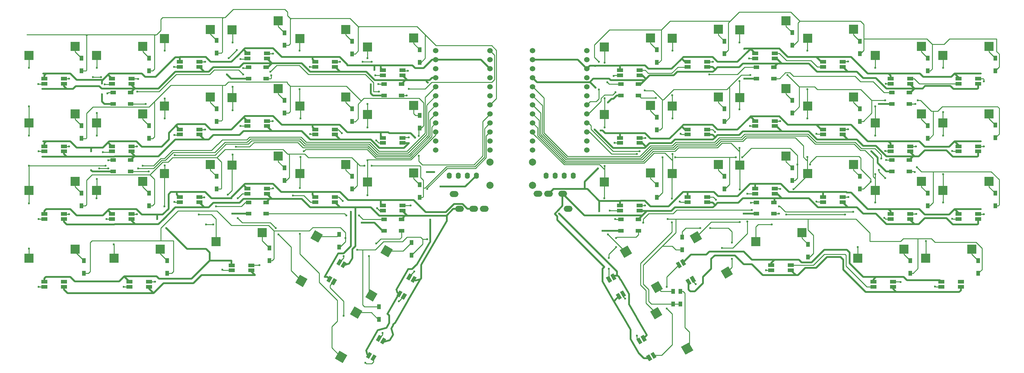
<source format=gbr>
%TF.GenerationSoftware,KiCad,Pcbnew,(5.1.6-0-10_14)*%
%TF.CreationDate,2020-09-29T15:33:20+02:00*%
%TF.ProjectId,cornetrack,636f726e-6574-4726-9163-6b2e6b696361,1.1*%
%TF.SameCoordinates,Original*%
%TF.FileFunction,Copper,L2,Bot*%
%TF.FilePolarity,Positive*%
%FSLAX46Y46*%
G04 Gerber Fmt 4.6, Leading zero omitted, Abs format (unit mm)*
G04 Created by KiCad (PCBNEW (5.1.6-0-10_14)) date 2020-09-29 15:33:20*
%MOMM*%
%LPD*%
G01*
G04 APERTURE LIST*
%TA.AperFunction,SMDPad,CuDef*%
%ADD10C,0.100000*%
%TD*%
%TA.AperFunction,SMDPad,CuDef*%
%ADD11R,2.550000X2.500000*%
%TD*%
%TA.AperFunction,SMDPad,CuDef*%
%ADD12R,1.000000X1.400000*%
%TD*%
%TA.AperFunction,SMDPad,CuDef*%
%ADD13R,1.700000X1.000000*%
%TD*%
%TA.AperFunction,ComponentPad*%
%ADD14O,2.500000X1.700000*%
%TD*%
%TA.AperFunction,ComponentPad*%
%ADD15C,1.524000*%
%TD*%
%TA.AperFunction,ComponentPad*%
%ADD16O,1.397000X1.778000*%
%TD*%
%TA.AperFunction,ComponentPad*%
%ADD17C,2.000000*%
%TD*%
%TA.AperFunction,SMDPad,CuDef*%
%ADD18R,1.500000X1.000000*%
%TD*%
%TA.AperFunction,ViaPad*%
%ADD19C,0.600000*%
%TD*%
%TA.AperFunction,Conductor*%
%ADD20C,0.250000*%
%TD*%
%TA.AperFunction,Conductor*%
%ADD21C,0.254000*%
%TD*%
%TA.AperFunction,Conductor*%
%ADD22C,0.500000*%
%TD*%
%TA.AperFunction,Conductor*%
%ADD23C,0.508000*%
%TD*%
G04 APERTURE END LIST*
%TA.AperFunction,SMDPad,CuDef*%
D10*
%TO.P,SW41,1*%
%TO.N,col4_r*%
G36*
X190790711Y-106205709D02*
G01*
X188625647Y-107455709D01*
X187350647Y-105247345D01*
X189515711Y-103997345D01*
X190790711Y-106205709D01*
G37*
%TD.AperFunction*%
%TA.AperFunction,SMDPad,CuDef*%
%TO.P,SW41,2*%
%TO.N,Net-(D41-Pad2)*%
G36*
X199453915Y-116130819D02*
G01*
X197288851Y-117380819D01*
X196013851Y-115172455D01*
X198178915Y-113922455D01*
X199453915Y-116130819D01*
G37*
%TD.AperFunction*%
%TD*%
D11*
%TO.P,SW44,1*%
%TO.N,col1*%
X36898500Y-90290000D03*
%TO.P,SW44,2*%
%TO.N,Net-(D44-Pad2)*%
X49825500Y-87750000D03*
%TD*%
%TA.AperFunction,SMDPad,CuDef*%
D10*
%TO.P,SW21,1*%
%TO.N,col5*%
G36*
X108695263Y-98990639D02*
G01*
X110860327Y-100240639D01*
X109585327Y-102449003D01*
X107420263Y-101199003D01*
X108695263Y-98990639D01*
G37*
%TD.AperFunction*%
%TA.AperFunction,SMDPad,CuDef*%
%TO.P,SW21,2*%
%TO.N,Net-(D21-Pad2)*%
G36*
X112959059Y-86525529D02*
G01*
X115124123Y-87775529D01*
X113849123Y-89983893D01*
X111684059Y-88733893D01*
X112959059Y-86525529D01*
G37*
%TD.AperFunction*%
%TD*%
D11*
%TO.P,SW8,1*%
%TO.N,col1*%
X32022500Y-52240000D03*
%TO.P,SW8,2*%
%TO.N,Net-(D8-Pad2)*%
X44949500Y-49700000D03*
%TD*%
D12*
%TO.P,D41,1*%
%TO.N,row3_r*%
X195834000Y-103121000D03*
%TO.P,D41,2*%
%TO.N,Net-(D41-Pad2)*%
X195834000Y-99571000D03*
%TD*%
%TO.P,D47,2*%
%TO.N,Net-(D47-Pad2)*%
X260350000Y-90935000D03*
%TO.P,D47,1*%
%TO.N,row3_r*%
X260350000Y-94485000D03*
%TD*%
%TO.P,D46,1*%
%TO.N,row3_r*%
X279400000Y-94488000D03*
%TO.P,D46,2*%
%TO.N,Net-(D46-Pad2)*%
X279400000Y-90938000D03*
%TD*%
%TO.P,D45,2*%
%TO.N,Net-(D45-Pad2)*%
X80518000Y-87376000D03*
%TO.P,D45,1*%
%TO.N,row3*%
X80518000Y-90926000D03*
%TD*%
%TO.P,D44,2*%
%TO.N,Net-(D44-Pad2)*%
X51816000Y-90932000D03*
%TO.P,D44,1*%
%TO.N,row3*%
X51816000Y-94482000D03*
%TD*%
%TO.P,D43,2*%
%TO.N,Net-(D43-Pad2)*%
X28448000Y-90932000D03*
%TO.P,D43,1*%
%TO.N,row3*%
X28448000Y-94482000D03*
%TD*%
%TA.AperFunction,SMDPad,CuDef*%
D10*
%TO.P,SW42,1*%
%TO.N,col5_r*%
G36*
X182281557Y-88927423D02*
G01*
X180116493Y-90177423D01*
X178841493Y-87969059D01*
X181006557Y-86719059D01*
X182281557Y-88927423D01*
G37*
%TD.AperFunction*%
%TA.AperFunction,SMDPad,CuDef*%
%TO.P,SW42,2*%
%TO.N,Net-(D42-Pad2)*%
G36*
X190944761Y-98852533D02*
G01*
X188779697Y-100102533D01*
X187504697Y-97894169D01*
X189669761Y-96644169D01*
X190944761Y-98852533D01*
G37*
%TD.AperFunction*%
%TD*%
D11*
%TO.P,SW48,1*%
%TO.N,col2_r*%
X216999500Y-85602000D03*
%TO.P,SW48,2*%
%TO.N,Net-(D48-Pad2)*%
X229926500Y-83062000D03*
%TD*%
%TO.P,SW38,1*%
%TO.N,col4_r*%
X193529500Y-66485000D03*
%TO.P,SW38,2*%
%TO.N,Net-(D38-Pad2)*%
X206456500Y-63945000D03*
%TD*%
%TO.P,SW34,1*%
%TO.N,col0_r*%
X269529500Y-71235000D03*
%TO.P,SW34,2*%
%TO.N,Net-(D34-Pad2)*%
X282456500Y-68695000D03*
%TD*%
%TO.P,SW32,1*%
%TO.N,col4_r*%
X193529500Y-47485000D03*
%TO.P,SW32,2*%
%TO.N,Net-(D32-Pad2)*%
X206456500Y-44945000D03*
%TD*%
%TO.P,SW31,1*%
%TO.N,col3_r*%
X212529500Y-45110000D03*
%TO.P,SW31,2*%
%TO.N,Net-(D31-Pad2)*%
X225456500Y-42570000D03*
%TD*%
%TO.P,SW30,1*%
%TO.N,col2_r*%
X231529500Y-47485000D03*
%TO.P,SW30,2*%
%TO.N,Net-(D30-Pad2)*%
X244456500Y-44945000D03*
%TD*%
%TO.P,SW29,1*%
%TO.N,col1_r*%
X250529500Y-52235000D03*
%TO.P,SW29,2*%
%TO.N,Net-(D29-Pad2)*%
X263456500Y-49695000D03*
%TD*%
%TO.P,SW28,1*%
%TO.N,col0_r*%
X269529500Y-52235000D03*
%TO.P,SW28,2*%
%TO.N,Net-(D28-Pad2)*%
X282456500Y-49695000D03*
%TD*%
%TO.P,SW27,1*%
%TO.N,col5_r*%
X174522500Y-30865000D03*
%TO.P,SW27,2*%
%TO.N,Net-(D27-Pad2)*%
X187449500Y-28325000D03*
%TD*%
%TO.P,SW26,1*%
%TO.N,col4_r*%
X193529500Y-28485000D03*
%TO.P,SW26,2*%
%TO.N,Net-(D26-Pad2)*%
X206456500Y-25945000D03*
%TD*%
%TO.P,SW25,1*%
%TO.N,col3_r*%
X212529500Y-26110000D03*
%TO.P,SW25,2*%
%TO.N,Net-(D25-Pad2)*%
X225456500Y-23570000D03*
%TD*%
%TO.P,SW24,1*%
%TO.N,col2_r*%
X231529500Y-28485000D03*
%TO.P,SW24,2*%
%TO.N,Net-(D24-Pad2)*%
X244456500Y-25945000D03*
%TD*%
%TO.P,SW23,1*%
%TO.N,col1_r*%
X250529500Y-33235000D03*
%TO.P,SW23,2*%
%TO.N,Net-(D23-Pad2)*%
X263456500Y-30695000D03*
%TD*%
%TO.P,SW22,1*%
%TO.N,col0_r*%
X269529500Y-33235000D03*
%TO.P,SW22,2*%
%TO.N,Net-(D22-Pad2)*%
X282456500Y-30695000D03*
%TD*%
%TA.AperFunction,SMDPad,CuDef*%
D10*
%TO.P,SW20,1*%
%TO.N,col4*%
G36*
X100161263Y-116268925D02*
G01*
X102326327Y-117518925D01*
X101051327Y-119727289D01*
X98886263Y-118477289D01*
X100161263Y-116268925D01*
G37*
%TD.AperFunction*%
%TA.AperFunction,SMDPad,CuDef*%
%TO.P,SW20,2*%
%TO.N,Net-(D20-Pad2)*%
G36*
X104425059Y-103803815D02*
G01*
X106590123Y-105053815D01*
X105315123Y-107262179D01*
X103150059Y-106012179D01*
X104425059Y-103803815D01*
G37*
%TD.AperFunction*%
%TD*%
%TA.AperFunction,SMDPad,CuDef*%
%TO.P,SW19,1*%
%TO.N,col3*%
G36*
X89056263Y-94882232D02*
G01*
X91221327Y-96132232D01*
X89946327Y-98340596D01*
X87781263Y-97090596D01*
X89056263Y-94882232D01*
G37*
%TD.AperFunction*%
%TA.AperFunction,SMDPad,CuDef*%
%TO.P,SW19,2*%
%TO.N,Net-(D19-Pad2)*%
G36*
X93320059Y-82417122D02*
G01*
X95485123Y-83667122D01*
X94210123Y-85875486D01*
X92045059Y-84625486D01*
X93320059Y-82417122D01*
G37*
%TD.AperFunction*%
%TD*%
D11*
%TO.P,SW18,1*%
%TO.N,col5*%
X108022500Y-68865000D03*
%TO.P,SW18,2*%
%TO.N,Net-(D18-Pad2)*%
X120949500Y-66325000D03*
%TD*%
%TO.P,SW17,1*%
%TO.N,col4*%
X89022500Y-66490000D03*
%TO.P,SW17,2*%
%TO.N,Net-(D17-Pad2)*%
X101949500Y-63950000D03*
%TD*%
%TO.P,SW16,1*%
%TO.N,col3*%
X70022500Y-64115000D03*
%TO.P,SW16,2*%
%TO.N,Net-(D16-Pad2)*%
X82949500Y-61575000D03*
%TD*%
%TO.P,SW12,1*%
%TO.N,col5*%
X108022500Y-49865000D03*
%TO.P,SW12,2*%
%TO.N,Net-(D12-Pad2)*%
X120949500Y-47325000D03*
%TD*%
%TO.P,SW11,1*%
%TO.N,col4*%
X89022500Y-47490000D03*
%TO.P,SW11,2*%
%TO.N,Net-(D11-Pad2)*%
X101949500Y-44950000D03*
%TD*%
%TO.P,SW10,1*%
%TO.N,col3*%
X70022500Y-45115000D03*
%TO.P,SW10,2*%
%TO.N,Net-(D10-Pad2)*%
X82949500Y-42575000D03*
%TD*%
%TO.P,SW9,1*%
%TO.N,col2*%
X51022500Y-47490000D03*
%TO.P,SW9,2*%
%TO.N,Net-(D9-Pad2)*%
X63949500Y-44950000D03*
%TD*%
%TO.P,SW5,1*%
%TO.N,col4*%
X89022500Y-28490000D03*
%TO.P,SW5,2*%
%TO.N,Net-(D5-Pad2)*%
X101949500Y-25950000D03*
%TD*%
%TO.P,SW4,1*%
%TO.N,col3*%
X70022500Y-26115000D03*
%TO.P,SW4,2*%
%TO.N,Net-(D4-Pad2)*%
X82949500Y-23575000D03*
%TD*%
%TO.P,SW3,1*%
%TO.N,col2*%
X51022500Y-28490000D03*
%TO.P,SW3,2*%
%TO.N,Net-(D3-Pad2)*%
X63949500Y-25950000D03*
%TD*%
%TO.P,SW2,1*%
%TO.N,col1*%
X32022500Y-33240000D03*
%TO.P,SW2,2*%
%TO.N,Net-(D2-Pad2)*%
X44949500Y-30700000D03*
%TD*%
%TO.P,SW1,1*%
%TO.N,col0*%
X13022500Y-33240000D03*
%TO.P,SW1,2*%
%TO.N,Net-(D1-Pad2)*%
X25949500Y-30700000D03*
%TD*%
%TO.P,SW7,1*%
%TO.N,col0*%
X13022500Y-52240000D03*
%TO.P,SW7,2*%
%TO.N,Net-(D7-Pad2)*%
X25949500Y-49700000D03*
%TD*%
%TO.P,SW14,1*%
%TO.N,col1*%
X32022500Y-71240000D03*
%TO.P,SW14,2*%
%TO.N,Net-(D14-Pad2)*%
X44949500Y-68700000D03*
%TD*%
%TO.P,SW37,1*%
%TO.N,col3_r*%
X212529500Y-64110000D03*
%TO.P,SW37,2*%
%TO.N,Net-(D37-Pad2)*%
X225456500Y-61570000D03*
%TD*%
%TO.P,SW35,1*%
%TO.N,col1_r*%
X250529500Y-71235000D03*
%TO.P,SW35,2*%
%TO.N,Net-(D35-Pad2)*%
X263456500Y-68695000D03*
%TD*%
%TO.P,SW13,1*%
%TO.N,col0*%
X13022500Y-71240000D03*
%TO.P,SW13,2*%
%TO.N,Net-(D13-Pad2)*%
X25949500Y-68700000D03*
%TD*%
%TO.P,SW39,1*%
%TO.N,col5_r*%
X174529500Y-68860000D03*
%TO.P,SW39,2*%
%TO.N,Net-(D39-Pad2)*%
X187456500Y-66320000D03*
%TD*%
%TO.P,SW33,1*%
%TO.N,col5_r*%
X174529500Y-49860000D03*
%TO.P,SW33,2*%
%TO.N,Net-(D33-Pad2)*%
X187456500Y-47320000D03*
%TD*%
%TO.P,SW6,1*%
%TO.N,col5*%
X108022500Y-30865000D03*
%TO.P,SW6,2*%
%TO.N,Net-(D6-Pad2)*%
X120949500Y-28325000D03*
%TD*%
%TO.P,SW43,1*%
%TO.N,col0*%
X13022500Y-90290000D03*
%TO.P,SW43,2*%
%TO.N,Net-(D43-Pad2)*%
X25949500Y-87750000D03*
%TD*%
%TO.P,SW46,1*%
%TO.N,col0_r*%
X264703500Y-90285000D03*
%TO.P,SW46,2*%
%TO.N,Net-(D46-Pad2)*%
X277630500Y-87745000D03*
%TD*%
%TO.P,SW47,1*%
%TO.N,col1_r*%
X245653500Y-90285000D03*
%TO.P,SW47,2*%
%TO.N,Net-(D47-Pad2)*%
X258580500Y-87745000D03*
%TD*%
%TO.P,SW45,1*%
%TO.N,col2*%
X65559000Y-85598000D03*
%TO.P,SW45,2*%
%TO.N,Net-(D45-Pad2)*%
X78486000Y-83058000D03*
%TD*%
%TA.AperFunction,SMDPad,CuDef*%
D10*
%TO.P,SW40,1*%
%TO.N,col3_r*%
G36*
X201920240Y-84819016D02*
G01*
X199755176Y-86069016D01*
X198480176Y-83860652D01*
X200645240Y-82610652D01*
X201920240Y-84819016D01*
G37*
%TD.AperFunction*%
%TA.AperFunction,SMDPad,CuDef*%
%TO.P,SW40,2*%
%TO.N,Net-(D40-Pad2)*%
G36*
X210583444Y-94744126D02*
G01*
X208418380Y-95994126D01*
X207143380Y-93785762D01*
X209308444Y-92535762D01*
X210583444Y-94744126D01*
G37*
%TD.AperFunction*%
%TD*%
D11*
%TO.P,SW15,1*%
%TO.N,col2*%
X51022500Y-66490000D03*
%TO.P,SW15,2*%
%TO.N,Net-(D15-Pad2)*%
X63949500Y-63950000D03*
%TD*%
%TO.P,SW36,1*%
%TO.N,col2_r*%
X231529500Y-66485000D03*
%TO.P,SW36,2*%
%TO.N,Net-(D36-Pad2)*%
X244456500Y-63945000D03*
%TD*%
%TA.AperFunction,SMDPad,CuDef*%
D10*
%TO.P,LED52,4*%
%TO.N,Net-(LED52-Pad4)*%
G36*
X194524333Y-91640933D02*
G01*
X195390359Y-91140933D01*
X196240359Y-92613177D01*
X195374333Y-93113177D01*
X194524333Y-91640933D01*
G37*
%TD.AperFunction*%
%TA.AperFunction,SMDPad,CuDef*%
%TO.P,LED52,3*%
%TO.N,GNDA*%
G36*
X195736769Y-90940933D02*
G01*
X196602795Y-90440933D01*
X197452795Y-91913177D01*
X196586769Y-92413177D01*
X195736769Y-90940933D01*
G37*
%TD.AperFunction*%
%TA.AperFunction,SMDPad,CuDef*%
%TO.P,LED52,1*%
%TO.N,VDD*%
G36*
X197274333Y-96404073D02*
G01*
X198140359Y-95904073D01*
X198990359Y-97376317D01*
X198124333Y-97876317D01*
X197274333Y-96404073D01*
G37*
%TD.AperFunction*%
%TA.AperFunction,SMDPad,CuDef*%
%TO.P,LED52,2*%
%TO.N,Net-(LED49-Pad4)*%
G36*
X198486769Y-95704073D02*
G01*
X199352795Y-95204073D01*
X200202795Y-96676317D01*
X199336769Y-97176317D01*
X198486769Y-95704073D01*
G37*
%TD.AperFunction*%
%TD*%
D13*
%TO.P,LED59,2*%
%TO.N,Net-(LED56-Pad4)*%
X75394000Y-92264000D03*
%TO.P,LED59,1*%
%TO.N,VCC*%
X75394000Y-93664000D03*
%TO.P,LED59,3*%
%TO.N,GND*%
X69894000Y-92264000D03*
%TO.P,LED59,4*%
%TO.N,Net-(LED21-Pad2)*%
X69894000Y-93664000D03*
%TD*%
%TO.P,LED56,2*%
%TO.N,Net-(LED20-Pad4)*%
X46733500Y-96880000D03*
%TO.P,LED56,1*%
%TO.N,VCC*%
X46733500Y-98280000D03*
%TO.P,LED56,3*%
%TO.N,GND*%
X41233500Y-96880000D03*
%TO.P,LED56,4*%
%TO.N,Net-(LED56-Pad4)*%
X41233500Y-98280000D03*
%TD*%
%TO.P,LED58,2*%
%TO.N,Net-(LED47-Pad4)*%
X255481500Y-96880000D03*
%TO.P,LED58,1*%
%TO.N,VDD*%
X255481500Y-98280000D03*
%TO.P,LED58,3*%
%TO.N,GNDA*%
X249981500Y-96880000D03*
%TO.P,LED58,4*%
%TO.N,Net-(LED58-Pad4)*%
X249981500Y-98280000D03*
%TD*%
%TO.P,LED57,2*%
%TO.N,Net-(LED57-Pad2)*%
X274531500Y-96880000D03*
%TO.P,LED57,1*%
%TO.N,VDD*%
X274531500Y-98280000D03*
%TO.P,LED57,3*%
%TO.N,GNDA*%
X269031500Y-96880000D03*
%TO.P,LED57,4*%
%TO.N,Net-(LED46-Pad2)*%
X269031500Y-98280000D03*
%TD*%
%TO.P,LED55,2*%
%TO.N,Net-(LED55-Pad2)*%
X22857500Y-96880000D03*
%TO.P,LED55,1*%
%TO.N,VCC*%
X22857500Y-98280000D03*
%TO.P,LED55,3*%
%TO.N,GND*%
X17357500Y-96880000D03*
%TO.P,LED55,4*%
%TO.N,Net-(LED19-Pad2)*%
X17357500Y-98280000D03*
%TD*%
%TA.AperFunction,SMDPad,CuDef*%
D10*
%TO.P,LED26,2*%
%TO.N,Net-(LED25-Pad4)*%
G36*
X111238916Y-113761868D02*
G01*
X110372890Y-113261868D01*
X111222890Y-111789624D01*
X112088916Y-112289624D01*
X111238916Y-113761868D01*
G37*
%TD.AperFunction*%
%TA.AperFunction,SMDPad,CuDef*%
%TO.P,LED26,1*%
%TO.N,VCC*%
G36*
X112451352Y-114461868D02*
G01*
X111585326Y-113961868D01*
X112435326Y-112489624D01*
X113301352Y-112989624D01*
X112451352Y-114461868D01*
G37*
%TD.AperFunction*%
%TA.AperFunction,SMDPad,CuDef*%
%TO.P,LED26,3*%
%TO.N,GND*%
G36*
X108488916Y-118525008D02*
G01*
X107622890Y-118025008D01*
X108472890Y-116552764D01*
X109338916Y-117052764D01*
X108488916Y-118525008D01*
G37*
%TD.AperFunction*%
%TA.AperFunction,SMDPad,CuDef*%
%TO.P,LED26,4*%
%TO.N,Net-(LED23-Pad2)*%
G36*
X109701352Y-119225008D02*
G01*
X108835326Y-118725008D01*
X109685326Y-117252764D01*
X110551352Y-117752764D01*
X109701352Y-119225008D01*
G37*
%TD.AperFunction*%
%TD*%
D13*
%TO.P,LED7,2*%
%TO.N,Net-(LED13-Pad4)*%
X22857500Y-39830000D03*
%TO.P,LED7,1*%
%TO.N,VCC*%
X22857500Y-41230000D03*
%TO.P,LED7,3*%
%TO.N,GND*%
X17357500Y-39830000D03*
%TO.P,LED7,4*%
%TO.N,Net-(LED7-Pad4)*%
X17357500Y-41230000D03*
%TD*%
%TO.P,LED8,2*%
%TO.N,Net-(LED7-Pad4)*%
X41857500Y-39830000D03*
%TO.P,LED8,1*%
%TO.N,VCC*%
X41857500Y-41230000D03*
%TO.P,LED8,3*%
%TO.N,GND*%
X36357500Y-39830000D03*
%TO.P,LED8,4*%
%TO.N,Net-(LED14-Pad2)*%
X36357500Y-41230000D03*
%TD*%
%TO.P,LED9,2*%
%TO.N,Net-(LED15-Pad4)*%
X60857500Y-35080000D03*
%TO.P,LED9,1*%
%TO.N,VCC*%
X60857500Y-36480000D03*
%TO.P,LED9,3*%
%TO.N,GND*%
X55357500Y-35080000D03*
%TO.P,LED9,4*%
%TO.N,Net-(LED10-Pad2)*%
X55357500Y-36480000D03*
%TD*%
%TO.P,LED10,2*%
%TO.N,Net-(LED10-Pad2)*%
X79857500Y-32705000D03*
%TO.P,LED10,1*%
%TO.N,VCC*%
X79857500Y-34105000D03*
%TO.P,LED10,3*%
%TO.N,GND*%
X74357500Y-32705000D03*
%TO.P,LED10,4*%
%TO.N,Net-(LED10-Pad4)*%
X74357500Y-34105000D03*
%TD*%
%TO.P,LED11,2*%
%TO.N,Net-(LED11-Pad2)*%
X98857500Y-35080000D03*
%TO.P,LED11,1*%
%TO.N,VCC*%
X98857500Y-36480000D03*
%TO.P,LED11,3*%
%TO.N,GND*%
X93357500Y-35080000D03*
%TO.P,LED11,4*%
%TO.N,Net-(LED11-Pad4)*%
X93357500Y-36480000D03*
%TD*%
%TO.P,LED12,2*%
%TO.N,Net-(LED11-Pad4)*%
X117857500Y-37455000D03*
%TO.P,LED12,1*%
%TO.N,VCC*%
X117857500Y-38855000D03*
%TO.P,LED12,3*%
%TO.N,GND*%
X112357500Y-37455000D03*
%TO.P,LED12,4*%
%TO.N,Net-(LED12-Pad4)*%
X112357500Y-38855000D03*
%TD*%
%TO.P,LED13,2*%
%TO.N,Net-(LED13-Pad2)*%
X22857500Y-58830000D03*
%TO.P,LED13,1*%
%TO.N,VCC*%
X22857500Y-60230000D03*
%TO.P,LED13,3*%
%TO.N,GND*%
X17357500Y-58830000D03*
%TO.P,LED13,4*%
%TO.N,Net-(LED13-Pad4)*%
X17357500Y-60230000D03*
%TD*%
%TO.P,LED14,2*%
%TO.N,Net-(LED14-Pad2)*%
X41857500Y-58830000D03*
%TO.P,LED14,1*%
%TO.N,VCC*%
X41857500Y-60230000D03*
%TO.P,LED14,3*%
%TO.N,GND*%
X36357500Y-58830000D03*
%TO.P,LED14,4*%
%TO.N,Net-(LED14-Pad4)*%
X36357500Y-60230000D03*
%TD*%
%TO.P,LED15,2*%
%TO.N,Net-(LED15-Pad2)*%
X60857500Y-54080000D03*
%TO.P,LED15,1*%
%TO.N,VCC*%
X60857500Y-55480000D03*
%TO.P,LED15,3*%
%TO.N,GND*%
X55357500Y-54080000D03*
%TO.P,LED15,4*%
%TO.N,Net-(LED15-Pad4)*%
X55357500Y-55480000D03*
%TD*%
%TO.P,LED16,2*%
%TO.N,Net-(LED10-Pad4)*%
X79857500Y-51705000D03*
%TO.P,LED16,1*%
%TO.N,VCC*%
X79857500Y-53105000D03*
%TO.P,LED16,3*%
%TO.N,GND*%
X74357500Y-51705000D03*
%TO.P,LED16,4*%
%TO.N,Net-(LED16-Pad4)*%
X74357500Y-53105000D03*
%TD*%
%TO.P,LED17,2*%
%TO.N,Net-(LED17-Pad2)*%
X98857500Y-54080000D03*
%TO.P,LED17,1*%
%TO.N,VCC*%
X98857500Y-55480000D03*
%TO.P,LED17,3*%
%TO.N,GND*%
X93357500Y-54080000D03*
%TO.P,LED17,4*%
%TO.N,Net-(LED11-Pad2)*%
X93357500Y-55480000D03*
%TD*%
%TO.P,LED18,2*%
%TO.N,Net-(LED12-Pad4)*%
X117857500Y-56455000D03*
%TO.P,LED18,1*%
%TO.N,VCC*%
X117857500Y-57855000D03*
%TO.P,LED18,3*%
%TO.N,GND*%
X112357500Y-56455000D03*
%TO.P,LED18,4*%
%TO.N,Net-(LED18-Pad4)*%
X112357500Y-57855000D03*
%TD*%
%TO.P,LED19,2*%
%TO.N,Net-(LED19-Pad2)*%
X22857500Y-77830000D03*
%TO.P,LED19,1*%
%TO.N,VCC*%
X22857500Y-79230000D03*
%TO.P,LED19,3*%
%TO.N,GND*%
X17357500Y-77830000D03*
%TO.P,LED19,4*%
%TO.N,Net-(LED13-Pad2)*%
X17357500Y-79230000D03*
%TD*%
%TO.P,LED20,2*%
%TO.N,Net-(LED14-Pad4)*%
X41857500Y-77830000D03*
%TO.P,LED20,1*%
%TO.N,VCC*%
X41857500Y-79230000D03*
%TO.P,LED20,3*%
%TO.N,GND*%
X36357500Y-77830000D03*
%TO.P,LED20,4*%
%TO.N,Net-(LED20-Pad4)*%
X36357500Y-79230000D03*
%TD*%
%TO.P,LED21,2*%
%TO.N,Net-(LED21-Pad2)*%
X60857500Y-73080000D03*
%TO.P,LED21,1*%
%TO.N,VCC*%
X60857500Y-74480000D03*
%TO.P,LED21,3*%
%TO.N,GND*%
X55357500Y-73080000D03*
%TO.P,LED21,4*%
%TO.N,Net-(LED15-Pad2)*%
X55357500Y-74480000D03*
%TD*%
%TO.P,LED22,2*%
%TO.N,Net-(LED16-Pad4)*%
X79857500Y-70705000D03*
%TO.P,LED22,1*%
%TO.N,VCC*%
X79857500Y-72105000D03*
%TO.P,LED22,3*%
%TO.N,GND*%
X74357500Y-70705000D03*
%TO.P,LED22,4*%
%TO.N,Net-(LED22-Pad4)*%
X74357500Y-72105000D03*
%TD*%
%TO.P,LED24,2*%
%TO.N,Net-(LED18-Pad4)*%
X117857500Y-75455000D03*
%TO.P,LED24,1*%
%TO.N,VCC*%
X117857500Y-76855000D03*
%TO.P,LED24,3*%
%TO.N,GND*%
X112357500Y-75455000D03*
%TO.P,LED24,4*%
%TO.N,Net-(LED24-Pad4)*%
X112357500Y-76855000D03*
%TD*%
%TA.AperFunction,SMDPad,CuDef*%
D10*
%TO.P,LED25,2*%
%TO.N,Net-(LED22-Pad4)*%
G36*
X100133916Y-92375176D02*
G01*
X99267890Y-91875176D01*
X100117890Y-90402932D01*
X100983916Y-90902932D01*
X100133916Y-92375176D01*
G37*
%TD.AperFunction*%
%TA.AperFunction,SMDPad,CuDef*%
%TO.P,LED25,1*%
%TO.N,VCC*%
G36*
X101346352Y-93075176D02*
G01*
X100480326Y-92575176D01*
X101330326Y-91102932D01*
X102196352Y-91602932D01*
X101346352Y-93075176D01*
G37*
%TD.AperFunction*%
%TA.AperFunction,SMDPad,CuDef*%
%TO.P,LED25,3*%
%TO.N,GND*%
G36*
X97383916Y-97138316D02*
G01*
X96517890Y-96638316D01*
X97367890Y-95166072D01*
X98233916Y-95666072D01*
X97383916Y-97138316D01*
G37*
%TD.AperFunction*%
%TA.AperFunction,SMDPad,CuDef*%
%TO.P,LED25,4*%
%TO.N,Net-(LED25-Pad4)*%
G36*
X98596352Y-97838316D02*
G01*
X97730326Y-97338316D01*
X98580326Y-95866072D01*
X99446352Y-96366072D01*
X98596352Y-97838316D01*
G37*
%TD.AperFunction*%
%TD*%
%TA.AperFunction,SMDPad,CuDef*%
%TO.P,LED27,2*%
%TO.N,Net-(LED24-Pad4)*%
G36*
X119772916Y-96483583D02*
G01*
X118906890Y-95983583D01*
X119756890Y-94511339D01*
X120622916Y-95011339D01*
X119772916Y-96483583D01*
G37*
%TD.AperFunction*%
%TA.AperFunction,SMDPad,CuDef*%
%TO.P,LED27,1*%
%TO.N,VCC*%
G36*
X120985352Y-97183583D02*
G01*
X120119326Y-96683583D01*
X120969326Y-95211339D01*
X121835352Y-95711339D01*
X120985352Y-97183583D01*
G37*
%TD.AperFunction*%
%TA.AperFunction,SMDPad,CuDef*%
%TO.P,LED27,3*%
%TO.N,GND*%
G36*
X117022916Y-101246723D02*
G01*
X116156890Y-100746723D01*
X117006890Y-99274479D01*
X117872916Y-99774479D01*
X117022916Y-101246723D01*
G37*
%TD.AperFunction*%
%TA.AperFunction,SMDPad,CuDef*%
%TO.P,LED27,4*%
%TO.N,Net-(LED27-Pad4)*%
G36*
X118235352Y-101946723D02*
G01*
X117369326Y-101446723D01*
X118219326Y-99974479D01*
X119085352Y-100474479D01*
X118235352Y-101946723D01*
G37*
%TD.AperFunction*%
%TD*%
D13*
%TO.P,LED43,2*%
%TO.N,Net-(LED37-Pad4)*%
X222357500Y-51705000D03*
%TO.P,LED43,1*%
%TO.N,VDD*%
X222357500Y-53105000D03*
%TO.P,LED43,3*%
%TO.N,GNDA*%
X216857500Y-51705000D03*
%TO.P,LED43,4*%
%TO.N,Net-(LED43-Pad4)*%
X216857500Y-53105000D03*
%TD*%
%TO.P,LED44,2*%
%TO.N,Net-(LED44-Pad2)*%
X203357500Y-54080000D03*
%TO.P,LED44,1*%
%TO.N,VDD*%
X203357500Y-55480000D03*
%TO.P,LED44,3*%
%TO.N,GNDA*%
X197857500Y-54080000D03*
%TO.P,LED44,4*%
%TO.N,Net-(LED38-Pad2)*%
X197857500Y-55480000D03*
%TD*%
%TO.P,LED45,2*%
%TO.N,Net-(LED39-Pad4)*%
X184357500Y-56455000D03*
%TO.P,LED45,1*%
%TO.N,VDD*%
X184357500Y-57855000D03*
%TO.P,LED45,3*%
%TO.N,GNDA*%
X178857500Y-56455000D03*
%TO.P,LED45,4*%
%TO.N,Net-(LED45-Pad4)*%
X178857500Y-57855000D03*
%TD*%
%TO.P,LED46,2*%
%TO.N,Net-(LED46-Pad2)*%
X279357500Y-77830000D03*
%TO.P,LED46,1*%
%TO.N,VDD*%
X279357500Y-79230000D03*
%TO.P,LED46,3*%
%TO.N,GNDA*%
X273857500Y-77830000D03*
%TO.P,LED46,4*%
%TO.N,Net-(LED40-Pad2)*%
X273857500Y-79230000D03*
%TD*%
%TO.P,LED47,2*%
%TO.N,Net-(LED41-Pad4)*%
X260357500Y-77830000D03*
%TO.P,LED47,1*%
%TO.N,VDD*%
X260357500Y-79230000D03*
%TO.P,LED47,3*%
%TO.N,GNDA*%
X254857500Y-77830000D03*
%TO.P,LED47,4*%
%TO.N,Net-(LED47-Pad4)*%
X254857500Y-79230000D03*
%TD*%
%TO.P,LED48,2*%
%TO.N,Net-(LED48-Pad2)*%
X241357500Y-73080000D03*
%TO.P,LED48,1*%
%TO.N,VDD*%
X241357500Y-74480000D03*
%TO.P,LED48,3*%
%TO.N,GNDA*%
X235857500Y-73080000D03*
%TO.P,LED48,4*%
%TO.N,Net-(LED42-Pad2)*%
X235857500Y-74480000D03*
%TD*%
%TO.P,LED49,2*%
%TO.N,Net-(LED43-Pad4)*%
X222357500Y-70705000D03*
%TO.P,LED49,1*%
%TO.N,VDD*%
X222357500Y-72105000D03*
%TO.P,LED49,3*%
%TO.N,GNDA*%
X216857500Y-70705000D03*
%TO.P,LED49,4*%
%TO.N,Net-(LED49-Pad4)*%
X216857500Y-72105000D03*
%TD*%
%TO.P,LED50,2*%
%TO.N,Net-(LED50-Pad2)*%
X203357500Y-73080000D03*
%TO.P,LED50,1*%
%TO.N,VDD*%
X203357500Y-74480000D03*
%TO.P,LED50,3*%
%TO.N,GNDA*%
X197857500Y-73080000D03*
%TO.P,LED50,4*%
%TO.N,Net-(LED44-Pad2)*%
X197857500Y-74480000D03*
%TD*%
%TO.P,LED51,2*%
%TO.N,Net-(LED45-Pad4)*%
X184357500Y-75455000D03*
%TO.P,LED51,1*%
%TO.N,VDD*%
X184357500Y-76855000D03*
%TO.P,LED51,3*%
%TO.N,GNDA*%
X178857500Y-75455000D03*
%TO.P,LED51,4*%
%TO.N,Net-(LED51-Pad4)*%
X178857500Y-76855000D03*
%TD*%
%TO.P,LED60,4*%
%TO.N,Net-(LED48-Pad2)*%
X221327500Y-93597000D03*
%TO.P,LED60,3*%
%TO.N,GNDA*%
X221327500Y-92197000D03*
%TO.P,LED60,1*%
%TO.N,VDD*%
X226827500Y-93597000D03*
%TO.P,LED60,2*%
%TO.N,Net-(LED58-Pad4)*%
X226827500Y-92197000D03*
%TD*%
%TA.AperFunction,SMDPad,CuDef*%
D10*
%TO.P,LED53,2*%
%TO.N,Net-(LED52-Pad4)*%
G36*
X187423058Y-117052766D02*
G01*
X188289084Y-116552766D01*
X189139084Y-118025010D01*
X188273058Y-118525010D01*
X187423058Y-117052766D01*
G37*
%TD.AperFunction*%
%TA.AperFunction,SMDPad,CuDef*%
%TO.P,LED53,1*%
%TO.N,VDD*%
G36*
X186210622Y-117752766D02*
G01*
X187076648Y-117252766D01*
X187926648Y-118725010D01*
X187060622Y-119225010D01*
X186210622Y-117752766D01*
G37*
%TD.AperFunction*%
%TA.AperFunction,SMDPad,CuDef*%
%TO.P,LED53,3*%
%TO.N,GNDA*%
G36*
X184673058Y-112289626D02*
G01*
X185539084Y-111789626D01*
X186389084Y-113261870D01*
X185523058Y-113761870D01*
X184673058Y-112289626D01*
G37*
%TD.AperFunction*%
%TA.AperFunction,SMDPad,CuDef*%
%TO.P,LED53,4*%
%TO.N,Net-(LED50-Pad2)*%
G36*
X183460622Y-112989626D02*
G01*
X184326648Y-112489626D01*
X185176648Y-113961870D01*
X184310622Y-114461870D01*
X183460622Y-112989626D01*
G37*
%TD.AperFunction*%
%TD*%
%TA.AperFunction,SMDPad,CuDef*%
%TO.P,LED54,2*%
%TO.N,Net-(LED51-Pad4)*%
G36*
X178913905Y-99774479D02*
G01*
X179779931Y-99274479D01*
X180629931Y-100746723D01*
X179763905Y-101246723D01*
X178913905Y-99774479D01*
G37*
%TD.AperFunction*%
%TA.AperFunction,SMDPad,CuDef*%
%TO.P,LED54,1*%
%TO.N,VDD*%
G36*
X177701469Y-100474479D02*
G01*
X178567495Y-99974479D01*
X179417495Y-101446723D01*
X178551469Y-101946723D01*
X177701469Y-100474479D01*
G37*
%TD.AperFunction*%
%TA.AperFunction,SMDPad,CuDef*%
%TO.P,LED54,3*%
%TO.N,GNDA*%
G36*
X176163905Y-95011339D02*
G01*
X177029931Y-94511339D01*
X177879931Y-95983583D01*
X177013905Y-96483583D01*
X176163905Y-95011339D01*
G37*
%TD.AperFunction*%
%TA.AperFunction,SMDPad,CuDef*%
%TO.P,LED54,4*%
%TO.N,Net-(LED33-Pad2)*%
G36*
X174951469Y-95711339D02*
G01*
X175817495Y-95211339D01*
X176667495Y-96683583D01*
X175801469Y-97183583D01*
X174951469Y-95711339D01*
G37*
%TD.AperFunction*%
%TD*%
D13*
%TO.P,LED23,2*%
%TO.N,Net-(LED23-Pad2)*%
X98857500Y-73080000D03*
%TO.P,LED23,1*%
%TO.N,VCC*%
X98857500Y-74480000D03*
%TO.P,LED23,3*%
%TO.N,GND*%
X93357500Y-73080000D03*
%TO.P,LED23,4*%
%TO.N,Net-(LED17-Pad2)*%
X93357500Y-74480000D03*
%TD*%
%TO.P,LED34,2*%
%TO.N,Net-(LED34-Pad2)*%
X279357500Y-39830000D03*
%TO.P,LED34,1*%
%TO.N,VDD*%
X279357500Y-41230000D03*
%TO.P,LED34,3*%
%TO.N,GNDA*%
X273857500Y-39830000D03*
%TO.P,LED34,4*%
%TO.N,Net-(LED34-Pad4)*%
X273857500Y-41230000D03*
%TD*%
%TO.P,LED35,2*%
%TO.N,Net-(LED34-Pad4)*%
X260357500Y-39830000D03*
%TO.P,LED35,1*%
%TO.N,VDD*%
X260357500Y-41230000D03*
%TO.P,LED35,3*%
%TO.N,GNDA*%
X254857500Y-39830000D03*
%TO.P,LED35,4*%
%TO.N,Net-(LED35-Pad4)*%
X254857500Y-41230000D03*
%TD*%
%TO.P,LED36,2*%
%TO.N,Net-(LED36-Pad2)*%
X241357500Y-35080000D03*
%TO.P,LED36,1*%
%TO.N,VDD*%
X241357500Y-36480000D03*
%TO.P,LED36,3*%
%TO.N,GNDA*%
X235857500Y-35080000D03*
%TO.P,LED36,4*%
%TO.N,Net-(LED36-Pad4)*%
X235857500Y-36480000D03*
%TD*%
%TO.P,LED37,2*%
%TO.N,Net-(LED36-Pad4)*%
X222357500Y-32705000D03*
%TO.P,LED37,1*%
%TO.N,VDD*%
X222357500Y-34105000D03*
%TO.P,LED37,3*%
%TO.N,GNDA*%
X216857500Y-32705000D03*
%TO.P,LED37,4*%
%TO.N,Net-(LED37-Pad4)*%
X216857500Y-34105000D03*
%TD*%
%TO.P,LED38,2*%
%TO.N,Net-(LED38-Pad2)*%
X203357500Y-35080000D03*
%TO.P,LED38,1*%
%TO.N,VDD*%
X203357500Y-36480000D03*
%TO.P,LED38,3*%
%TO.N,GNDA*%
X197857500Y-35080000D03*
%TO.P,LED38,4*%
%TO.N,Net-(LED38-Pad4)*%
X197857500Y-36480000D03*
%TD*%
%TO.P,LED39,2*%
%TO.N,Net-(LED38-Pad4)*%
X184357500Y-37455000D03*
%TO.P,LED39,1*%
%TO.N,VDD*%
X184357500Y-38855000D03*
%TO.P,LED39,3*%
%TO.N,GNDA*%
X178857500Y-37455000D03*
%TO.P,LED39,4*%
%TO.N,Net-(LED39-Pad4)*%
X178857500Y-38855000D03*
%TD*%
%TO.P,LED40,2*%
%TO.N,Net-(LED40-Pad2)*%
X279357500Y-58830000D03*
%TO.P,LED40,1*%
%TO.N,VDD*%
X279357500Y-60230000D03*
%TO.P,LED40,3*%
%TO.N,GNDA*%
X273857500Y-58830000D03*
%TO.P,LED40,4*%
%TO.N,Net-(LED34-Pad2)*%
X273857500Y-60230000D03*
%TD*%
%TO.P,LED41,2*%
%TO.N,Net-(LED35-Pad4)*%
X260357500Y-58830000D03*
%TO.P,LED41,1*%
%TO.N,VDD*%
X260357500Y-60230000D03*
%TO.P,LED41,3*%
%TO.N,GNDA*%
X254857500Y-58830000D03*
%TO.P,LED41,4*%
%TO.N,Net-(LED41-Pad4)*%
X254857500Y-60230000D03*
%TD*%
%TO.P,LED42,2*%
%TO.N,Net-(LED42-Pad2)*%
X241357500Y-54080000D03*
%TO.P,LED42,1*%
%TO.N,VDD*%
X241357500Y-55480000D03*
%TO.P,LED42,3*%
%TO.N,GNDA*%
X235857500Y-54080000D03*
%TO.P,LED42,4*%
%TO.N,Net-(LED36-Pad2)*%
X235857500Y-55480000D03*
%TD*%
D14*
%TO.P,J3,B*%
%TO.N,data_r*%
X155837500Y-72170000D03*
%TO.P,J3,C*%
%TO.N,GNDA*%
X158837500Y-72170000D03*
%TO.P,J3,D*%
%TO.N,VDD*%
X162837500Y-72170000D03*
%TO.P,J3,A*%
%TO.N,Net-(J3-PadA)*%
X164337500Y-76370000D03*
%TD*%
%TO.P,J1,B*%
%TO.N,data*%
X140834500Y-76392000D03*
%TO.P,J1,C*%
%TO.N,GND*%
X137834500Y-76392000D03*
%TO.P,J1,D*%
%TO.N,VCC*%
X133834500Y-76392000D03*
%TO.P,J1,A*%
%TO.N,Net-(J1-PadA)*%
X132334500Y-72192000D03*
%TD*%
D15*
%TO.P,U1,24*%
%TO.N,Net-(U1-Pad24)*%
X127203900Y-31942000D03*
%TO.P,U1,23*%
%TO.N,GND*%
X127203900Y-34482000D03*
%TO.P,U1,22*%
%TO.N,reset*%
X127203900Y-37022000D03*
%TO.P,U1,21*%
%TO.N,VCC*%
X127203900Y-39562000D03*
%TO.P,U1,20*%
%TO.N,col0*%
X127203900Y-42102000D03*
%TO.P,U1,19*%
%TO.N,col1*%
X127203900Y-44642000D03*
%TO.P,U1,18*%
%TO.N,col2*%
X127203900Y-47182000D03*
%TO.P,U1,17*%
%TO.N,col3*%
X127203900Y-49722000D03*
%TO.P,U1,16*%
%TO.N,col4*%
X127203900Y-52262000D03*
%TO.P,U1,15*%
%TO.N,col5*%
X127203900Y-54802000D03*
%TO.P,U1,14*%
%TO.N,Net-(U1-Pad14)*%
X127203900Y-57342000D03*
%TO.P,U1,13*%
%TO.N,Net-(U1-Pad13)*%
X127203900Y-59882000D03*
%TO.P,U1,12*%
%TO.N,Net-(U1-Pad12)*%
X142423900Y-59882000D03*
%TO.P,U1,11*%
%TO.N,Net-(U1-Pad11)*%
X142423900Y-57342000D03*
%TO.P,U1,10*%
%TO.N,row3*%
X142423900Y-54802000D03*
%TO.P,U1,9*%
%TO.N,row2*%
X142423900Y-52262000D03*
%TO.P,U1,8*%
%TO.N,row1*%
X142423900Y-49722000D03*
%TO.P,U1,7*%
%TO.N,row0*%
X142423900Y-47182000D03*
%TO.P,U1,6*%
%TO.N,SCL*%
X142423900Y-44642000D03*
%TO.P,U1,5*%
%TO.N,SDA*%
X142423900Y-42102000D03*
%TO.P,U1,4*%
%TO.N,GND*%
X142423900Y-39562000D03*
%TO.P,U1,3*%
X142423900Y-37022000D03*
%TO.P,U1,2*%
%TO.N,data*%
X142423900Y-34482000D03*
%TO.P,U1,1*%
%TO.N,LED*%
X142423900Y-31942000D03*
%TD*%
%TO.P,U2,24*%
%TO.N,Net-(U2-Pad24)*%
X154378900Y-31912000D03*
%TO.P,U2,23*%
%TO.N,GNDA*%
X154378900Y-34452000D03*
%TO.P,U2,22*%
%TO.N,reset_r*%
X154378900Y-36992000D03*
%TO.P,U2,21*%
%TO.N,VDD*%
X154378900Y-39532000D03*
%TO.P,U2,20*%
%TO.N,col0_r*%
X154378900Y-42072000D03*
%TO.P,U2,19*%
%TO.N,col1_r*%
X154378900Y-44612000D03*
%TO.P,U2,18*%
%TO.N,col2_r*%
X154378900Y-47152000D03*
%TO.P,U2,17*%
%TO.N,col3_r*%
X154378900Y-49692000D03*
%TO.P,U2,16*%
%TO.N,col4_r*%
X154378900Y-52232000D03*
%TO.P,U2,15*%
%TO.N,col5_r*%
X154378900Y-54772000D03*
%TO.P,U2,14*%
%TO.N,Net-(U2-Pad14)*%
X154378900Y-57312000D03*
%TO.P,U2,13*%
%TO.N,Net-(U2-Pad13)*%
X154378900Y-59852000D03*
%TO.P,U2,12*%
%TO.N,Net-(U2-Pad12)*%
X169598900Y-59852000D03*
%TO.P,U2,11*%
%TO.N,Net-(U2-Pad11)*%
X169598900Y-57312000D03*
%TO.P,U2,10*%
%TO.N,row3_r*%
X169598900Y-54772000D03*
%TO.P,U2,9*%
%TO.N,row2_r*%
X169598900Y-52232000D03*
%TO.P,U2,8*%
%TO.N,row1_r*%
X169598900Y-49692000D03*
%TO.P,U2,7*%
%TO.N,row0_r*%
X169598900Y-47152000D03*
%TO.P,U2,6*%
%TO.N,SCL_r*%
X169598900Y-44612000D03*
%TO.P,U2,5*%
%TO.N,SDA_r*%
X169598900Y-42072000D03*
%TO.P,U2,4*%
%TO.N,GNDA*%
X169598900Y-39532000D03*
%TO.P,U2,3*%
X169598900Y-36992000D03*
%TO.P,U2,2*%
%TO.N,data_r*%
X169598900Y-34452000D03*
%TO.P,U2,1*%
%TO.N,LED_r*%
X169598900Y-31912000D03*
%TD*%
D12*
%TO.P,D11,2*%
%TO.N,Net-(D11-Pad2)*%
X103707500Y-48255000D03*
%TO.P,D11,1*%
%TO.N,row1*%
X103707500Y-51805000D03*
%TD*%
%TO.P,D9,2*%
%TO.N,Net-(D9-Pad2)*%
X65707500Y-48255000D03*
%TO.P,D9,1*%
%TO.N,row1*%
X65707500Y-51805000D03*
%TD*%
%TO.P,D25,2*%
%TO.N,Net-(D25-Pad2)*%
X227214500Y-26875000D03*
%TO.P,D25,1*%
%TO.N,row0_r*%
X227214500Y-30425000D03*
%TD*%
%TO.P,D1,2*%
%TO.N,Net-(D1-Pad2)*%
X27734500Y-34001875D03*
%TO.P,D1,1*%
%TO.N,row0*%
X27734500Y-37551875D03*
%TD*%
%TO.P,D2,2*%
%TO.N,Net-(D2-Pad2)*%
X46734500Y-34005000D03*
%TO.P,D2,1*%
%TO.N,row0*%
X46734500Y-37555000D03*
%TD*%
%TO.P,D3,2*%
%TO.N,Net-(D3-Pad2)*%
X65707500Y-29005000D03*
%TO.P,D3,1*%
%TO.N,row0*%
X65707500Y-32555000D03*
%TD*%
%TO.P,D4,2*%
%TO.N,Net-(D4-Pad2)*%
X84707500Y-26880000D03*
%TO.P,D4,1*%
%TO.N,row0*%
X84707500Y-30430000D03*
%TD*%
%TO.P,D5,2*%
%TO.N,Net-(D5-Pad2)*%
X103707500Y-29255000D03*
%TO.P,D5,1*%
%TO.N,row0*%
X103707500Y-32805000D03*
%TD*%
%TO.P,D6,2*%
%TO.N,Net-(D6-Pad2)*%
X122707500Y-31630000D03*
%TO.P,D6,1*%
%TO.N,row0*%
X122707500Y-35180000D03*
%TD*%
%TO.P,D7,2*%
%TO.N,Net-(D7-Pad2)*%
X27734500Y-53001875D03*
%TO.P,D7,1*%
%TO.N,row1*%
X27734500Y-56551875D03*
%TD*%
%TO.P,D8,2*%
%TO.N,Net-(D8-Pad2)*%
X46734500Y-53005000D03*
%TO.P,D8,1*%
%TO.N,row1*%
X46734500Y-56555000D03*
%TD*%
%TO.P,D10,2*%
%TO.N,Net-(D10-Pad2)*%
X84707500Y-45880000D03*
%TO.P,D10,1*%
%TO.N,row1*%
X84707500Y-49430000D03*
%TD*%
%TO.P,D12,2*%
%TO.N,Net-(D12-Pad2)*%
X122707500Y-50122000D03*
%TO.P,D12,1*%
%TO.N,row1*%
X122707500Y-53672000D03*
%TD*%
%TO.P,D13,2*%
%TO.N,Net-(D13-Pad2)*%
X27734500Y-72001875D03*
%TO.P,D13,1*%
%TO.N,row2*%
X27734500Y-75551875D03*
%TD*%
%TO.P,D14,2*%
%TO.N,Net-(D14-Pad2)*%
X46734500Y-72005000D03*
%TO.P,D14,1*%
%TO.N,row2*%
X46734500Y-75555000D03*
%TD*%
%TO.P,D15,2*%
%TO.N,Net-(D15-Pad2)*%
X65707500Y-67255000D03*
%TO.P,D15,1*%
%TO.N,row2*%
X65707500Y-70805000D03*
%TD*%
%TO.P,D16,2*%
%TO.N,Net-(D16-Pad2)*%
X84707500Y-64880000D03*
%TO.P,D16,1*%
%TO.N,row2*%
X84707500Y-68430000D03*
%TD*%
%TO.P,D17,2*%
%TO.N,Net-(D17-Pad2)*%
X103707500Y-67255000D03*
%TO.P,D17,1*%
%TO.N,row2*%
X103707500Y-70805000D03*
%TD*%
%TO.P,D18,2*%
%TO.N,Net-(D18-Pad2)*%
X122707500Y-69630000D03*
%TO.P,D18,1*%
%TO.N,row2*%
X122707500Y-73180000D03*
%TD*%
%TO.P,D19,2*%
%TO.N,Net-(D19-Pad2)*%
X100076000Y-83569000D03*
%TO.P,D19,1*%
%TO.N,row3*%
X100076000Y-87119000D03*
%TD*%
%TO.P,D20,2*%
%TO.N,Net-(D20-Pad2)*%
X111252000Y-107439000D03*
%TO.P,D20,1*%
%TO.N,row3*%
X111252000Y-103889000D03*
%TD*%
%TO.P,D21,2*%
%TO.N,Net-(D21-Pad2)*%
X120396000Y-85855000D03*
%TO.P,D21,1*%
%TO.N,row3*%
X120396000Y-89405000D03*
%TD*%
%TO.P,D22,2*%
%TO.N,Net-(D22-Pad2)*%
X284214500Y-34000000D03*
%TO.P,D22,1*%
%TO.N,row0_r*%
X284214500Y-37550000D03*
%TD*%
%TO.P,D23,2*%
%TO.N,Net-(D23-Pad2)*%
X265214500Y-34000000D03*
%TO.P,D23,1*%
%TO.N,row0_r*%
X265214500Y-37550000D03*
%TD*%
%TO.P,D24,2*%
%TO.N,Net-(D24-Pad2)*%
X246214500Y-29250000D03*
%TO.P,D24,1*%
%TO.N,row0_r*%
X246214500Y-32800000D03*
%TD*%
%TO.P,D26,2*%
%TO.N,Net-(D26-Pad2)*%
X208214500Y-29250000D03*
%TO.P,D26,1*%
%TO.N,row0_r*%
X208214500Y-32800000D03*
%TD*%
%TO.P,D27,2*%
%TO.N,Net-(D27-Pad2)*%
X189207500Y-31630000D03*
%TO.P,D27,1*%
%TO.N,row0_r*%
X189207500Y-35180000D03*
%TD*%
%TO.P,D28,2*%
%TO.N,Net-(D28-Pad2)*%
X284214500Y-52850000D03*
%TO.P,D28,1*%
%TO.N,row1_r*%
X284214500Y-56400000D03*
%TD*%
%TO.P,D29,2*%
%TO.N,Net-(D29-Pad2)*%
X265214500Y-53000000D03*
%TO.P,D29,1*%
%TO.N,row1_r*%
X265214500Y-56550000D03*
%TD*%
%TO.P,D30,2*%
%TO.N,Net-(D30-Pad2)*%
X246214500Y-48250000D03*
%TO.P,D30,1*%
%TO.N,row1_r*%
X246214500Y-51800000D03*
%TD*%
%TO.P,D31,2*%
%TO.N,Net-(D31-Pad2)*%
X227214500Y-45875000D03*
%TO.P,D31,1*%
%TO.N,row1_r*%
X227214500Y-49425000D03*
%TD*%
%TO.P,D32,2*%
%TO.N,Net-(D32-Pad2)*%
X208214500Y-48250000D03*
%TO.P,D32,1*%
%TO.N,row1_r*%
X208214500Y-51800000D03*
%TD*%
%TO.P,D33,2*%
%TO.N,Net-(D33-Pad2)*%
X189207500Y-50630000D03*
%TO.P,D33,1*%
%TO.N,row1_r*%
X189207500Y-54180000D03*
%TD*%
%TO.P,D34,2*%
%TO.N,Net-(D34-Pad2)*%
X284214500Y-72000000D03*
%TO.P,D34,1*%
%TO.N,row2_r*%
X284214500Y-75550000D03*
%TD*%
%TO.P,D35,2*%
%TO.N,Net-(D35-Pad2)*%
X265214500Y-72000000D03*
%TO.P,D35,1*%
%TO.N,row2_r*%
X265214500Y-75550000D03*
%TD*%
%TO.P,D36,2*%
%TO.N,Net-(D36-Pad2)*%
X246214500Y-67250000D03*
%TO.P,D36,1*%
%TO.N,row2_r*%
X246214500Y-70800000D03*
%TD*%
%TO.P,D37,2*%
%TO.N,Net-(D37-Pad2)*%
X227214500Y-64875000D03*
%TO.P,D37,1*%
%TO.N,row2_r*%
X227214500Y-68425000D03*
%TD*%
%TO.P,D38,2*%
%TO.N,Net-(D38-Pad2)*%
X208214500Y-67250000D03*
%TO.P,D38,1*%
%TO.N,row2_r*%
X208214500Y-70800000D03*
%TD*%
%TO.P,D39,2*%
%TO.N,Net-(D39-Pad2)*%
X189207500Y-69630000D03*
%TO.P,D39,1*%
%TO.N,row2_r*%
X189207500Y-73180000D03*
%TD*%
%TO.P,D48,1*%
%TO.N,row3_r*%
X231684500Y-89902000D03*
%TO.P,D48,2*%
%TO.N,Net-(D48-Pad2)*%
X231684500Y-86352000D03*
%TD*%
%TO.P,D40,2*%
%TO.N,Net-(D40-Pad2)*%
X196342000Y-84331000D03*
%TO.P,D40,1*%
%TO.N,row3_r*%
X196342000Y-87881000D03*
%TD*%
%TO.P,D42,2*%
%TO.N,Net-(D42-Pad2)*%
X193802000Y-99571000D03*
%TO.P,D42,1*%
%TO.N,row3_r*%
X193802000Y-103121000D03*
%TD*%
D16*
%TO.P,J4,4*%
%TO.N,SDA_r*%
X158164500Y-67045000D03*
%TO.P,J4,3*%
%TO.N,SCL_r*%
X160704500Y-67045000D03*
%TO.P,J4,2*%
%TO.N,VDD*%
X163244500Y-67045000D03*
%TO.P,J4,1*%
%TO.N,GNDA*%
X165784500Y-67045000D03*
%TD*%
%TO.P,J2,4*%
%TO.N,GND*%
X138568500Y-67028000D03*
%TO.P,J2,3*%
%TO.N,VCC*%
X136028500Y-67028000D03*
%TO.P,J2,2*%
%TO.N,SCL*%
X133488500Y-67028000D03*
%TO.P,J2,1*%
%TO.N,SDA*%
X130948500Y-67028000D03*
%TD*%
D17*
%TO.P,RSW2,2*%
%TO.N,GNDA*%
X154304500Y-63272000D03*
%TO.P,RSW2,1*%
%TO.N,reset_r*%
X154304500Y-69772000D03*
%TD*%
%TO.P,RSW1,2*%
%TO.N,GND*%
X142424500Y-63281000D03*
%TO.P,RSW1,1*%
%TO.N,reset*%
X142424500Y-69781000D03*
%TD*%
D18*
%TO.P,LED3,1*%
%TO.N,VCC*%
X117557500Y-41305000D03*
%TO.P,LED3,2*%
%TO.N,Net-(LED2-Pad4)*%
X117557500Y-44505000D03*
%TO.P,LED3,4*%
%TO.N,LED*%
X112657500Y-41305000D03*
%TO.P,LED3,3*%
%TO.N,GND*%
X112657500Y-44505000D03*
%TD*%
%TO.P,LED1,1*%
%TO.N,VCC*%
X41557500Y-43680000D03*
%TO.P,LED1,2*%
%TO.N,Net-(LED1-Pad2)*%
X41557500Y-46880000D03*
%TO.P,LED1,4*%
%TO.N,Net-(LED1-Pad4)*%
X36657500Y-43680000D03*
%TO.P,LED1,3*%
%TO.N,GND*%
X36657500Y-46880000D03*
%TD*%
%TO.P,LED2,1*%
%TO.N,VCC*%
X79557500Y-36555000D03*
%TO.P,LED2,2*%
%TO.N,Net-(LED1-Pad4)*%
X79557500Y-39755000D03*
%TO.P,LED2,4*%
%TO.N,Net-(LED2-Pad4)*%
X74657500Y-36555000D03*
%TO.P,LED2,3*%
%TO.N,GND*%
X74657500Y-39755000D03*
%TD*%
%TO.P,LED4,1*%
%TO.N,VCC*%
X41557500Y-62680000D03*
%TO.P,LED4,2*%
%TO.N,Net-(LED4-Pad2)*%
X41557500Y-65880000D03*
%TO.P,LED4,4*%
%TO.N,Net-(LED1-Pad2)*%
X36657500Y-62680000D03*
%TO.P,LED4,3*%
%TO.N,GND*%
X36657500Y-65880000D03*
%TD*%
%TO.P,LED5,1*%
%TO.N,VCC*%
X79557500Y-74555000D03*
%TO.P,LED5,2*%
%TO.N,Net-(LED5-Pad2)*%
X79557500Y-77755000D03*
%TO.P,LED5,4*%
%TO.N,Net-(LED4-Pad2)*%
X74657500Y-74555000D03*
%TO.P,LED5,3*%
%TO.N,GND*%
X74657500Y-77755000D03*
%TD*%
%TO.P,LED6,1*%
%TO.N,VCC*%
X117557500Y-79305000D03*
%TO.P,LED6,2*%
%TO.N,Net-(LED27-Pad4)*%
X117557500Y-82505000D03*
%TO.P,LED6,4*%
%TO.N,Net-(LED5-Pad2)*%
X112657500Y-79305000D03*
%TO.P,LED6,3*%
%TO.N,GND*%
X112657500Y-82505000D03*
%TD*%
%TO.P,LED28,1*%
%TO.N,VDD*%
X260057500Y-43680000D03*
%TO.P,LED28,2*%
%TO.N,Net-(LED28-Pad2)*%
X260057500Y-46880000D03*
%TO.P,LED28,4*%
%TO.N,Net-(LED28-Pad4)*%
X255157500Y-43680000D03*
%TO.P,LED28,3*%
%TO.N,GNDA*%
X255157500Y-46880000D03*
%TD*%
%TO.P,LED29,1*%
%TO.N,VDD*%
X222057500Y-36555000D03*
%TO.P,LED29,2*%
%TO.N,Net-(LED28-Pad4)*%
X222057500Y-39755000D03*
%TO.P,LED29,4*%
%TO.N,Net-(LED29-Pad4)*%
X217157500Y-36555000D03*
%TO.P,LED29,3*%
%TO.N,GNDA*%
X217157500Y-39755000D03*
%TD*%
%TO.P,LED30,1*%
%TO.N,VDD*%
X184057500Y-41305000D03*
%TO.P,LED30,2*%
%TO.N,Net-(LED29-Pad4)*%
X184057500Y-44505000D03*
%TO.P,LED30,4*%
%TO.N,LED_r*%
X179157500Y-41305000D03*
%TO.P,LED30,3*%
%TO.N,GNDA*%
X179157500Y-44505000D03*
%TD*%
%TO.P,LED31,1*%
%TO.N,VDD*%
X260057500Y-62680000D03*
%TO.P,LED31,2*%
%TO.N,Net-(LED31-Pad2)*%
X260057500Y-65880000D03*
%TO.P,LED31,4*%
%TO.N,Net-(LED28-Pad2)*%
X255157500Y-62680000D03*
%TO.P,LED31,3*%
%TO.N,GNDA*%
X255157500Y-65880000D03*
%TD*%
%TO.P,LED32,1*%
%TO.N,VDD*%
X222057500Y-74555000D03*
%TO.P,LED32,2*%
%TO.N,Net-(LED32-Pad2)*%
X222057500Y-77755000D03*
%TO.P,LED32,4*%
%TO.N,Net-(LED31-Pad2)*%
X217157500Y-74555000D03*
%TO.P,LED32,3*%
%TO.N,GNDA*%
X217157500Y-77755000D03*
%TD*%
%TO.P,LED33,1*%
%TO.N,VDD*%
X184057500Y-79305000D03*
%TO.P,LED33,2*%
%TO.N,Net-(LED33-Pad2)*%
X184057500Y-82505000D03*
%TO.P,LED33,4*%
%TO.N,Net-(LED32-Pad2)*%
X179157500Y-79305000D03*
%TO.P,LED33,3*%
%TO.N,GNDA*%
X179157500Y-82505000D03*
%TD*%
D19*
%TO.N,row1*%
X122428000Y-55880000D03*
X122428000Y-61468000D03*
%TO.N,row2*%
X109220000Y-64262000D03*
X107188000Y-64262000D03*
%TO.N,row3*%
X124807500Y-70805000D03*
X101854000Y-84582000D03*
X105156000Y-87884000D03*
X124782499Y-84879999D03*
%TO.N,GND*%
X103378000Y-77216000D03*
X103378000Y-73914000D03*
X69850000Y-73406000D03*
X70104000Y-77724000D03*
X125641000Y-77305000D03*
X125641000Y-79413000D03*
X51562000Y-81788000D03*
X49022000Y-79248000D03*
X121412000Y-56388000D03*
X124714000Y-66040000D03*
X126746000Y-66040000D03*
X128524000Y-70104000D03*
X30480000Y-65532000D03*
X30480000Y-60198000D03*
X33528000Y-44196000D03*
X33528000Y-41148000D03*
X106426000Y-80264000D03*
X103378000Y-80264000D03*
X108966000Y-41402000D03*
X109982000Y-37338000D03*
X68580000Y-38608000D03*
X68580000Y-35052000D03*
%TO.N,VCC*%
X124957510Y-40905000D03*
X119634000Y-57912000D03*
X54864000Y-97282000D03*
X50927000Y-79121000D03*
%TO.N,col0*%
X13022500Y-74861500D03*
X13022500Y-55811500D03*
X13022500Y-36761500D03*
X13022500Y-47566500D03*
X13022500Y-64262000D03*
X34544000Y-64262000D03*
X44958000Y-64262000D03*
X13022500Y-87561500D03*
%TO.N,col1*%
X32072500Y-55811500D03*
X32072500Y-36761500D03*
X32072500Y-49461500D03*
X32072500Y-68003500D03*
X43688000Y-65024000D03*
X35306000Y-65024000D03*
X32766000Y-65024000D03*
X32004000Y-73406000D03*
X36830000Y-86360000D03*
%TO.N,col2*%
X51122500Y-50985500D03*
X51122500Y-31935500D03*
X51122500Y-45397500D03*
X51122500Y-64193500D03*
X51022500Y-75660500D03*
X60706000Y-77978000D03*
X53916500Y-61276000D03*
%TO.N,col3*%
X70172500Y-48699500D03*
X70172500Y-29649500D03*
X70172500Y-42095500D03*
X70172500Y-61145500D03*
X71120000Y-58928000D03*
X68834000Y-72390000D03*
X83058000Y-83566000D03*
%TO.N,col4*%
X89222500Y-50985500D03*
X89222500Y-61790500D03*
X88968500Y-31935500D03*
X88968500Y-42740500D03*
X90170000Y-60198000D03*
X89022500Y-70489500D03*
X89022500Y-83434500D03*
%TO.N,col5*%
X108018500Y-53525500D03*
X108018500Y-62738000D03*
X108018500Y-34036000D03*
X108018500Y-46921500D03*
X108022500Y-72571500D03*
X108458000Y-89662000D03*
%TO.N,LED*%
X111095000Y-41305000D03*
X119634000Y-42672000D03*
%TO.N,row0_r*%
X172974000Y-42860000D03*
X172974000Y-35052000D03*
%TO.N,row1_r*%
X177662500Y-43622000D03*
X215508500Y-38796000D03*
X225922500Y-38796000D03*
X262498500Y-45908000D03*
X253354500Y-45908000D03*
X185862000Y-43114000D03*
%TO.N,row2_r*%
X262244500Y-64704000D03*
X249290500Y-68768000D03*
X232272500Y-63942000D03*
X228716500Y-63942000D03*
X194426500Y-61910000D03*
X190870500Y-61910000D03*
X211444500Y-61910000D03*
X213222500Y-61910000D03*
X184404000Y-60198000D03*
%TO.N,Net-(D40-Pad2)*%
X210312000Y-90424000D03*
X201422000Y-81788000D03*
X204216000Y-81788000D03*
X210312000Y-85852000D03*
%TO.N,row3_r*%
X183642000Y-60960000D03*
X192278000Y-79248000D03*
%TO.N,LED_r*%
X175376500Y-40828000D03*
%TO.N,col0_r*%
X269562500Y-49210000D03*
X269562500Y-66616500D03*
X264736500Y-85412500D03*
X269562500Y-74607500D03*
X269562500Y-55811500D03*
X269562500Y-36761500D03*
X252222000Y-62230000D03*
%TO.N,col1_r*%
X250512500Y-74607500D03*
X250512500Y-66616500D03*
X250512500Y-47566500D03*
X250512500Y-55811500D03*
X250512500Y-36761500D03*
X245618000Y-87122000D03*
%TO.N,col2_r*%
X231462500Y-61790500D03*
X231462500Y-50985500D03*
X231462500Y-42740500D03*
X231462500Y-31935500D03*
X227584000Y-70866000D03*
X221488000Y-80772000D03*
%TO.N,col3_r*%
X212412500Y-59250500D03*
X212412500Y-48445500D03*
X212412500Y-40454500D03*
X212412500Y-29649500D03*
X212529500Y-70985000D03*
X212529500Y-80078500D03*
%TO.N,col4_r*%
X193479500Y-73525000D03*
X193616500Y-60960000D03*
X193616500Y-50985500D03*
X193616500Y-31935500D03*
X193548000Y-44450000D03*
X193479500Y-80195500D03*
%TO.N,col5_r*%
X174566500Y-64330500D03*
X174566500Y-53525500D03*
X174566500Y-45280500D03*
X174566500Y-35306000D03*
X174529500Y-73406000D03*
X175514000Y-83566000D03*
%TO.N,VDD*%
X172074500Y-42352000D03*
X248920000Y-77724000D03*
X240792000Y-89916000D03*
X171787500Y-54069000D03*
%TO.N,GNDA*%
X171934500Y-36205000D03*
X161807500Y-77705000D03*
X247396000Y-75438000D03*
X241046000Y-87884000D03*
X213614000Y-77724000D03*
X172720000Y-65024000D03*
X173482000Y-54356000D03*
X213745000Y-39755000D03*
X213745000Y-31373000D03*
X173090520Y-77078520D03*
X173990000Y-82550000D03*
X249428000Y-60198000D03*
X249428000Y-57404000D03*
X175514000Y-46482000D03*
X251570000Y-46880000D03*
X251714000Y-38354000D03*
X213614000Y-88392000D03*
%TO.N,Net-(LED1-Pad2)*%
X45830000Y-46880000D03*
X35306000Y-62738000D03*
%TO.N,Net-(LED1-Pad4)*%
X81026000Y-38862000D03*
X73152000Y-38608000D03*
X43434000Y-43434000D03*
X35052000Y-43942000D03*
%TO.N,Net-(LED2-Pad4)*%
X119071000Y-44505000D03*
X111252000Y-43434000D03*
X80772000Y-37846000D03*
X73152000Y-36830000D03*
%TO.N,Net-(LED10-Pad2)*%
X53752000Y-36480000D03*
X69088000Y-34036000D03*
X71374000Y-31750000D03*
X81534000Y-32766000D03*
%TO.N,Net-(LED11-Pad4)*%
X119380000Y-37592000D03*
X91852000Y-36480000D03*
X106680000Y-35052000D03*
X109220000Y-35052000D03*
%TO.N,Net-(LED13-Pad4)*%
X15748000Y-60198000D03*
X24336000Y-39830000D03*
%TO.N,Net-(LED14-Pad2)*%
X43386000Y-58880000D03*
X34290000Y-41402000D03*
%TO.N,Net-(LED15-Pad4)*%
X53848000Y-55626000D03*
X62484000Y-35052000D03*
%TO.N,Net-(LED10-Pad4)*%
X72390000Y-34290000D03*
X81486000Y-51768000D03*
%TO.N,Net-(LED11-Pad2)*%
X91948000Y-55372000D03*
X100330000Y-35052000D03*
%TO.N,Net-(LED12-Pad4)*%
X119634000Y-56340000D03*
X110236000Y-38862000D03*
%TO.N,Net-(LED13-Pad2)*%
X24336000Y-58880000D03*
X15748000Y-79248000D03*
%TO.N,Net-(LED14-Pad4)*%
X33782000Y-60452000D03*
X43386000Y-77930000D03*
%TO.N,Net-(LED16-Pad4)*%
X72390000Y-53086000D03*
X81534000Y-70612000D03*
%TO.N,Net-(LED17-Pad2)*%
X87122000Y-72644000D03*
X100838000Y-55118000D03*
%TO.N,Net-(LED18-Pad4)*%
X110490000Y-57150000D03*
X120125000Y-75455000D03*
%TO.N,Net-(LED22-Pad4)*%
X71628000Y-73406000D03*
X71628000Y-78994000D03*
X82296000Y-81788000D03*
X101346000Y-89662000D03*
%TO.N,Net-(LED24-Pad4)*%
X110744000Y-76200000D03*
X121158000Y-93980000D03*
%TO.N,Net-(LED25-Pad4)*%
X112268000Y-111252000D03*
X101346000Y-106426000D03*
%TO.N,Net-(LED27-Pad4)*%
X116840000Y-102362000D03*
X110490000Y-86106000D03*
%TO.N,Net-(LED28-Pad2)*%
X253608500Y-62672000D03*
X261764000Y-46880000D03*
%TO.N,Net-(LED29-Pad4)*%
X203962000Y-38608000D03*
X188976000Y-45212000D03*
%TO.N,Net-(LED32-Pad2)*%
X223489000Y-77755000D03*
X215900000Y-76708000D03*
X185420000Y-80264000D03*
X177546000Y-79248000D03*
%TO.N,Net-(LED34-Pad2)*%
X281040500Y-40574000D03*
X272150500Y-60132000D03*
%TO.N,Net-(LED35-Pad4)*%
X253502500Y-41230000D03*
X261990500Y-58862000D03*
%TO.N,Net-(LED37-Pad4)*%
X215119500Y-34105000D03*
X223890500Y-51750000D03*
%TO.N,Net-(LED38-Pad2)*%
X205000500Y-35080000D03*
X195950500Y-55306000D03*
%TO.N,Net-(LED39-Pad4)*%
X177154500Y-39050000D03*
X177154500Y-39050000D03*
X186044500Y-56455000D03*
%TO.N,Net-(LED4-Pad2)*%
X46642000Y-65880000D03*
X65532000Y-75692000D03*
X62738000Y-80772000D03*
X64770000Y-80772000D03*
%TO.N,Net-(LED5-Pad2)*%
X105664000Y-78232000D03*
X102108000Y-78232000D03*
%TO.N,Net-(LED7-Pad4)*%
X43688000Y-39878000D03*
X15652000Y-41306000D03*
X30988000Y-39370000D03*
X33274000Y-39370000D03*
%TO.N,Net-(LED15-Pad2)*%
X62484000Y-54102000D03*
X53848000Y-74422000D03*
%TO.N,Net-(LED20-Pad4)*%
X34798000Y-79248000D03*
X48408000Y-96880000D03*
%TO.N,Net-(LED23-Pad2)*%
X101092000Y-74168000D03*
X107442000Y-119634000D03*
%TO.N,Net-(LED31-Pad2)*%
X261620000Y-66040000D03*
X244348000Y-77216000D03*
X223520000Y-75692000D03*
X215646000Y-74676000D03*
%TO.N,Net-(LED33-Pad2)*%
X177800000Y-84582000D03*
X177800000Y-87122000D03*
X175768000Y-90170000D03*
X175768000Y-93218000D03*
%TO.N,Net-(LED40-Pad2)*%
X272150500Y-79182000D03*
X281008500Y-58830000D03*
%TO.N,Net-(LED41-Pad4)*%
X262072500Y-77830000D03*
X253354500Y-60132000D03*
X251576500Y-65466000D03*
X253354500Y-67752000D03*
%TO.N,Net-(LED42-Pad2)*%
X234050500Y-74356000D03*
X242908500Y-54004000D03*
%TO.N,Net-(LED43-Pad4)*%
X215423500Y-53105000D03*
X223890500Y-70800000D03*
%TO.N,Net-(LED44-Pad2)*%
X205602500Y-54798000D03*
X195696500Y-74356000D03*
%TO.N,Net-(LED45-Pad4)*%
X177408500Y-57846000D03*
X185961500Y-75455000D03*
%TO.N,Net-(LED47-Pad4)*%
X253100500Y-78928000D03*
X257672500Y-96962000D03*
%TO.N,Net-(LED49-Pad4)*%
X214630000Y-72105000D03*
X214630000Y-79907500D03*
X207518000Y-87376000D03*
X200152000Y-97536000D03*
%TO.N,Net-(LED50-Pad2)*%
X205856500Y-73848000D03*
X183642000Y-112014000D03*
%TO.N,Net-(LED51-Pad4)*%
X176022000Y-76855000D03*
X180340000Y-101600000D03*
%TO.N,Net-(LED52-Pad4)*%
X192024000Y-98298000D03*
X192024000Y-104394000D03*
%TO.N,Net-(LED36-Pad2)*%
X234050500Y-55306000D03*
X242908500Y-34954000D03*
%TO.N,Net-(LED19-Pad2)*%
X15748000Y-98298000D03*
X24336000Y-77930000D03*
%TO.N,Net-(LED46-Pad2)*%
X267324500Y-98232000D03*
X281008500Y-77880000D03*
%TO.N,Net-(LED21-Pad2)*%
X62230000Y-73152000D03*
X67310000Y-93472000D03*
%TO.N,Net-(LED48-Pad2)*%
X243006000Y-73080000D03*
X219839000Y-93597000D03*
X242062000Y-77978000D03*
X225552000Y-77978000D03*
%TO.N,Net-(LED56-Pad4)*%
X39624000Y-98298000D03*
X77724000Y-92202000D03*
%TD*%
D20*
%TO.N,row0*%
X144207500Y-31805000D02*
X142907500Y-30505000D01*
X144207500Y-45398400D02*
X144207500Y-31805000D01*
X142423900Y-47182000D02*
X144207500Y-45398400D01*
X27734500Y-37551875D02*
X28996125Y-37551875D01*
X28996125Y-37551875D02*
X29210000Y-37338000D01*
X29210000Y-37338000D02*
X29210000Y-27940000D01*
X28194000Y-27432000D02*
X12446000Y-27432000D01*
X28956000Y-27432000D02*
X28194000Y-27432000D01*
X48881247Y-27432000D02*
X50038000Y-26275247D01*
X48514000Y-27432000D02*
X48881247Y-27432000D01*
X50038000Y-26275247D02*
X50038000Y-23114000D01*
X50038000Y-23114000D02*
X50546000Y-22606000D01*
X50546000Y-22606000D02*
X67056000Y-22606000D01*
X68072000Y-22606000D02*
X68834000Y-21844000D01*
X68834000Y-21844000D02*
X70358000Y-20320000D01*
X70358000Y-20320000D02*
X73152000Y-20320000D01*
X73152000Y-20320000D02*
X84836000Y-20320000D01*
X84836000Y-20320000D02*
X85598000Y-21082000D01*
X85598000Y-21082000D02*
X85598000Y-22098000D01*
X85598000Y-22098000D02*
X86360000Y-22860000D01*
X102362000Y-22860000D02*
X103124000Y-22860000D01*
X103124000Y-22860000D02*
X104902000Y-24638000D01*
X104902000Y-24638000D02*
X105410000Y-25146000D01*
X121666000Y-25146000D02*
X121920000Y-25146000D01*
X121920000Y-25146000D02*
X123969318Y-27195318D01*
X46734500Y-37555000D02*
X47789000Y-37555000D01*
X47789000Y-37555000D02*
X48260000Y-37084000D01*
X48260000Y-27432000D02*
X48514000Y-27432000D01*
X65707500Y-32555000D02*
X67013000Y-32555000D01*
X67013000Y-32555000D02*
X67310000Y-32258000D01*
X67056000Y-22606000D02*
X67310000Y-22606000D01*
X84707500Y-30430000D02*
X85902000Y-30430000D01*
X85902000Y-30430000D02*
X86360000Y-29972000D01*
X103707500Y-32805000D02*
X104609000Y-32805000D01*
X104609000Y-32805000D02*
X105410000Y-32004000D01*
X122707500Y-35180000D02*
X123062000Y-35180000D01*
X123062000Y-35180000D02*
X124206000Y-34036000D01*
X123969318Y-27195318D02*
X124206000Y-27432000D01*
X142907500Y-30505000D02*
X127229000Y-30505000D01*
X124460000Y-27686000D02*
X124206000Y-27940000D01*
X124206000Y-34036000D02*
X124206000Y-27940000D01*
X124206000Y-27940000D02*
X124206000Y-27432000D01*
X124206000Y-27432000D02*
X124460000Y-27686000D01*
X124460000Y-27686000D02*
X127229000Y-30455000D01*
X105410000Y-25400000D02*
X105664000Y-25146000D01*
X105664000Y-25146000D02*
X121666000Y-25146000D01*
X105410000Y-25146000D02*
X105664000Y-25146000D01*
X105410000Y-32004000D02*
X105410000Y-25400000D01*
X105410000Y-25400000D02*
X105410000Y-25146000D01*
X86360000Y-23114000D02*
X86614000Y-22860000D01*
X86614000Y-22860000D02*
X102362000Y-22860000D01*
X86360000Y-22860000D02*
X86614000Y-22860000D01*
X86360000Y-29972000D02*
X86360000Y-23114000D01*
X86360000Y-23114000D02*
X86360000Y-22860000D01*
X67310000Y-22860000D02*
X67564000Y-22606000D01*
X67564000Y-22606000D02*
X68072000Y-22606000D01*
X67310000Y-22606000D02*
X67564000Y-22606000D01*
X67310000Y-32258000D02*
X67310000Y-22860000D01*
X67310000Y-22860000D02*
X67310000Y-22606000D01*
X48260000Y-27686000D02*
X48514000Y-27432000D01*
X48260000Y-37084000D02*
X48260000Y-27686000D01*
X48260000Y-27686000D02*
X48260000Y-27432000D01*
X29464000Y-27432000D02*
X48260000Y-27432000D01*
X29210000Y-27686000D02*
X29464000Y-27432000D01*
X28956000Y-27432000D02*
X29464000Y-27432000D01*
X29210000Y-27940000D02*
X29210000Y-27686000D01*
X29210000Y-27686000D02*
X28956000Y-27432000D01*
%TO.N,Net-(D1-Pad2)*%
X25949500Y-32216875D02*
X27734500Y-34001875D01*
X25949500Y-30700000D02*
X25949500Y-32216875D01*
%TO.N,row1*%
X67013000Y-51605000D02*
X67310000Y-51308000D01*
X27734500Y-56601875D02*
X28996125Y-56601875D01*
X28996125Y-56601875D02*
X29210000Y-56388000D01*
X67310000Y-41656000D02*
X68072000Y-41656000D01*
X86360000Y-49022000D02*
X86360000Y-41910000D01*
X84707500Y-49480000D02*
X85902000Y-49480000D01*
X67310000Y-51308000D02*
X67310000Y-41656000D01*
X65707500Y-51605000D02*
X67013000Y-51605000D01*
X85902000Y-49480000D02*
X86360000Y-49022000D01*
X48260000Y-56134000D02*
X48260000Y-46228000D01*
X47789000Y-56605000D02*
X48260000Y-56134000D01*
X46734500Y-56605000D02*
X47789000Y-56605000D01*
X29210000Y-56388000D02*
X29210000Y-49503998D01*
X29210000Y-49503998D02*
X29236002Y-49503998D01*
X29236002Y-49503998D02*
X30988000Y-47752000D01*
X46736000Y-47752000D02*
X48260000Y-46228000D01*
X30988000Y-47752000D02*
X46736000Y-47752000D01*
X67056000Y-41656000D02*
X67310000Y-41656000D01*
X52832000Y-41656000D02*
X67056000Y-41656000D01*
X48260000Y-46228000D02*
X52832000Y-41656000D01*
X68978001Y-40749999D02*
X85488001Y-40749999D01*
X68072000Y-41656000D02*
X68978001Y-40749999D01*
X85488001Y-41038001D02*
X86360000Y-41910000D01*
X85488001Y-40749999D02*
X85488001Y-41038001D01*
X123062000Y-53722000D02*
X122707500Y-53722000D01*
X105410000Y-51054000D02*
X105410000Y-46963998D01*
X104609000Y-51855000D02*
X105410000Y-51054000D01*
X103707500Y-51855000D02*
X104609000Y-51855000D01*
X86360000Y-41910000D02*
X102108000Y-41910000D01*
X102108000Y-41910000D02*
X106285999Y-46087999D01*
X105410000Y-46963998D02*
X106285999Y-46087999D01*
X122707500Y-53672000D02*
X122350000Y-53672000D01*
X137907500Y-64005000D02*
X123441000Y-64005000D01*
X140407500Y-51805000D02*
X140407500Y-61505000D01*
X142423900Y-49788600D02*
X140407500Y-51805000D01*
X140407500Y-61505000D02*
X137907500Y-64005000D01*
X142423900Y-49722000D02*
X142423900Y-49788600D01*
X122428000Y-53951500D02*
X122707500Y-53672000D01*
X122428000Y-55880000D02*
X122428000Y-53951500D01*
X122546001Y-45330001D02*
X107043997Y-45330001D01*
X107043997Y-45330001D02*
X106285999Y-46087999D01*
X123751990Y-53032010D02*
X123751990Y-46535990D01*
X123751990Y-46535990D02*
X122546001Y-45330001D01*
X123112000Y-53672000D02*
X123751990Y-53032010D01*
X122707500Y-53672000D02*
X123112000Y-53672000D01*
X122428000Y-62992000D02*
X123441000Y-64005000D01*
X122428000Y-61468000D02*
X122428000Y-62992000D01*
%TO.N,Net-(D2-Pad2)*%
X44999500Y-30700000D02*
X44999500Y-32216875D01*
X44999500Y-32216875D02*
X46784500Y-34001875D01*
D21*
%TO.N,row2*%
X141661901Y-53023999D02*
X142423900Y-52262000D01*
X140859511Y-53826389D02*
X141661901Y-53023999D01*
X140859511Y-61818989D02*
X140859511Y-53826389D01*
X138173500Y-64505000D02*
X140859511Y-61818989D01*
X130180900Y-64505000D02*
X138173500Y-64505000D01*
D20*
X27734500Y-75551875D02*
X28842125Y-75551875D01*
X28842125Y-75551875D02*
X29210000Y-75184000D01*
X29210000Y-75184000D02*
X29210000Y-68326000D01*
X29210000Y-68326000D02*
X30734000Y-66802000D01*
X30734000Y-66802000D02*
X46736000Y-66802000D01*
X46736000Y-66802000D02*
X46990000Y-66802000D01*
X46734500Y-75555000D02*
X47635000Y-75555000D01*
X47635000Y-75555000D02*
X48260000Y-74930000D01*
X48260000Y-68072000D02*
X46990000Y-66802000D01*
X48260000Y-74930000D02*
X48260000Y-68072000D01*
X67056000Y-70612000D02*
X66863000Y-70805000D01*
X66863000Y-70805000D02*
X65707500Y-70805000D01*
X67056000Y-63246000D02*
X67056000Y-70612000D01*
X65786000Y-61976000D02*
X67056000Y-63246000D01*
X86106000Y-67564000D02*
X86106000Y-61214000D01*
X85240000Y-68430000D02*
X86106000Y-67564000D01*
X84707500Y-68430000D02*
X85240000Y-68430000D01*
X86106000Y-61214000D02*
X85852000Y-60960000D01*
X104201000Y-70805000D02*
X103707500Y-70805000D01*
X105156000Y-69850000D02*
X104201000Y-70805000D01*
X105156000Y-63500000D02*
X105156000Y-69850000D01*
X103632000Y-61976000D02*
X105156000Y-63500000D01*
X91440000Y-61976000D02*
X103632000Y-61976000D01*
X90424000Y-60960000D02*
X91440000Y-61976000D01*
X85852000Y-60960000D02*
X90424000Y-60960000D01*
X53340000Y-61976000D02*
X52070000Y-63246000D01*
X65786000Y-61976000D02*
X53340000Y-61976000D01*
X46990000Y-66802000D02*
X49022000Y-64770000D01*
X49022000Y-64770000D02*
X50546000Y-63246000D01*
X52070000Y-63246000D02*
X50546000Y-63246000D01*
X130180900Y-64505000D02*
X130143910Y-64505000D01*
X122682000Y-64262000D02*
X119634000Y-64262000D01*
X123698000Y-68326000D02*
X122936000Y-67564000D01*
X123457500Y-73180000D02*
X123698000Y-72939500D01*
X122936000Y-67564000D02*
X122936000Y-64516000D01*
X122936000Y-64516000D02*
X122682000Y-64262000D01*
X122707500Y-73180000D02*
X123457500Y-73180000D01*
X124182499Y-70503401D02*
X123806599Y-70503401D01*
X130180900Y-64505000D02*
X124182499Y-70503401D01*
X123698000Y-72939500D02*
X123698000Y-70612000D01*
X123698000Y-70358000D02*
X123698000Y-70394802D01*
X123698000Y-70612000D02*
X123698000Y-70358000D01*
X123698000Y-70394802D02*
X123806599Y-70503401D01*
X123698000Y-70358000D02*
X123698000Y-68326000D01*
X119634000Y-64262000D02*
X109220000Y-64262000D01*
X109220000Y-64262000D02*
X109220000Y-64262000D01*
X105918000Y-64262000D02*
X105156000Y-63500000D01*
X107188000Y-64262000D02*
X105918000Y-64262000D01*
X85598000Y-60960000D02*
X85852000Y-60960000D01*
X84328000Y-59690000D02*
X85598000Y-60960000D01*
X68072000Y-59690000D02*
X84328000Y-59690000D01*
X65786000Y-61976000D02*
X68072000Y-59690000D01*
%TO.N,Net-(D3-Pad2)*%
X63949500Y-27247000D02*
X65707500Y-29005000D01*
X63949500Y-25950000D02*
X63949500Y-27247000D01*
D21*
%TO.N,row3*%
X141313522Y-62007046D02*
X138315568Y-65005000D01*
X138315568Y-65005000D02*
X130607500Y-65005000D01*
X141313522Y-55912378D02*
X141313522Y-62007046D01*
X142423900Y-54802000D02*
X141313522Y-55912378D01*
D20*
X130357500Y-65005000D02*
X130607500Y-65005000D01*
X124807500Y-70555000D02*
X130357500Y-65005000D01*
X124807500Y-70805000D02*
X124807500Y-70555000D01*
X53594000Y-85344000D02*
X53340000Y-85344000D01*
X51816000Y-94482000D02*
X53092000Y-94482000D01*
X53594000Y-93980000D02*
X53594000Y-85344000D01*
X53092000Y-94482000D02*
X53594000Y-93980000D01*
X50038000Y-85344000D02*
X53594000Y-85344000D01*
X50038000Y-81788000D02*
X50038000Y-85344000D01*
X69850000Y-81026000D02*
X65786000Y-76962000D01*
X80264000Y-81026000D02*
X69850000Y-81026000D01*
X81788000Y-82550000D02*
X80264000Y-81026000D01*
X81788000Y-90424000D02*
X81788000Y-82550000D01*
X54864000Y-76962000D02*
X50038000Y-81788000D01*
X65786000Y-76962000D02*
X54864000Y-76962000D01*
X81286000Y-90926000D02*
X81788000Y-90424000D01*
X80518000Y-90926000D02*
X81286000Y-90926000D01*
X101854000Y-84582000D02*
X101811500Y-84644000D01*
X29712000Y-94482000D02*
X28448000Y-94482000D01*
X30214000Y-93980000D02*
X29712000Y-94482000D01*
X30214000Y-85864000D02*
X30214000Y-93980000D01*
X30734000Y-85344000D02*
X30214000Y-85864000D01*
X30734000Y-85344000D02*
X50038000Y-85344000D01*
X101854000Y-83058000D02*
X101854000Y-84582000D01*
X100392000Y-81596000D02*
X101854000Y-83058000D01*
X92667500Y-81596000D02*
X100392000Y-81596000D01*
X91713500Y-82550000D02*
X92667500Y-81596000D01*
X81788000Y-82550000D02*
X91713500Y-82550000D01*
X101854000Y-85598000D02*
X101854000Y-84582000D01*
X100333000Y-87119000D02*
X101854000Y-85598000D01*
X100076000Y-87119000D02*
X100333000Y-87119000D01*
X123487999Y-84879999D02*
X124782499Y-84879999D01*
X119126000Y-84328000D02*
X122936000Y-84328000D01*
X110236000Y-87884000D02*
X112522000Y-85598000D01*
X117856000Y-85598000D02*
X119126000Y-84328000D01*
X122936000Y-84328000D02*
X123487999Y-84879999D01*
X112522000Y-85598000D02*
X117856000Y-85598000D01*
X105156000Y-87884000D02*
X110236000Y-87884000D01*
X123487999Y-86313001D02*
X120396000Y-89405000D01*
X123487999Y-84879999D02*
X123487999Y-86313001D01*
X107191000Y-103889000D02*
X111252000Y-103889000D01*
X106680000Y-103378000D02*
X107191000Y-103889000D01*
X106680000Y-87884000D02*
X106680000Y-103378000D01*
%TO.N,Net-(D4-Pad2)*%
X82949500Y-25122000D02*
X84707500Y-26880000D01*
X82949500Y-23575000D02*
X82949500Y-25122000D01*
%TO.N,Net-(D5-Pad2)*%
X101949500Y-27497000D02*
X103707500Y-29255000D01*
X101949500Y-25950000D02*
X101949500Y-27497000D01*
%TO.N,Net-(D6-Pad2)*%
X120949500Y-29872000D02*
X122707500Y-31630000D01*
X120949500Y-28325000D02*
X120949500Y-29872000D01*
%TO.N,Net-(D7-Pad2)*%
X25949500Y-51216875D02*
X27734500Y-53001875D01*
X25949500Y-49700000D02*
X25949500Y-51216875D01*
%TO.N,Net-(D8-Pad2)*%
X44949500Y-51220000D02*
X46734500Y-53005000D01*
X44949500Y-49700000D02*
X44949500Y-51220000D01*
%TO.N,Net-(D9-Pad2)*%
X63949500Y-46497000D02*
X65707500Y-48255000D01*
X63949500Y-44950000D02*
X63949500Y-46497000D01*
%TO.N,Net-(D10-Pad2)*%
X82949500Y-44122000D02*
X84707500Y-45880000D01*
X82949500Y-42575000D02*
X82949500Y-44122000D01*
%TO.N,Net-(D11-Pad2)*%
X101949500Y-46497000D02*
X103707500Y-48255000D01*
X101949500Y-44950000D02*
X101949500Y-46497000D01*
%TO.N,Net-(D12-Pad2)*%
X121496000Y-50122000D02*
X122707500Y-50122000D01*
X120949500Y-49575500D02*
X121496000Y-50122000D01*
X120949500Y-47325000D02*
X120949500Y-49575500D01*
%TO.N,Net-(D13-Pad2)*%
X25949500Y-70216875D02*
X27734500Y-72001875D01*
X25949500Y-68700000D02*
X25949500Y-70216875D01*
%TO.N,Net-(D14-Pad2)*%
X44949500Y-70220000D02*
X46734500Y-72005000D01*
X44949500Y-68700000D02*
X44949500Y-70220000D01*
%TO.N,Net-(D15-Pad2)*%
X63949500Y-65497000D02*
X65707500Y-67255000D01*
X63949500Y-63950000D02*
X63949500Y-65497000D01*
%TO.N,Net-(D16-Pad2)*%
X82949500Y-63122000D02*
X84707500Y-64880000D01*
X82949500Y-61575000D02*
X82949500Y-63122000D01*
%TO.N,Net-(D17-Pad2)*%
X101949500Y-65497000D02*
X103707500Y-67255000D01*
X101949500Y-63950000D02*
X101949500Y-65497000D01*
%TO.N,Net-(D18-Pad2)*%
X120949500Y-67872000D02*
X122707500Y-69630000D01*
X120949500Y-66325000D02*
X120949500Y-67872000D01*
%TO.N,Net-(D19-Pad2)*%
X99498696Y-84146304D02*
X100076000Y-83569000D01*
X93765091Y-84146304D02*
X99498696Y-84146304D01*
%TO.N,Net-(D20-Pad2)*%
X111252000Y-107439000D02*
X110995000Y-107439000D01*
X109088997Y-105532997D02*
X104870091Y-105532997D01*
X110995000Y-107439000D02*
X109088997Y-105532997D01*
%TO.N,Net-(D21-Pad2)*%
X117996289Y-88254711D02*
X120396000Y-85855000D01*
X113404091Y-88254711D02*
X117996289Y-88254711D01*
D22*
%TO.N,GND*%
X125349668Y-85993773D02*
X121793668Y-92152946D01*
X113623040Y-105888072D02*
X116911171Y-100192862D01*
X116163040Y-99030072D02*
X119451171Y-93334862D01*
X69850000Y-73152498D02*
X73406249Y-69596249D01*
X54552749Y-72375249D02*
X55357500Y-73180000D01*
X26416000Y-78232000D02*
X33782000Y-78232000D01*
X24638000Y-76454000D02*
X26416000Y-78232000D01*
X64262000Y-73406000D02*
X69850000Y-73406000D01*
X18288000Y-76454000D02*
X24638000Y-76454000D01*
X111760000Y-74957500D02*
X112357500Y-75555000D01*
X62484000Y-71628000D02*
X64262000Y-73406000D01*
X17357500Y-76930000D02*
X17357500Y-77930000D01*
X111760000Y-73914000D02*
X111760000Y-74957500D01*
X35306000Y-76878500D02*
X36357500Y-77930000D01*
X35306000Y-76708000D02*
X35306000Y-76878500D01*
X36322000Y-77894500D02*
X36357500Y-77930000D01*
X92647990Y-72470490D02*
X93357500Y-73180000D01*
X33782000Y-78232000D02*
X35306000Y-76708000D01*
X54552749Y-71824749D02*
X54749498Y-71628000D01*
X73406249Y-69596249D02*
X73406249Y-69853749D01*
X73406249Y-69853749D02*
X74357500Y-70805000D01*
X17833500Y-76454000D02*
X17357500Y-76930000D01*
X54749498Y-71628000D02*
X62484000Y-71628000D01*
X54552749Y-71824749D02*
X54552749Y-72375249D01*
X18288000Y-76454000D02*
X17833500Y-76454000D01*
X69850000Y-54102498D02*
X73406249Y-50546249D01*
X100267990Y-52769990D02*
X102108000Y-54610000D01*
X73660000Y-50292498D02*
X75184498Y-50292498D01*
X54552749Y-53325249D02*
X55357500Y-54130000D01*
X24638000Y-57404000D02*
X26416000Y-59182000D01*
X75184996Y-50292000D02*
X81534000Y-50292000D01*
X18288000Y-57404000D02*
X24638000Y-57404000D01*
X102362000Y-54864000D02*
X111760000Y-54864000D01*
X111760000Y-55907500D02*
X112357500Y-56505000D01*
X17357500Y-57880000D02*
X17357500Y-58880000D01*
X81534000Y-50292000D02*
X84011990Y-52769990D01*
X92647990Y-52769990D02*
X100267990Y-52769990D01*
X17018000Y-57404000D02*
X18288000Y-57404000D01*
X73406249Y-50546249D02*
X73660000Y-50292498D01*
X111760000Y-54864000D02*
X111760000Y-55907500D01*
X35306000Y-57828500D02*
X36357500Y-58880000D01*
X92647990Y-52769990D02*
X92647990Y-53420490D01*
X35306000Y-57658000D02*
X35306000Y-57828500D01*
X36322000Y-58844500D02*
X36357500Y-58880000D01*
X92647990Y-53420490D02*
X93357500Y-54130000D01*
X33782000Y-59182000D02*
X35306000Y-57658000D01*
X54552749Y-52774749D02*
X54749498Y-52578000D01*
X102108000Y-54610000D02*
X102362000Y-54864000D01*
X73406249Y-50546249D02*
X73406249Y-50803749D01*
X73406249Y-50803749D02*
X74357500Y-51755000D01*
X75184498Y-50292498D02*
X75184996Y-50292000D01*
X17833500Y-57404000D02*
X17357500Y-57880000D01*
X54749498Y-52578000D02*
X62484000Y-52578000D01*
X84011990Y-52769990D02*
X92647990Y-52769990D01*
X54552749Y-52774749D02*
X54552749Y-53325249D01*
X18288000Y-57404000D02*
X17833500Y-57404000D01*
X24638000Y-38354000D02*
X26416000Y-40132000D01*
X75184498Y-31242498D02*
X75184996Y-31242000D01*
X73660000Y-31242498D02*
X75184498Y-31242498D01*
X75184996Y-31242000D02*
X81534000Y-31242000D01*
X81534000Y-31242000D02*
X84011990Y-33719990D01*
D23*
X139883900Y-34482000D02*
X142423900Y-37022000D01*
X127203900Y-34482000D02*
X139883900Y-34482000D01*
D22*
X130007500Y-77305000D02*
X126721764Y-77305000D01*
X137834500Y-76392000D02*
X136084500Y-76392000D01*
X132307500Y-75005000D02*
X130007500Y-77305000D01*
X134697500Y-75005000D02*
X132307500Y-75005000D01*
X136084500Y-76392000D02*
X134697500Y-75005000D01*
X126721764Y-77305000D02*
X126297500Y-77305000D01*
X17357500Y-38830000D02*
X17357500Y-39830000D01*
X17833500Y-38354000D02*
X17357500Y-38830000D01*
X17018000Y-38354000D02*
X18288000Y-38354000D01*
X18288000Y-38354000D02*
X17833500Y-38354000D01*
X18288000Y-38354000D02*
X24638000Y-38354000D01*
X36322000Y-39794500D02*
X36357500Y-39830000D01*
X35306000Y-38778500D02*
X36357500Y-39830000D01*
X35306000Y-38608000D02*
X35306000Y-38778500D01*
X33782000Y-40132000D02*
X35306000Y-38608000D01*
X73406249Y-31753749D02*
X74357500Y-32705000D01*
X73406249Y-31496249D02*
X73406249Y-31753749D01*
X73406249Y-31496249D02*
X73660000Y-31242498D01*
X92647990Y-34370490D02*
X93357500Y-35080000D01*
X92647990Y-33719990D02*
X92647990Y-34370490D01*
X84011990Y-33719990D02*
X92647990Y-33719990D01*
X92647990Y-33719990D02*
X100267990Y-33719990D01*
X111760000Y-36857500D02*
X112357500Y-37455000D01*
X69850000Y-73152498D02*
X69850000Y-73406000D01*
X64008498Y-54102498D02*
X64008000Y-54102000D01*
X69850000Y-54102498D02*
X64008498Y-54102498D01*
X62484000Y-52578000D02*
X64008000Y-54102000D01*
X35560000Y-57404000D02*
X35306000Y-57658000D01*
X50292000Y-58928000D02*
X44704000Y-58928000D01*
X52324000Y-56896000D02*
X50292000Y-58928000D01*
X43180000Y-57404000D02*
X35560000Y-57404000D01*
X44704000Y-58928000D02*
X43180000Y-57404000D01*
X52324000Y-55003498D02*
X52324000Y-56896000D01*
X54552749Y-52774749D02*
X52324000Y-55003498D01*
X54749498Y-71628000D02*
X52832000Y-71628000D01*
X52197000Y-76327000D02*
X52197000Y-72263000D01*
X50546000Y-77978000D02*
X52197000Y-76327000D01*
X35560000Y-76454000D02*
X43180000Y-76454000D01*
X35306000Y-76708000D02*
X35560000Y-76454000D01*
X43180000Y-76454000D02*
X44704000Y-77978000D01*
X52832000Y-71628000D02*
X52197000Y-72263000D01*
X39797999Y-95330001D02*
X48687999Y-95330001D01*
X39797999Y-95444499D02*
X41233500Y-96880000D01*
X39797999Y-95330001D02*
X39797999Y-95444499D01*
X48687999Y-95330001D02*
X48848001Y-95330001D01*
X48848001Y-95330001D02*
X49530000Y-96012000D01*
X52832000Y-96012000D02*
X56388000Y-96012000D01*
X49530000Y-96012000D02*
X52832000Y-96012000D01*
X52832000Y-96012000D02*
X53086000Y-96012000D01*
X56388000Y-96012000D02*
X58674000Y-96012000D01*
X58674000Y-96012000D02*
X63782010Y-90903990D01*
X69821990Y-92191990D02*
X69894000Y-92264000D01*
X63782010Y-90903990D02*
X69821990Y-90903990D01*
X69821990Y-90903990D02*
X69821990Y-92191990D01*
X125873236Y-77305000D02*
X126297500Y-77305000D01*
X124357500Y-77305000D02*
X125641000Y-77305000D01*
X120966500Y-73914000D02*
X124357500Y-77305000D01*
X111760000Y-73914000D02*
X120966500Y-73914000D01*
X123803270Y-36805000D02*
X126126270Y-34482000D01*
X126126270Y-34482000D02*
X127203900Y-34482000D01*
X120650000Y-36068000D02*
X121387000Y-36805000D01*
X121387000Y-36805000D02*
X123803270Y-36805000D01*
X111760000Y-36068000D02*
X120650000Y-36068000D01*
X111760000Y-36068000D02*
X111760000Y-36857500D01*
X102362000Y-35814000D02*
X100267990Y-33719990D01*
X102362000Y-36068000D02*
X102362000Y-35814000D01*
X71755249Y-33147249D02*
X73406249Y-31496249D01*
X69850000Y-35052498D02*
X71755249Y-33147249D01*
X64262000Y-35052000D02*
X64261502Y-35052498D01*
X64261502Y-35052498D02*
X69850000Y-35052498D01*
X107942874Y-117228254D02*
X107653078Y-116146722D01*
X108480903Y-117538886D02*
X107942874Y-117228254D01*
X107653078Y-116146722D02*
X110941209Y-110451512D01*
X110941209Y-110451512D02*
X113370002Y-109800719D01*
X113370002Y-109800719D02*
X114132002Y-108480896D01*
X116397200Y-99903970D02*
X116163040Y-99030072D01*
X117014903Y-100260601D02*
X116397200Y-99903970D01*
X113623040Y-105888072D02*
X113668572Y-105888072D01*
X114132002Y-106351502D02*
X114132002Y-108480896D01*
X113668572Y-105888072D02*
X114132002Y-106351502D01*
X120570584Y-93334862D02*
X121752500Y-92152946D01*
X119451171Y-93334862D02*
X120570584Y-93334862D01*
X103378000Y-77216000D02*
X103378000Y-77216000D01*
X103378000Y-73914000D02*
X111760000Y-73914000D01*
X69850000Y-73406000D02*
X69850000Y-73406000D01*
X74626500Y-77724000D02*
X74657500Y-77755000D01*
X70104000Y-77724000D02*
X74626500Y-77724000D01*
X125641000Y-77305000D02*
X125873236Y-77305000D01*
X125641000Y-79413000D02*
X125641000Y-85702441D01*
X125349668Y-85993773D02*
X125641000Y-85702441D01*
X63782010Y-90903990D02*
X63782010Y-88674010D01*
X63782010Y-88674010D02*
X62738000Y-87630000D01*
X55657499Y-85883499D02*
X51562000Y-81788000D01*
X55657499Y-85883499D02*
X57404000Y-87630000D01*
X62738000Y-87630000D02*
X57404000Y-87630000D01*
X51562000Y-81788000D02*
X51562000Y-81788000D01*
X49022000Y-77978000D02*
X49022000Y-79248000D01*
X44704000Y-77978000D02*
X49022000Y-77978000D01*
X49022000Y-77978000D02*
X50546000Y-77978000D01*
X114097488Y-55094990D02*
X118848990Y-55094990D01*
X113866498Y-54864000D02*
X114097488Y-55094990D01*
X111760000Y-54864000D02*
X113866498Y-54864000D01*
X118848990Y-55094990D02*
X120118990Y-55094990D01*
X120118990Y-55094990D02*
X121412000Y-56388000D01*
X121412000Y-56388000D02*
X121412000Y-56388000D01*
X124714000Y-66040000D02*
X126746000Y-66040000D01*
X126746000Y-66040000D02*
X126746000Y-66040000D01*
X135492500Y-70104000D02*
X138568500Y-67028000D01*
X128524000Y-70104000D02*
X135492500Y-70104000D01*
X92647990Y-72470490D02*
X92647990Y-71628000D01*
X102616000Y-73914000D02*
X103378000Y-73914000D01*
X100330000Y-71628000D02*
X102616000Y-73914000D01*
X92647990Y-71628000D02*
X100330000Y-71628000D01*
X62738000Y-33732000D02*
X55372000Y-33732000D01*
X103378000Y-86868000D02*
X103378000Y-77216000D01*
X101341113Y-88904887D02*
X103378000Y-86868000D01*
X99821999Y-88904887D02*
X101341113Y-88904887D01*
X96012000Y-95504000D02*
X99821999Y-88904887D01*
X96727709Y-95504000D02*
X97375903Y-96152194D01*
X96012000Y-95504000D02*
X96727709Y-95504000D01*
X64261502Y-35052498D02*
X64008498Y-35052498D01*
X55372000Y-35065500D02*
X55357500Y-35080000D01*
X55372000Y-33782000D02*
X55372000Y-35065500D01*
X35560000Y-38354000D02*
X35306000Y-38608000D01*
X45662749Y-39312749D02*
X44704000Y-38354000D01*
X48571251Y-39312749D02*
X45662749Y-39312749D01*
X54102000Y-33782000D02*
X48571251Y-39312749D01*
X44704000Y-38354000D02*
X35560000Y-38354000D01*
X62738000Y-33782000D02*
X64008498Y-35052498D01*
X62738000Y-33732000D02*
X62738000Y-33782000D01*
X55372000Y-33782000D02*
X54102000Y-33782000D01*
X36657500Y-65880000D02*
X30828000Y-65880000D01*
X30828000Y-65880000D02*
X30480000Y-65532000D01*
X30480000Y-65532000D02*
X30480000Y-65532000D01*
X30480000Y-60198000D02*
X30480000Y-59436000D01*
X30480000Y-59436000D02*
X30734000Y-59182000D01*
X30734000Y-59182000D02*
X33782000Y-59182000D01*
X26416000Y-59182000D02*
X30734000Y-59182000D01*
X34180000Y-46880000D02*
X33528000Y-46228000D01*
X33528000Y-46228000D02*
X33528000Y-44196000D01*
X33274000Y-40132000D02*
X33782000Y-40132000D01*
X26416000Y-40132000D02*
X33274000Y-40132000D01*
X112657500Y-82505000D02*
X112223000Y-82505000D01*
X112223000Y-82505000D02*
X109982000Y-80264000D01*
X109982000Y-80264000D02*
X106426000Y-80264000D01*
X106426000Y-80264000D02*
X106426000Y-80264000D01*
X109982000Y-37338000D02*
X109982000Y-36068000D01*
X109982000Y-36068000D02*
X111760000Y-36068000D01*
X102362000Y-36068000D02*
X109982000Y-36068000D01*
X109529000Y-44505000D02*
X108966000Y-43942000D01*
X112657500Y-44505000D02*
X109529000Y-44505000D01*
X108966000Y-43942000D02*
X108966000Y-41402000D01*
X74657500Y-39755000D02*
X69727000Y-39755000D01*
X69727000Y-39755000D02*
X68580000Y-38608000D01*
X68580000Y-38608000D02*
X68580000Y-38608000D01*
X17764010Y-95519990D02*
X17357500Y-95926500D01*
X17357500Y-95926500D02*
X17357500Y-96880000D01*
X24653990Y-95519990D02*
X17764010Y-95519990D01*
X25908000Y-96774000D02*
X24653990Y-95519990D01*
X38354000Y-96774000D02*
X25908000Y-96774000D01*
X39797999Y-95330001D02*
X38354000Y-96774000D01*
X36657500Y-46880000D02*
X34180000Y-46880000D01*
X33528000Y-40386000D02*
X33782000Y-40132000D01*
X33528000Y-41148000D02*
X33528000Y-40386000D01*
X73660000Y-69342498D02*
X73406249Y-69596249D01*
X75184996Y-69342000D02*
X75184498Y-69342498D01*
X81534000Y-69342000D02*
X75184996Y-69342000D01*
X92647990Y-71628000D02*
X83820000Y-71628000D01*
X75184498Y-69342498D02*
X73660000Y-69342498D01*
X83820000Y-71628000D02*
X81534000Y-69342000D01*
%TO.N,VCC*%
X130175668Y-79897773D02*
X126619668Y-86056946D01*
X119348500Y-102170000D02*
X115792500Y-108329173D01*
X101384808Y-92210568D02*
X102895631Y-91805744D01*
X122809668Y-96153773D02*
X119253668Y-102312946D01*
X117857500Y-76960500D02*
X119212010Y-78315010D01*
X72136000Y-74676000D02*
X73246990Y-73565010D01*
X62230000Y-75946000D02*
X63500000Y-75946000D01*
X41857500Y-79280000D02*
X41857500Y-79703500D01*
X41857500Y-79703500D02*
X42844010Y-80690010D01*
X98964000Y-74580000D02*
X100324010Y-75940010D01*
X37096247Y-80690010D02*
X42844010Y-80690010D01*
X22857500Y-80007500D02*
X23622000Y-80772000D01*
X81185010Y-73565010D02*
X89567010Y-73565010D01*
X23622000Y-80772000D02*
X37014257Y-80772000D01*
X73246990Y-73565010D02*
X81185010Y-73565010D01*
X42844010Y-80690010D02*
X49357990Y-80690010D01*
X54102000Y-75946000D02*
X62230000Y-75946000D01*
X89567010Y-73565010D02*
X91942010Y-75940010D01*
X91942010Y-75940010D02*
X100324010Y-75940010D01*
X60864000Y-74580000D02*
X62230000Y-75946000D01*
X49357990Y-80690010D02*
X50927000Y-79121000D01*
X63500000Y-75946000D02*
X64770000Y-74676000D01*
X64770000Y-74676000D02*
X72136000Y-74676000D01*
X22857500Y-80007500D02*
X22857500Y-79280000D01*
X79857500Y-72237500D02*
X81185010Y-73565010D01*
X62230000Y-56896000D02*
X63500000Y-56896000D01*
X54102000Y-56896000D02*
X62230000Y-56896000D01*
X41857500Y-60653500D02*
X42844010Y-61640010D01*
X79857500Y-53187500D02*
X81185010Y-54515010D01*
X73246990Y-54515010D02*
X81185010Y-54515010D01*
X42844010Y-61640010D02*
X49357990Y-61640010D01*
X89567010Y-54515010D02*
X91942010Y-56890010D01*
X16764000Y-61722000D02*
X23622000Y-61722000D01*
X63500000Y-56896000D02*
X64770000Y-55626000D01*
X91942010Y-56890010D02*
X100324010Y-56890010D01*
X49357990Y-61640010D02*
X54102000Y-56896000D01*
X64770000Y-55626000D02*
X72136000Y-55626000D01*
X60864000Y-55530000D02*
X62230000Y-56896000D01*
X72136000Y-55626000D02*
X73246990Y-54515010D01*
X98964000Y-55530000D02*
X100324010Y-56890010D01*
X22857500Y-60957500D02*
X23622000Y-61722000D01*
X81185010Y-54515010D02*
X89567010Y-54515010D01*
X49357990Y-42590010D02*
X54102000Y-37846000D01*
X63500000Y-37846000D02*
X64770000Y-36576000D01*
X64770000Y-36576000D02*
X72136000Y-36576000D01*
X72136000Y-36576000D02*
X73246990Y-35465010D01*
X91942010Y-37840010D02*
X100324010Y-37840010D01*
X89567010Y-35465010D02*
X91942010Y-37840010D01*
X125483270Y-40205000D02*
X126126270Y-39562000D01*
X126126270Y-39562000D02*
X127203900Y-39562000D01*
X132084500Y-76392000D02*
X130271500Y-78205000D01*
X133834500Y-76392000D02*
X132084500Y-76392000D01*
X124607500Y-40205000D02*
X125483270Y-40205000D01*
X124657511Y-40605001D02*
X124957510Y-40905000D01*
X124607500Y-40554990D02*
X124657511Y-40605001D01*
X124607500Y-40205000D02*
X124607500Y-40554990D01*
X22857500Y-41907500D02*
X23622000Y-42672000D01*
X22857500Y-41230000D02*
X22857500Y-41907500D01*
X16764000Y-42672000D02*
X23622000Y-42672000D01*
X41857500Y-41230000D02*
X41857500Y-41603500D01*
X41857500Y-41603500D02*
X42844010Y-42590010D01*
X42844010Y-42590010D02*
X49357990Y-42590010D01*
X42647490Y-42590010D02*
X41557500Y-43680000D01*
X42844010Y-42590010D02*
X42647490Y-42590010D01*
X60864000Y-36480000D02*
X62230000Y-37846000D01*
X60857500Y-36480000D02*
X60864000Y-36480000D01*
X62230000Y-37846000D02*
X63500000Y-37846000D01*
X54102000Y-37846000D02*
X62230000Y-37846000D01*
X79857500Y-34105000D02*
X79857500Y-34137500D01*
X79857500Y-34137500D02*
X81185010Y-35465010D01*
X81185010Y-35465010D02*
X89567010Y-35465010D01*
X73246990Y-35465010D02*
X81185010Y-35465010D01*
X80095020Y-36555000D02*
X81185010Y-35465010D01*
X79557500Y-36555000D02*
X80095020Y-36555000D01*
X98964000Y-36480000D02*
X100324010Y-37840010D01*
X98857500Y-36480000D02*
X98964000Y-36480000D01*
X117857500Y-38855000D02*
X117857500Y-38860500D01*
X119212010Y-40215010D02*
X119296990Y-40215010D01*
X117857500Y-38860500D02*
X119212010Y-40215010D01*
X118647490Y-40215010D02*
X117557500Y-41305000D01*
X119296990Y-40215010D02*
X118647490Y-40215010D01*
X22857500Y-60957500D02*
X22857500Y-60230000D01*
X41857500Y-60230000D02*
X41857500Y-60653500D01*
X42597490Y-61640010D02*
X41557500Y-62680000D01*
X42844010Y-61640010D02*
X42597490Y-61640010D01*
X37096247Y-61640010D02*
X42844010Y-61640010D01*
X37014257Y-61722000D02*
X37096247Y-61640010D01*
X23622000Y-61722000D02*
X37014257Y-61722000D01*
X119296990Y-40215010D02*
X110065010Y-40215010D01*
X107701990Y-37851990D02*
X107701990Y-37840010D01*
X110065010Y-40215010D02*
X107701990Y-37851990D01*
X100324010Y-37840010D02*
X107701990Y-37840010D01*
X124597490Y-40215010D02*
X124607500Y-40205000D01*
X119296990Y-40215010D02*
X124597490Y-40215010D01*
X111335010Y-59265010D02*
X118280990Y-59265010D01*
X108960010Y-56890010D02*
X111335010Y-59265010D01*
X100324010Y-56890010D02*
X108960010Y-56890010D01*
D20*
X117857500Y-57910500D02*
X117856000Y-57912000D01*
X117857500Y-57855000D02*
X117857500Y-57910500D01*
X117857500Y-57855000D02*
X117856000Y-57912000D01*
D22*
X119380000Y-58166000D02*
X119634000Y-57912000D01*
X118280990Y-59265010D02*
X119380000Y-58166000D01*
X117914500Y-57912000D02*
X117857500Y-57855000D01*
X119634000Y-57912000D02*
X117914500Y-57912000D01*
X46733500Y-98803500D02*
X48006000Y-100076000D01*
X46733500Y-98280000D02*
X46733500Y-98803500D01*
X48006000Y-100076000D02*
X50292000Y-97790000D01*
X50292000Y-97790000D02*
X50800000Y-97282000D01*
X50800000Y-97282000D02*
X54864000Y-97282000D01*
X59182000Y-97282000D02*
X61439990Y-95024010D01*
X61439990Y-95024010D02*
X76425990Y-95024010D01*
X75394000Y-93992020D02*
X76425990Y-95024010D01*
X75394000Y-93664000D02*
X75394000Y-93992020D01*
X80547490Y-73565010D02*
X79557500Y-74555000D01*
X81185010Y-73565010D02*
X80547490Y-73565010D01*
X112443339Y-113475746D02*
X112788884Y-113675247D01*
X112788884Y-113675247D02*
X114299707Y-113270423D01*
X114299707Y-113270423D02*
X115188707Y-111730630D01*
X115188707Y-111730630D02*
X114723854Y-109995778D01*
X114723854Y-109995778D02*
X115231854Y-109115896D01*
X121506480Y-96502961D02*
X122809668Y-96153773D01*
X120977338Y-96197461D02*
X121506480Y-96502961D01*
X115231854Y-108889819D02*
X115792500Y-108329173D01*
X115231854Y-109115896D02*
X115231854Y-108889819D01*
X133834500Y-76392000D02*
X134234500Y-76392000D01*
X118547490Y-78315010D02*
X117557500Y-79305000D01*
X119212010Y-78315010D02*
X118547490Y-78315010D01*
X130271500Y-79801941D02*
X130175668Y-79897773D01*
X130271500Y-78205000D02*
X130271500Y-79801941D01*
X130161490Y-78315010D02*
X130271500Y-78205000D01*
X111335010Y-78315010D02*
X130161490Y-78315010D01*
X108960010Y-75940010D02*
X111335010Y-78315010D01*
X123063668Y-92152946D02*
X123063668Y-95899773D01*
X123063668Y-95899773D02*
X122809668Y-96153773D01*
X126619668Y-85993773D02*
X123063668Y-92152946D01*
X104648000Y-75946000D02*
X104653990Y-75940010D01*
X104648000Y-86830996D02*
X104648000Y-75946000D01*
X102895631Y-91805744D02*
X103784631Y-90265951D01*
X104653990Y-75940010D02*
X108960010Y-75940010D01*
X100324010Y-75940010D02*
X104653990Y-75940010D01*
X103784631Y-87694365D02*
X104648000Y-86830996D01*
X103784631Y-90265951D02*
X103784631Y-87694365D01*
X54864000Y-97282000D02*
X59182000Y-97282000D01*
X50927000Y-79121000D02*
X54102000Y-75946000D01*
X22857500Y-99057500D02*
X22857500Y-98280000D01*
X23876000Y-100076000D02*
X22857500Y-99057500D01*
X48006000Y-100076000D02*
X23876000Y-100076000D01*
X26162000Y-41910000D02*
X25400000Y-42672000D01*
X32766000Y-41910000D02*
X26162000Y-41910000D01*
X33446010Y-42590010D02*
X32766000Y-41910000D01*
X25400000Y-42672000D02*
X23622000Y-42672000D01*
X42844010Y-42590010D02*
X33446010Y-42590010D01*
D20*
%TO.N,col0*%
X13022500Y-71340000D02*
X13022500Y-74861500D01*
X13022500Y-52290000D02*
X13022500Y-55811500D01*
D21*
X127203900Y-42102000D02*
X124234502Y-45071398D01*
D20*
X13022500Y-33240000D02*
X13022500Y-33088500D01*
X13022500Y-33240000D02*
X13022500Y-36761500D01*
X13022500Y-36761500D02*
X13022500Y-36761500D01*
X13022500Y-47566500D02*
X13022500Y-52240000D01*
X13022500Y-90290000D02*
X13022500Y-88206500D01*
D21*
X124234502Y-47081431D02*
X124204000Y-47111933D01*
X124234502Y-45071398D02*
X124234502Y-47081431D01*
X124204000Y-47111933D02*
X124204000Y-53594000D01*
X124204000Y-53594000D02*
X124204000Y-55118000D01*
X124204000Y-55118000D02*
X124204000Y-55120000D01*
X124204000Y-55120000D02*
X120396000Y-58928000D01*
X120396000Y-58928000D02*
X119126000Y-60198000D01*
X119126000Y-60198000D02*
X112014000Y-60198000D01*
X112014000Y-60198000D02*
X111252000Y-60198000D01*
X111252000Y-60198000D02*
X110236000Y-59182000D01*
X110236000Y-59182000D02*
X109728000Y-58674000D01*
X109728000Y-58674000D02*
X109220000Y-58166000D01*
X109220000Y-58166000D02*
X108966000Y-57912000D01*
X108966000Y-57912000D02*
X108712000Y-57658000D01*
X108712000Y-57658000D02*
X104394000Y-57658000D01*
X104394000Y-57658000D02*
X95250000Y-57658000D01*
X95250000Y-57658000D02*
X93218000Y-57658000D01*
X93218000Y-57658000D02*
X92456000Y-57658000D01*
X92456000Y-57658000D02*
X91186000Y-57658000D01*
D20*
X13022500Y-64262000D02*
X13022500Y-64262000D01*
X13022500Y-64262000D02*
X13022500Y-71240000D01*
X13022500Y-64262000D02*
X33274000Y-64262000D01*
X50038000Y-62230000D02*
X48006000Y-64262000D01*
X65997500Y-58228000D02*
X65978000Y-58228000D01*
X65978000Y-58228000D02*
X64262000Y-59944000D01*
X51054000Y-62230000D02*
X50038000Y-62230000D01*
X53340000Y-59944000D02*
X51054000Y-62230000D01*
X74125500Y-56958000D02*
X67267500Y-56958000D01*
X89365500Y-56196000D02*
X74887500Y-56196000D01*
X67267500Y-56958000D02*
X65997500Y-58228000D01*
X90827500Y-57658000D02*
X89365500Y-56196000D01*
X64262000Y-59944000D02*
X53340000Y-59944000D01*
X74887500Y-56196000D02*
X74125500Y-56958000D01*
X48006000Y-64262000D02*
X44958000Y-64262000D01*
X91186000Y-57658000D02*
X90827500Y-57658000D01*
X33274000Y-64262000D02*
X34544000Y-64262000D01*
X13022500Y-88206500D02*
X13022500Y-87561500D01*
X13022500Y-87561500D02*
X13022500Y-87561500D01*
%TO.N,col1*%
X32072500Y-52290000D02*
X32072500Y-55811500D01*
X32072500Y-33240000D02*
X32072500Y-36761500D01*
X32072500Y-52190000D02*
X32022500Y-52240000D01*
X32072500Y-49461500D02*
X32072500Y-52190000D01*
X32072500Y-71190000D02*
X32022500Y-71240000D01*
X32072500Y-68003500D02*
X32072500Y-71190000D01*
D21*
X92456000Y-58166000D02*
X92336066Y-58166000D01*
X124688510Y-47157390D02*
X127203900Y-44642000D01*
X124658010Y-47299990D02*
X124688510Y-47269490D01*
X124658010Y-55427990D02*
X124658010Y-47299990D01*
X119380000Y-60706000D02*
X124658010Y-55427990D01*
X110998000Y-60706000D02*
X119380000Y-60706000D01*
X108458000Y-58166000D02*
X110998000Y-60706000D01*
X124688510Y-47269490D02*
X124688510Y-47157390D01*
X92456000Y-58166000D02*
X108458000Y-58166000D01*
X92456000Y-58166000D02*
X90932000Y-58166000D01*
D20*
X32004000Y-73406000D02*
X32022500Y-73387500D01*
X32004000Y-71258500D02*
X32022500Y-71240000D01*
X32004000Y-73406000D02*
X32004000Y-71258500D01*
X36898500Y-86428500D02*
X36830000Y-86360000D01*
X36898500Y-90290000D02*
X36898500Y-86428500D01*
X35306000Y-65024000D02*
X32766000Y-65024000D01*
X48006000Y-65024000D02*
X43688000Y-65024000D01*
X53532000Y-60514000D02*
X51308000Y-62738000D01*
X51308000Y-62738000D02*
X50292000Y-62738000D01*
X89111500Y-56704000D02*
X75141500Y-56704000D01*
X65216000Y-60514000D02*
X53532000Y-60514000D01*
X74360000Y-57466000D02*
X74168000Y-57658000D01*
X90932000Y-58166000D02*
X90573500Y-58166000D01*
X74379500Y-57466000D02*
X74360000Y-57466000D01*
X74168000Y-57658000D02*
X68072000Y-57658000D01*
X68072000Y-57658000D02*
X65216000Y-60514000D01*
X50292000Y-62738000D02*
X48006000Y-65024000D01*
X90573500Y-58166000D02*
X89111500Y-56704000D01*
X75141500Y-56704000D02*
X74379500Y-57466000D01*
%TO.N,col2*%
X51122500Y-47464000D02*
X51122500Y-50985500D01*
X51122500Y-28414000D02*
X51122500Y-31935500D01*
X51122500Y-47390000D02*
X51022500Y-47490000D01*
X51122500Y-45397500D02*
X51122500Y-47390000D01*
X51122500Y-66390000D02*
X51022500Y-66490000D01*
X51122500Y-64193500D02*
X51122500Y-66390000D01*
D21*
X108218133Y-58674000D02*
X90424000Y-58674000D01*
X110714108Y-61169975D02*
X108218133Y-58674000D01*
X119675805Y-61169975D02*
X110714108Y-61169975D01*
X125142521Y-55703259D02*
X119675805Y-61169975D01*
X125142521Y-49243379D02*
X125142521Y-55703259D01*
X127203900Y-47182000D02*
X125142521Y-49243379D01*
D20*
X51022500Y-66490000D02*
X51022500Y-75660500D01*
X51022500Y-75660500D02*
X51022500Y-75660500D01*
X65559000Y-79275000D02*
X65559000Y-85598000D01*
X64262000Y-77978000D02*
X65559000Y-79275000D01*
X64262000Y-77978000D02*
X60706000Y-77978000D01*
D21*
X87822000Y-57212000D02*
X75649500Y-57212000D01*
X72898000Y-58166000D02*
X68983500Y-58166000D01*
D20*
X72898000Y-58166000D02*
X74571500Y-58166000D01*
X90424000Y-58674000D02*
X90319500Y-58674000D01*
X90319500Y-58674000D02*
X89365500Y-57720000D01*
X89365500Y-57720000D02*
X88857500Y-57212000D01*
X87822000Y-57212000D02*
X88857500Y-57212000D01*
X75525500Y-57212000D02*
X74571500Y-58166000D01*
X75649500Y-57212000D02*
X75525500Y-57212000D01*
X65235500Y-61276000D02*
X68345500Y-58166000D01*
X68345500Y-58166000D02*
X68983500Y-58166000D01*
X53916500Y-61276000D02*
X65235500Y-61276000D01*
%TO.N,col3*%
X70172500Y-45178000D02*
X70172500Y-48699500D01*
X70172500Y-26128000D02*
X70172500Y-29649500D01*
X70172500Y-44965000D02*
X70022500Y-45115000D01*
X70172500Y-42095500D02*
X70172500Y-44965000D01*
X70172500Y-63965000D02*
X70022500Y-64115000D01*
X70172500Y-61145500D02*
X70172500Y-63965000D01*
D21*
X71120000Y-58928000D02*
X71120000Y-58928000D01*
X73914000Y-58928000D02*
X71120000Y-58928000D01*
X108084067Y-59182000D02*
X89916000Y-59182000D01*
X119863862Y-61623986D02*
X110526052Y-61623985D01*
X125596532Y-55891316D02*
X119863862Y-61623986D01*
X110526052Y-61623985D02*
X108084067Y-59182000D01*
X125596532Y-51329368D02*
X125596532Y-55891316D01*
X127203900Y-49722000D02*
X125596532Y-51329368D01*
X87079500Y-57720000D02*
X76157500Y-57720000D01*
D20*
X88454000Y-57720000D02*
X89916000Y-59182000D01*
X87079500Y-57720000D02*
X88454000Y-57720000D01*
X75203500Y-58674000D02*
X76157500Y-57720000D01*
X89501295Y-96611414D02*
X86614000Y-93724119D01*
X70022500Y-64115000D02*
X70022500Y-71201500D01*
X70022500Y-71201500D02*
X68834000Y-72390000D01*
X68834000Y-72390000D02*
X68834000Y-72390000D01*
X86614000Y-93724119D02*
X86614000Y-87630000D01*
X86614000Y-87630000D02*
X86614000Y-87122000D01*
X86614000Y-87122000D02*
X83058000Y-83566000D01*
X83058000Y-83566000D02*
X83058000Y-83566000D01*
X74949500Y-58928000D02*
X75203500Y-58674000D01*
X73914000Y-58928000D02*
X74949500Y-58928000D01*
%TO.N,col4*%
X89222500Y-61790500D02*
X89222500Y-66464000D01*
X89222500Y-47464000D02*
X89222500Y-50985500D01*
X88968500Y-42740500D02*
X88968500Y-47414000D01*
X88968500Y-28414000D02*
X88968500Y-31935500D01*
D21*
X110365000Y-62105000D02*
X107950000Y-59690000D01*
X120024919Y-62105000D02*
X110365000Y-62105000D01*
X107950000Y-59690000D02*
X90678000Y-59690000D01*
X126050543Y-56079376D02*
X120024919Y-62105000D01*
X90678000Y-59690000D02*
X90170000Y-60198000D01*
X126050543Y-53415357D02*
X126050543Y-56079376D01*
X127203900Y-52262000D02*
X126050543Y-53415357D01*
D20*
X89022500Y-66490000D02*
X89022500Y-70489500D01*
X89022500Y-70489500D02*
X89022500Y-70489500D01*
X100606295Y-117998107D02*
X98044000Y-115435812D01*
X98044000Y-115435812D02*
X98044000Y-109474000D01*
X98044000Y-109474000D02*
X99568000Y-107950000D01*
X99568000Y-107950000D02*
X99568000Y-102108000D01*
X99568000Y-102108000D02*
X96520000Y-99060000D01*
X96520000Y-99060000D02*
X94488000Y-97028000D01*
X94488000Y-97028000D02*
X94488000Y-94488000D01*
X94488000Y-94488000D02*
X94470874Y-94488000D01*
X89022500Y-89039626D02*
X89145437Y-89162563D01*
X89022500Y-83434500D02*
X89022500Y-89039626D01*
X94470874Y-94488000D02*
X89145437Y-89162563D01*
%TO.N,col5*%
X108018500Y-50004000D02*
X108018500Y-53525500D01*
D21*
X127203900Y-55597053D02*
X120195953Y-62605000D01*
X127203900Y-54802000D02*
X127203900Y-55597053D01*
D20*
X108022500Y-49865000D02*
X108022500Y-49602500D01*
X108018500Y-49861000D02*
X108022500Y-49865000D01*
X108018500Y-46921500D02*
X108018500Y-49861000D01*
X108018500Y-30869000D02*
X108022500Y-30865000D01*
X108018500Y-32951500D02*
X107950000Y-33020000D01*
X108018500Y-34036000D02*
X108018500Y-32951500D01*
X108018500Y-32951500D02*
X108018500Y-30869000D01*
D21*
X120195953Y-62605000D02*
X111131000Y-62605000D01*
D20*
X108018500Y-69004000D02*
X108018500Y-64330500D01*
X108018500Y-64330500D02*
X108018500Y-62738000D01*
X108022500Y-68865000D02*
X108022500Y-72571500D01*
X108151500Y-62605000D02*
X108018500Y-62738000D01*
X111131000Y-62605000D02*
X108151500Y-62605000D01*
X108022500Y-72571500D02*
X108022500Y-72571500D01*
X109140295Y-100719821D02*
X108458000Y-100037526D01*
X108458000Y-100037526D02*
X108458000Y-89662000D01*
X108458000Y-89662000D02*
X108458000Y-89662000D01*
%TO.N,LED*%
X112657500Y-41305000D02*
X111349000Y-41305000D01*
X111349000Y-41305000D02*
X111095000Y-41305000D01*
X111095000Y-41305000D02*
X111095000Y-41305000D01*
X143707500Y-40005000D02*
X143707500Y-33225600D01*
X142907500Y-40805000D02*
X143707500Y-40005000D01*
X126073000Y-40805000D02*
X142907500Y-40805000D01*
X143707500Y-33225600D02*
X142423900Y-31942000D01*
X124206000Y-42672000D02*
X126073000Y-40805000D01*
X119634000Y-42672000D02*
X124206000Y-42672000D01*
%TO.N,Net-(D22-Pad2)*%
X282456500Y-32242000D02*
X284214500Y-34000000D01*
X282456500Y-30695000D02*
X282456500Y-32242000D01*
%TO.N,row0_r*%
X169598900Y-47152000D02*
X170485900Y-46265000D01*
X227214500Y-30425000D02*
X227639000Y-30425000D01*
X227639000Y-30425000D02*
X228854000Y-29210000D01*
X189864000Y-35180000D02*
X189207500Y-35180000D01*
X246214500Y-32800000D02*
X246346000Y-32800000D01*
X190500000Y-34544000D02*
X189864000Y-35180000D01*
X246346000Y-32800000D02*
X247279479Y-31866521D01*
X247279479Y-26024521D02*
X247280491Y-26023509D01*
X192963197Y-23622000D02*
X190500000Y-26085197D01*
X247280491Y-26023509D02*
X247280491Y-24522491D01*
X212344000Y-21082000D02*
X209804000Y-23622000D01*
X190500000Y-26085197D02*
X190500000Y-34544000D01*
X247280491Y-24522491D02*
X246380000Y-23622000D01*
X246380000Y-23622000D02*
X229362000Y-23622000D01*
X229362000Y-23622000D02*
X226822000Y-21082000D01*
X226822000Y-21082000D02*
X212344000Y-21082000D01*
X209804000Y-23622000D02*
X192963197Y-23622000D01*
X209296000Y-24130000D02*
X209804000Y-23622000D01*
X209296000Y-31750000D02*
X209296000Y-24130000D01*
X208246000Y-32800000D02*
X209296000Y-31750000D01*
X208214500Y-32800000D02*
X208246000Y-32800000D01*
X228854000Y-24130000D02*
X229362000Y-23622000D01*
X228854000Y-29210000D02*
X228854000Y-24130000D01*
X175007872Y-27022522D02*
X175945197Y-26085197D01*
X175006000Y-27022522D02*
X175007872Y-27022522D01*
X190500000Y-26085197D02*
X175945197Y-26085197D01*
X170485900Y-46265000D02*
X172175000Y-46265000D01*
X172175000Y-46265000D02*
X172974000Y-45466000D01*
X172388261Y-29640261D02*
X175006000Y-27022522D01*
X171704000Y-30324522D02*
X172388261Y-29640261D01*
X171704000Y-33782000D02*
X171704000Y-30324522D01*
X172974000Y-35052000D02*
X171704000Y-33782000D01*
X172974000Y-45466000D02*
X172974000Y-42860000D01*
X265038500Y-28636000D02*
X247300458Y-28636000D01*
X266562500Y-37018000D02*
X266562500Y-30160000D01*
X266030500Y-37550000D02*
X266562500Y-37018000D01*
X265214500Y-37550000D02*
X266030500Y-37550000D01*
X247279479Y-28615021D02*
X247279479Y-26024521D01*
X247300458Y-28636000D02*
X247279479Y-28615021D01*
X266562500Y-30160000D02*
X265038500Y-28636000D01*
X247279479Y-31866521D02*
X247279479Y-28615021D01*
X285279753Y-36484747D02*
X284214500Y-37550000D01*
X285279753Y-32875253D02*
X285279753Y-36484747D01*
X284596500Y-28636000D02*
X284596500Y-32192000D01*
X271388500Y-28636000D02*
X284596500Y-28636000D01*
X269864500Y-30160000D02*
X271388500Y-28636000D01*
X284596500Y-32192000D02*
X285279753Y-32875253D01*
X266562500Y-30160000D02*
X269864500Y-30160000D01*
%TO.N,Net-(D23-Pad2)*%
X263456500Y-32242000D02*
X265214500Y-34000000D01*
X263456500Y-30695000D02*
X263456500Y-32242000D01*
%TO.N,Net-(D24-Pad2)*%
X244456500Y-27492000D02*
X246214500Y-29250000D01*
X244456500Y-25945000D02*
X244456500Y-27492000D01*
%TO.N,Net-(D25-Pad2)*%
X225456500Y-25117000D02*
X227214500Y-26875000D01*
X225456500Y-23570000D02*
X225456500Y-25117000D01*
%TO.N,Net-(D26-Pad2)*%
X206456500Y-27492000D02*
X208214500Y-29250000D01*
X206456500Y-25945000D02*
X206456500Y-27492000D01*
%TO.N,Net-(D27-Pad2)*%
X187449500Y-29872000D02*
X189207500Y-31630000D01*
X187449500Y-28325000D02*
X187449500Y-29872000D01*
%TO.N,row1_r*%
X169990500Y-49692000D02*
X172527500Y-47155000D01*
X169598900Y-49692000D02*
X169990500Y-49692000D01*
X172527500Y-47155000D02*
X172559500Y-47155000D01*
X172559500Y-47155000D02*
X173598500Y-46116000D01*
X173598500Y-45323498D02*
X174537998Y-44384000D01*
X173598500Y-46116000D02*
X173598500Y-45323498D01*
X174537998Y-44384000D02*
X176900500Y-44384000D01*
X176900500Y-44384000D02*
X177662500Y-43622000D01*
X177662500Y-43622000D02*
X177662500Y-43622000D01*
X212968500Y-38796000D02*
X215508500Y-38796000D01*
X215508500Y-38796000D02*
X215508500Y-38796000D01*
X225922500Y-38796000D02*
X229224500Y-42098000D01*
X229224500Y-42098000D02*
X233542500Y-42098000D01*
X233542500Y-42098000D02*
X234304500Y-42860000D01*
X234304500Y-42860000D02*
X246496500Y-42860000D01*
X246496500Y-42860000D02*
X249544500Y-45908000D01*
X227214500Y-49425000D02*
X227485500Y-49425000D01*
X229224500Y-47686000D02*
X229224500Y-42098000D01*
X227485500Y-49425000D02*
X229224500Y-47686000D01*
X246214500Y-51800000D02*
X247208500Y-51800000D01*
X249544500Y-49464000D02*
X249544500Y-45908000D01*
X247208500Y-51800000D02*
X249544500Y-49464000D01*
X285280115Y-48115615D02*
X285280115Y-55334385D01*
X284850500Y-47686000D02*
X285280115Y-48115615D01*
X269356500Y-47686000D02*
X284850500Y-47686000D01*
X268086500Y-48956000D02*
X269356500Y-47686000D01*
X266816500Y-48956000D02*
X268086500Y-48956000D01*
X266816500Y-55560000D02*
X266816500Y-48956000D01*
X285280115Y-55334385D02*
X284214500Y-56400000D01*
X265826500Y-56550000D02*
X266816500Y-55560000D01*
X265214500Y-56550000D02*
X265826500Y-56550000D01*
X266816500Y-48956000D02*
X266308500Y-48956000D01*
X266308500Y-48956000D02*
X263260500Y-45908000D01*
X263260500Y-45908000D02*
X262498500Y-45908000D01*
X262498500Y-45908000D02*
X262498500Y-45908000D01*
X208214500Y-51800000D02*
X208600500Y-51800000D01*
X209666500Y-50734000D02*
X209666500Y-42098000D01*
X208600500Y-51800000D02*
X209666500Y-50734000D01*
X209666500Y-42098000D02*
X212968500Y-38796000D01*
X251576500Y-45908000D02*
X249544500Y-45908000D01*
X251576500Y-45908000D02*
X253354500Y-45908000D01*
X185928000Y-43180000D02*
X185862000Y-43114000D01*
X188214000Y-43180000D02*
X185928000Y-43180000D01*
X190754000Y-45720000D02*
X188214000Y-43180000D01*
X190754000Y-53594000D02*
X190754000Y-45720000D01*
X190168000Y-54180000D02*
X190754000Y-53594000D01*
X189207500Y-54180000D02*
X190168000Y-54180000D01*
X208904500Y-42860000D02*
X209666500Y-42098000D01*
X193958998Y-42860000D02*
X208904500Y-42860000D01*
X191098998Y-45720000D02*
X193958998Y-42860000D01*
X190754000Y-45720000D02*
X191098998Y-45720000D01*
%TO.N,Net-(D28-Pad2)*%
X282456500Y-51092000D02*
X284214500Y-52850000D01*
X282456500Y-49695000D02*
X282456500Y-51092000D01*
%TO.N,Net-(D29-Pad2)*%
X263456500Y-51242000D02*
X265214500Y-53000000D01*
X263456500Y-49695000D02*
X263456500Y-51242000D01*
%TO.N,Net-(D30-Pad2)*%
X244456500Y-46492000D02*
X246214500Y-48250000D01*
X244456500Y-44945000D02*
X244456500Y-46492000D01*
%TO.N,Net-(D31-Pad2)*%
X225456500Y-44117000D02*
X227214500Y-45875000D01*
X225456500Y-42570000D02*
X225456500Y-44117000D01*
%TO.N,Net-(D32-Pad2)*%
X206456500Y-46492000D02*
X208214500Y-48250000D01*
X206456500Y-44945000D02*
X206456500Y-46492000D01*
%TO.N,Net-(D33-Pad2)*%
X187456500Y-48879000D02*
X189207500Y-50630000D01*
X187456500Y-47320000D02*
X187456500Y-48879000D01*
%TO.N,row2_r*%
X266816500Y-65974000D02*
X266816500Y-74610000D01*
X265876500Y-75550000D02*
X265214500Y-75550000D01*
X283072500Y-65974000D02*
X266816500Y-65974000D01*
X285280592Y-68182092D02*
X283072500Y-65974000D01*
X285280760Y-75233741D02*
X285280592Y-68182092D01*
X284964500Y-75550000D02*
X285280760Y-75233741D01*
X266816500Y-74610000D02*
X265876500Y-75550000D01*
X284214500Y-75550000D02*
X284964500Y-75550000D01*
X266816500Y-65974000D02*
X263514500Y-65974000D01*
X263514500Y-65974000D02*
X262244500Y-64704000D01*
X262244500Y-64704000D02*
X262244500Y-64704000D01*
X247258500Y-70800000D02*
X249290500Y-68768000D01*
X246214500Y-70800000D02*
X247258500Y-70800000D01*
X232780500Y-62926000D02*
X232780500Y-62926000D01*
X227214500Y-68425000D02*
X228043500Y-68425000D01*
X228043500Y-68425000D02*
X228716500Y-67752000D01*
X228716500Y-67752000D02*
X228716500Y-64450000D01*
X232272500Y-63434000D02*
X232272500Y-63942000D01*
X234050500Y-61656000D02*
X232272500Y-63434000D01*
X246496500Y-62164000D02*
X245988500Y-61656000D01*
X246496500Y-65212000D02*
X246496500Y-62164000D01*
X245988500Y-61656000D02*
X234050500Y-61656000D01*
X249290500Y-68006000D02*
X246496500Y-65212000D01*
X249290500Y-68768000D02*
X249290500Y-68006000D01*
X228716500Y-64450000D02*
X228716500Y-63942000D01*
X228716500Y-63942000D02*
X228716500Y-63942000D01*
X208214500Y-70800000D02*
X208396500Y-70800000D01*
X208396500Y-70800000D02*
X209666500Y-69530000D01*
X209666500Y-69530000D02*
X209666500Y-61910000D01*
X209666500Y-61910000D02*
X195442500Y-61910000D01*
X189207500Y-73180000D02*
X189207500Y-72971000D01*
X209666500Y-61910000D02*
X211444500Y-61910000D01*
X211444500Y-61910000D02*
X211444500Y-61910000D01*
X213222500Y-61910000D02*
X213222500Y-61910000D01*
X228716500Y-61402000D02*
X228716500Y-63942000D01*
X226684500Y-59370000D02*
X228716500Y-61402000D01*
X215762500Y-59370000D02*
X226684500Y-59370000D01*
X213222500Y-61910000D02*
X215762500Y-59370000D01*
X170747500Y-52985000D02*
X170747500Y-54033090D01*
X169994500Y-52232000D02*
X170747500Y-52985000D01*
X169598900Y-52232000D02*
X169994500Y-52232000D01*
X184404000Y-60198000D02*
X184404000Y-60198000D01*
X176912410Y-60198000D02*
X176848205Y-60133795D01*
X184404000Y-60198000D02*
X176912410Y-60198000D01*
X170747500Y-54033090D02*
X176848205Y-60133795D01*
X194426500Y-61910000D02*
X195442500Y-61910000D01*
X189506500Y-73180000D02*
X189207500Y-73180000D01*
X190870500Y-71816000D02*
X189506500Y-73180000D01*
X190870500Y-61910000D02*
X190870500Y-71816000D01*
%TO.N,Net-(D34-Pad2)*%
X282456500Y-70242000D02*
X284214500Y-72000000D01*
X282456500Y-68695000D02*
X282456500Y-70242000D01*
%TO.N,Net-(D35-Pad2)*%
X263456500Y-70242000D02*
X265214500Y-72000000D01*
X263456500Y-68695000D02*
X263456500Y-70242000D01*
%TO.N,Net-(D36-Pad2)*%
X244456500Y-65492000D02*
X246214500Y-67250000D01*
X244456500Y-63945000D02*
X244456500Y-65492000D01*
%TO.N,Net-(D37-Pad2)*%
X225456500Y-63117000D02*
X227214500Y-64875000D01*
X225456500Y-61570000D02*
X225456500Y-63117000D01*
%TO.N,Net-(D38-Pad2)*%
X206456500Y-65492000D02*
X208214500Y-67250000D01*
X206456500Y-63945000D02*
X206456500Y-65492000D01*
%TO.N,Net-(D39-Pad2)*%
X187456500Y-67879000D02*
X189207500Y-69630000D01*
X187456500Y-66320000D02*
X187456500Y-67879000D01*
%TO.N,Net-(D40-Pad2)*%
X208863412Y-94264944D02*
X210312000Y-92816356D01*
X210312000Y-92816356D02*
X210312000Y-90424000D01*
X210312000Y-90424000D02*
X210312000Y-90424000D01*
X201422000Y-81788000D02*
X201422000Y-81788000D01*
X204216000Y-81788000D02*
X209042000Y-81788000D01*
X209042000Y-81788000D02*
X209296000Y-81788000D01*
X210312000Y-82804000D02*
X209296000Y-81788000D01*
X210312000Y-85852000D02*
X210312000Y-82804000D01*
X197358000Y-81788000D02*
X201422000Y-81788000D01*
X196342000Y-82804000D02*
X197358000Y-81788000D01*
X196342000Y-84331000D02*
X196342000Y-82804000D01*
%TO.N,row3_r*%
X262498500Y-93152000D02*
X261165500Y-94485000D01*
X262498500Y-84770000D02*
X262498500Y-93152000D01*
X267324500Y-85786000D02*
X266308500Y-84770000D01*
X261165500Y-94485000D02*
X260350000Y-94485000D01*
X278781502Y-85786000D02*
X267324500Y-85786000D01*
X280455050Y-87459548D02*
X278781502Y-85786000D01*
X280455105Y-89772605D02*
X280455050Y-87459548D01*
X280455105Y-93432895D02*
X280455105Y-89772605D01*
X279400000Y-94488000D02*
X280455105Y-93432895D01*
X262498500Y-84770000D02*
X258434500Y-84770000D01*
X258434500Y-84770000D02*
X257672500Y-85532000D01*
X257672500Y-85532000D02*
X249036500Y-85532000D01*
X249036500Y-85532000D02*
X249036500Y-83174500D01*
X249036500Y-83174500D02*
X245110000Y-79248000D01*
X231684500Y-89902000D02*
X232170000Y-89902000D01*
X232170000Y-89902000D02*
X233172000Y-88900000D01*
X233172000Y-88900000D02*
X233172000Y-83820000D01*
X231648000Y-82296000D02*
X231648000Y-79248000D01*
X233172000Y-83820000D02*
X231648000Y-82296000D01*
X245110000Y-79248000D02*
X231648000Y-79248000D01*
X183642000Y-60960000D02*
X183642000Y-60960000D01*
X176530000Y-60960000D02*
X183642000Y-60960000D01*
X170342000Y-54772000D02*
X176530000Y-60960000D01*
X169598900Y-54772000D02*
X170342000Y-54772000D01*
X231648000Y-79248000D02*
X211074000Y-79248000D01*
X211074000Y-79248000D02*
X210820000Y-79248000D01*
X195072000Y-79248000D02*
X195072000Y-79248000D01*
X196088000Y-79248000D02*
X195072000Y-79248000D01*
X211074000Y-79248000D02*
X196088000Y-79248000D01*
X266308500Y-84770000D02*
X262498500Y-84770000D01*
X193802000Y-103121000D02*
X195834000Y-103121000D01*
X187706000Y-103124000D02*
X187709000Y-103121000D01*
X186944000Y-102362000D02*
X187706000Y-103124000D01*
X186944000Y-99060000D02*
X186944000Y-102362000D01*
X185420000Y-92202000D02*
X185420000Y-97536000D01*
X185420000Y-97536000D02*
X186944000Y-99060000D01*
X187709000Y-103121000D02*
X193802000Y-103121000D01*
X196342000Y-87881000D02*
X194561000Y-87881000D01*
X193548000Y-86868000D02*
X190754000Y-86868000D01*
X194561000Y-87881000D02*
X193548000Y-86868000D01*
X190754000Y-86868000D02*
X185420000Y-92202000D01*
X195072000Y-79248000D02*
X194564000Y-79248000D01*
X194564000Y-79248000D02*
X192278000Y-79248000D01*
X194564000Y-83058000D02*
X194564000Y-82804000D01*
X190754000Y-86868000D02*
X194564000Y-83058000D01*
X194564000Y-79248000D02*
X194564000Y-82804000D01*
%TO.N,Net-(D41-Pad2)*%
X197104000Y-100076000D02*
X197104000Y-109728000D01*
X197104000Y-109728000D02*
X198374000Y-110998000D01*
X198374000Y-115011520D02*
X197733883Y-115651637D01*
X198374000Y-110998000D02*
X198374000Y-115011520D01*
X196599000Y-99571000D02*
X197104000Y-100076000D01*
X195834000Y-99571000D02*
X196599000Y-99571000D01*
%TO.N,Net-(D42-Pad2)*%
X190422378Y-99571000D02*
X189224729Y-98373351D01*
X193802000Y-99571000D02*
X190422378Y-99571000D01*
%TO.N,LED_r*%
X175853500Y-41305000D02*
X175376500Y-40828000D01*
X179157500Y-41305000D02*
X175853500Y-41305000D01*
%TO.N,col0_r*%
X269562500Y-71086000D02*
X269562500Y-74607500D01*
X269562500Y-74607500D02*
X269562500Y-74607500D01*
X269562500Y-52290000D02*
X269562500Y-55811500D01*
X269562500Y-55811500D02*
X269562500Y-55811500D01*
X269562500Y-33240000D02*
X269562500Y-36761500D01*
X269562500Y-36761500D02*
X269562500Y-36761500D01*
X264703500Y-90017500D02*
X264736500Y-89984500D01*
X264703500Y-90285000D02*
X264703500Y-90017500D01*
X264736500Y-89984500D02*
X264736500Y-90086000D01*
X264736500Y-85412500D02*
X264736500Y-89984500D01*
X269529500Y-71084500D02*
X269562500Y-71051500D01*
X269529500Y-71235000D02*
X269529500Y-71084500D01*
X269562500Y-71051500D02*
X269562500Y-71290000D01*
X269562500Y-66616500D02*
X269562500Y-71051500D01*
X269529500Y-51917500D02*
X269562500Y-51884500D01*
X269529500Y-52235000D02*
X269529500Y-51917500D01*
X269562500Y-51884500D02*
X269562500Y-52240000D01*
X269529500Y-49243000D02*
X269562500Y-49210000D01*
X269529500Y-52235000D02*
X269529500Y-49243000D01*
D21*
X154450500Y-42073000D02*
X154383900Y-42073000D01*
X164172444Y-61674944D02*
X157567501Y-55070001D01*
X187452000Y-58674000D02*
X184451056Y-61674944D01*
X157567501Y-55070001D02*
X157567501Y-45190001D01*
X193548000Y-58674000D02*
X187452000Y-58674000D01*
X212852000Y-56388000D02*
X206756000Y-56388000D01*
X233934000Y-57658000D02*
X231648000Y-55372000D01*
X252156000Y-61148000D02*
X250444000Y-59436000D01*
X213868000Y-55372000D02*
X212852000Y-56388000D01*
X250444000Y-59436000D02*
X246634000Y-59436000D01*
X244856000Y-57658000D02*
X233934000Y-57658000D01*
X231648000Y-55372000D02*
X213868000Y-55372000D01*
X206756000Y-56388000D02*
X205486000Y-57658000D01*
X157567501Y-45190001D02*
X154450500Y-42073000D01*
X184451056Y-61674944D02*
X164172444Y-61674944D01*
X246634000Y-59436000D02*
X244856000Y-57658000D01*
X205486000Y-57658000D02*
X194564000Y-57658000D01*
X194564000Y-57658000D02*
X193548000Y-58674000D01*
D20*
X252222000Y-62230000D02*
X252222000Y-61214000D01*
X252222000Y-61214000D02*
X252156000Y-61148000D01*
%TO.N,col1_r*%
X250512500Y-71086000D02*
X250512500Y-74607500D01*
X250512500Y-66616500D02*
X250512500Y-71051500D01*
X250512500Y-47566500D02*
X250512500Y-51884500D01*
X250512500Y-52290000D02*
X250512500Y-55811500D01*
X250512500Y-51884500D02*
X250512500Y-52240000D01*
X250479500Y-52235000D02*
X250479500Y-51917500D01*
X250512500Y-33240000D02*
X250512500Y-36761500D01*
D21*
X157113491Y-47342591D02*
X157113491Y-55288059D01*
X163954387Y-62128955D02*
X172365167Y-62128955D01*
X154383900Y-44613000D02*
X157113491Y-47342591D01*
X157113491Y-55288059D02*
X163954387Y-62128955D01*
D20*
X245653500Y-87157500D02*
X245618000Y-87122000D01*
X245653500Y-90285000D02*
X245653500Y-87157500D01*
D21*
X172365167Y-62128955D02*
X184759045Y-62128955D01*
X184759045Y-62128955D02*
X187706000Y-59182000D01*
X187706000Y-59182000D02*
X191008000Y-59182000D01*
X191008000Y-59182000D02*
X193802000Y-59182000D01*
X193802000Y-59182000D02*
X194564000Y-58420000D01*
X194564000Y-58420000D02*
X194818000Y-58166000D01*
X194818000Y-58166000D02*
X198374000Y-58166000D01*
X198374000Y-58166000D02*
X204470000Y-58166000D01*
X204470000Y-58166000D02*
X205740000Y-58166000D01*
X205740000Y-58166000D02*
X207010000Y-56896000D01*
X207010000Y-56896000D02*
X211074000Y-56896000D01*
X211074000Y-56896000D02*
X213106000Y-56896000D01*
X213106000Y-56896000D02*
X214122000Y-55880000D01*
X214122000Y-55880000D02*
X218440000Y-55880000D01*
X218440000Y-55880000D02*
X225298000Y-55880000D01*
X225298000Y-55880000D02*
X231394000Y-55880000D01*
X231394000Y-55880000D02*
X233172000Y-57658000D01*
X233172000Y-57658000D02*
X233680000Y-58166000D01*
X233680000Y-58166000D02*
X239268000Y-58166000D01*
X239268000Y-58166000D02*
X243586000Y-58166000D01*
X243586000Y-58166000D02*
X244602000Y-58166000D01*
X244602000Y-58166000D02*
X246126000Y-59690000D01*
X246126000Y-59690000D02*
X246380000Y-59944000D01*
X246380000Y-59944000D02*
X247650000Y-59944000D01*
X247650000Y-59944000D02*
X249936000Y-62230000D01*
X249936000Y-62230000D02*
X249936000Y-67310000D01*
X249936000Y-67310000D02*
X250444000Y-67818000D01*
X250444000Y-67818000D02*
X250444000Y-67564000D01*
D20*
%TO.N,col2_r*%
X231462500Y-47464000D02*
X231462500Y-50985500D01*
X231462500Y-42740500D02*
X231462500Y-47058500D01*
X231462500Y-47058500D02*
X231462500Y-47414000D01*
X231429500Y-47409000D02*
X231429500Y-47091500D01*
X231462500Y-28414000D02*
X231462500Y-31935500D01*
D21*
X230378000Y-58674000D02*
X230378000Y-61839000D01*
X228092000Y-56388000D02*
X230378000Y-58674000D01*
X154383900Y-47153000D02*
X156659480Y-49428580D01*
X195072000Y-58674000D02*
X205994000Y-58674000D01*
X156659480Y-49428580D02*
X156659480Y-55476116D01*
X185067035Y-62582965D02*
X188013990Y-59636010D01*
X188013990Y-59636010D02*
X194109990Y-59636010D01*
X214376000Y-56388000D02*
X228092000Y-56388000D01*
D20*
X231462500Y-62923500D02*
X231462500Y-66225500D01*
D21*
X156659480Y-55476116D02*
X163766330Y-62582966D01*
X207264000Y-57404000D02*
X213360000Y-57404000D01*
X163766330Y-62582966D02*
X185067035Y-62582965D01*
X213360000Y-57404000D02*
X214376000Y-56388000D01*
X194109990Y-59636010D02*
X195072000Y-58674000D01*
X205994000Y-58674000D02*
X207264000Y-57404000D01*
D20*
X231462500Y-62552500D02*
X231462500Y-62923500D01*
D21*
X230378000Y-61839000D02*
X231081500Y-62542500D01*
X231452500Y-62542500D02*
X231462500Y-62552500D01*
X231081500Y-62542500D02*
X231452500Y-62542500D01*
D20*
X231462500Y-61790500D02*
X231462500Y-62552500D01*
D21*
X231081500Y-62542500D02*
X231462500Y-62923500D01*
D20*
X216999500Y-85602000D02*
X216999500Y-82974500D01*
X216999500Y-82974500D02*
X216999500Y-82974500D01*
X231529500Y-66485000D02*
X231529500Y-66920500D01*
X231529500Y-66920500D02*
X227584000Y-70866000D01*
X227584000Y-70866000D02*
X227584000Y-70866000D01*
X216999500Y-82974500D02*
X216999500Y-81450500D01*
X216999500Y-81450500D02*
X217678000Y-80772000D01*
X217678000Y-80772000D02*
X221488000Y-80772000D01*
X221488000Y-80772000D02*
X221488000Y-80772000D01*
%TO.N,col3_r*%
X212412500Y-44924000D02*
X212412500Y-48445500D01*
X212412500Y-40454500D02*
X212412500Y-44772500D01*
X212412500Y-44772500D02*
X212412500Y-45128000D01*
X212379500Y-45123000D02*
X212379500Y-44805500D01*
X212412500Y-26128000D02*
X212412500Y-29649500D01*
D21*
X206248000Y-59182000D02*
X207518000Y-57912000D01*
X194310000Y-60198000D02*
X195326000Y-59182000D01*
X195326000Y-59182000D02*
X206248000Y-59182000D01*
X188214000Y-60198000D02*
X194310000Y-60198000D01*
X185375023Y-63036977D02*
X188214000Y-60198000D01*
X207518000Y-57912000D02*
X210058000Y-57912000D01*
X163578273Y-63036977D02*
X185375023Y-63036977D01*
X156205469Y-51514569D02*
X156205469Y-55664173D01*
X154383900Y-49693000D02*
X156205469Y-51514569D01*
D20*
X212412500Y-60266500D02*
X212412500Y-63685500D01*
D21*
X156205469Y-55664173D02*
X163578273Y-63036977D01*
X212344000Y-59944000D02*
X212412500Y-60012500D01*
X212090000Y-59944000D02*
X212344000Y-59944000D01*
D20*
X212412500Y-60012500D02*
X212412500Y-60266500D01*
X212412500Y-59250500D02*
X212412500Y-60012500D01*
D21*
X210058000Y-57912000D02*
X212090000Y-59944000D01*
X212090000Y-59944000D02*
X212412500Y-60266500D01*
D20*
X212529500Y-64110000D02*
X212529500Y-70985000D01*
X212529500Y-70985000D02*
X212529500Y-70985000D01*
X204461542Y-80078500D02*
X200200208Y-84339834D01*
X212529500Y-80078500D02*
X204461542Y-80078500D01*
%TO.N,col4_r*%
X193479500Y-66650000D02*
X193479500Y-73525000D01*
X193616500Y-47464000D02*
X193616500Y-50985500D01*
X193616500Y-47058500D02*
X193616500Y-47414000D01*
X193583500Y-47409000D02*
X193583500Y-47091500D01*
X193616500Y-28414000D02*
X193616500Y-31935500D01*
D21*
X188468000Y-60706000D02*
X191516000Y-60706000D01*
X185674000Y-63500000D02*
X188468000Y-60706000D01*
X180866022Y-63500000D02*
X185674000Y-63500000D01*
X180857011Y-63490989D02*
X180866022Y-63500000D01*
X155751460Y-55852232D02*
X163390217Y-63490989D01*
X155751460Y-53600560D02*
X155751460Y-55852232D01*
X163390217Y-63490989D02*
X180857011Y-63490989D01*
D20*
X193616500Y-62806500D02*
X193616500Y-66225500D01*
D21*
X154383900Y-52233000D02*
X155751460Y-53600560D01*
X193548000Y-62484000D02*
X193616500Y-62415500D01*
D20*
X193616500Y-62415500D02*
X193616500Y-62806500D01*
X193616500Y-61790500D02*
X193616500Y-62415500D01*
D21*
X191516000Y-60706000D02*
X193294000Y-62484000D01*
X193294000Y-62484000D02*
X193548000Y-62484000D01*
X193294000Y-62484000D02*
X193616500Y-62806500D01*
D20*
X193616500Y-61790500D02*
X193616500Y-60960000D01*
X193529500Y-44468500D02*
X193548000Y-44450000D01*
X193529500Y-47485000D02*
X193529500Y-44468500D01*
X187484152Y-104140000D02*
X189070679Y-105726527D01*
X187452000Y-104140000D02*
X187484152Y-104140000D01*
X186182000Y-102870000D02*
X187452000Y-104140000D01*
X193479500Y-82872500D02*
X184658000Y-91694000D01*
X186182000Y-99314000D02*
X186182000Y-102870000D01*
X184658000Y-97790000D02*
X186182000Y-99314000D01*
X184658000Y-91694000D02*
X184658000Y-97790000D01*
X193479500Y-80195500D02*
X193479500Y-82872500D01*
%TO.N,col5_r*%
X174566500Y-50004000D02*
X174566500Y-53525500D01*
X174566500Y-45280500D02*
X174566500Y-49598500D01*
X174566500Y-49598500D02*
X174566500Y-49954000D01*
X174533500Y-49949000D02*
X174533500Y-49631500D01*
X174566500Y-30954000D02*
X174566500Y-34475500D01*
D21*
X174429500Y-65209500D02*
X174566500Y-65209500D01*
X163202160Y-63945000D02*
X173165000Y-63945000D01*
X154383900Y-55126740D02*
X163202160Y-63945000D01*
X154383900Y-54773000D02*
X154383900Y-55126740D01*
D20*
X174566500Y-65209500D02*
X174566500Y-68765500D01*
D21*
X174498000Y-65024000D02*
X174566500Y-64955500D01*
X174244000Y-65024000D02*
X174498000Y-65024000D01*
D20*
X174566500Y-64330500D02*
X174566500Y-64955500D01*
X174566500Y-64955500D02*
X174566500Y-65209500D01*
D21*
X173165000Y-63945000D02*
X174244000Y-65024000D01*
X174244000Y-65024000D02*
X174429500Y-65209500D01*
D20*
X174566500Y-34475500D02*
X174566500Y-35306000D01*
X174529500Y-72866500D02*
X174529500Y-73406000D01*
X174529500Y-68860000D02*
X174529500Y-72866500D01*
X174529500Y-72866500D02*
X174529500Y-73120500D01*
X180396241Y-88448241D02*
X180561525Y-88448241D01*
X175514000Y-83566000D02*
X180396241Y-88448241D01*
D22*
%TO.N,VDD*%
X184150000Y-116950819D02*
X181916795Y-113082795D01*
X181864000Y-110346819D02*
X179630795Y-106478795D01*
X206248000Y-74676000D02*
X205613000Y-75311000D01*
X231902000Y-73406000D02*
X224282000Y-73406000D01*
X203357500Y-74580000D02*
X204882000Y-74580000D01*
X253664010Y-80690010D02*
X261538010Y-80690010D01*
X250698000Y-77724000D02*
X253664010Y-80690010D01*
X272288000Y-80772000D02*
X279146000Y-80772000D01*
X247142000Y-77724000D02*
X248920000Y-77724000D01*
X262717990Y-80690010D02*
X264414000Y-78994000D01*
X279357500Y-80560500D02*
X279357500Y-79330000D01*
X204882000Y-74580000D02*
X205613000Y-75311000D01*
X245364000Y-75946000D02*
X247142000Y-77724000D01*
X270510000Y-78994000D02*
X272288000Y-80772000D01*
X242824000Y-75946000D02*
X245364000Y-75946000D01*
X279146000Y-80772000D02*
X279357500Y-80560500D01*
X260357500Y-79509500D02*
X261538010Y-80690010D01*
X261538010Y-80690010D02*
X262717990Y-80690010D01*
X241458000Y-74580000D02*
X242824000Y-75946000D01*
X264414000Y-78994000D02*
X270510000Y-78994000D01*
X206248000Y-55626000D02*
X205613000Y-56261000D01*
X231902000Y-54610000D02*
X224282000Y-54610000D01*
X203357500Y-55530000D02*
X204882000Y-55530000D01*
X253664010Y-61640010D02*
X261538010Y-61640010D01*
X222827000Y-53155000D02*
X224282000Y-54610000D01*
X250698000Y-58674000D02*
X253664010Y-61640010D01*
X272288000Y-61722000D02*
X279146000Y-61722000D01*
X247142000Y-58674000D02*
X250698000Y-58674000D01*
X212344000Y-55626000D02*
X206248000Y-55626000D01*
X262717990Y-61640010D02*
X264414000Y-59944000D01*
X279357500Y-61510500D02*
X279357500Y-60280000D01*
X204882000Y-55530000D02*
X205613000Y-56261000D01*
X204978000Y-56896000D02*
X194310000Y-56896000D01*
X213360000Y-54610000D02*
X212344000Y-55626000D01*
X205613000Y-56261000D02*
X204978000Y-56896000D01*
X245364000Y-56896000D02*
X247142000Y-58674000D01*
X270510000Y-59944000D02*
X272288000Y-61722000D01*
X242824000Y-56896000D02*
X245364000Y-56896000D01*
X279146000Y-61722000D02*
X279357500Y-61510500D01*
X260357500Y-60459500D02*
X261538010Y-61640010D01*
X187198000Y-57912000D02*
X186182000Y-58928000D01*
X242824000Y-56896000D02*
X234188000Y-56896000D01*
X234188000Y-56896000D02*
X231902000Y-54610000D01*
X261538010Y-61640010D02*
X262717990Y-61640010D01*
X224282000Y-54610000D02*
X213360000Y-54610000D01*
X194310000Y-56896000D02*
X193294000Y-57912000D01*
X193294000Y-57912000D02*
X187198000Y-57912000D01*
X241458000Y-55530000D02*
X242824000Y-56896000D01*
X264414000Y-59944000D02*
X270510000Y-59944000D01*
X185159000Y-57905000D02*
X186182000Y-58928000D01*
X162702500Y-75510000D02*
X162702500Y-72305000D01*
X162702500Y-72305000D02*
X162837500Y-72170000D01*
X160567634Y-77763634D02*
X162702500Y-75510000D01*
X161290000Y-78486000D02*
X160567634Y-77763634D01*
X161290000Y-79502000D02*
X161290000Y-78486000D01*
X174498000Y-92710000D02*
X161290000Y-79502000D01*
X213360000Y-35560000D02*
X212344000Y-36576000D01*
X212344000Y-36576000D02*
X206248000Y-36576000D01*
X234188000Y-37846000D02*
X231902000Y-35560000D01*
X185159000Y-38855000D02*
X186182000Y-39878000D01*
X184357500Y-38855000D02*
X185159000Y-38855000D01*
X204882000Y-36480000D02*
X205613000Y-37211000D01*
X203357500Y-36480000D02*
X204882000Y-36480000D01*
X205613000Y-37211000D02*
X204978000Y-37846000D01*
X206248000Y-36576000D02*
X205613000Y-37211000D01*
X222357500Y-34105000D02*
X222827000Y-34105000D01*
X231902000Y-35560000D02*
X224282000Y-35560000D01*
X241458000Y-36480000D02*
X242824000Y-37846000D01*
X241357500Y-36480000D02*
X241458000Y-36480000D01*
X242824000Y-37846000D02*
X234188000Y-37846000D01*
X260357500Y-41230000D02*
X260357500Y-41155500D01*
X260057500Y-43680000D02*
X260104000Y-43680000D01*
X250698000Y-39624000D02*
X253664010Y-42590010D01*
X247142000Y-39624000D02*
X250698000Y-39624000D01*
X245364000Y-37846000D02*
X247142000Y-39624000D01*
X242824000Y-37846000D02*
X245364000Y-37846000D01*
X260357500Y-41230000D02*
X260357500Y-41409500D01*
X260357500Y-41409500D02*
X261538010Y-42590010D01*
X253664010Y-42590010D02*
X261538010Y-42590010D01*
X260448020Y-43680000D02*
X261538010Y-42590010D01*
X260057500Y-43680000D02*
X260448020Y-43680000D01*
X185109000Y-57855000D02*
X185159000Y-57905000D01*
X184357500Y-57855000D02*
X185109000Y-57855000D01*
X203357500Y-55480000D02*
X203357500Y-55530000D01*
X222777000Y-53105000D02*
X222827000Y-53155000D01*
X222357500Y-53105000D02*
X222777000Y-53105000D01*
X222727000Y-72105000D02*
X222827000Y-72205000D01*
X222357500Y-72105000D02*
X222727000Y-72105000D01*
X155651900Y-40805000D02*
X154378900Y-39532000D01*
X171400500Y-39812000D02*
X170407500Y-40805000D01*
X175840480Y-39812000D02*
X171400500Y-39812000D01*
X176243490Y-40215010D02*
X175840480Y-39812000D01*
X170407500Y-40805000D02*
X155651900Y-40805000D01*
X186182000Y-39878000D02*
X185844990Y-40215010D01*
X170407500Y-40805000D02*
X170527500Y-40805000D01*
X170527500Y-40805000D02*
X172074500Y-42352000D01*
X172074500Y-42352000D02*
X172074500Y-42352000D01*
X193984500Y-38862000D02*
X195000500Y-37846000D01*
X187198000Y-38862000D02*
X193984500Y-38862000D01*
X186182000Y-39878000D02*
X187198000Y-38862000D01*
X204978000Y-37846000D02*
X195000500Y-37846000D01*
X279146000Y-42672000D02*
X279357500Y-42460500D01*
X279357500Y-42460500D02*
X279357500Y-41230000D01*
X271642500Y-41844000D02*
X272470500Y-42672000D01*
X264530500Y-41844000D02*
X271642500Y-41844000D01*
X263784490Y-42590010D02*
X264530500Y-41844000D01*
X261538010Y-42590010D02*
X263784490Y-42590010D01*
X272470500Y-42672000D02*
X279146000Y-42672000D01*
X255481500Y-98280000D02*
X255481500Y-98835000D01*
X255481500Y-98835000D02*
X256402500Y-99756000D01*
X224028000Y-35306000D02*
X224282000Y-35560000D01*
X222827000Y-34105000D02*
X224028000Y-35306000D01*
X223052500Y-35560000D02*
X222057500Y-36555000D01*
X224028000Y-35560000D02*
X223052500Y-35560000D01*
X224282000Y-35560000D02*
X224028000Y-35560000D01*
X224028000Y-35560000D02*
X213360000Y-35560000D01*
D20*
X226827500Y-93597000D02*
X226827500Y-93477500D01*
D22*
X228226500Y-94996000D02*
X226827500Y-93597000D01*
X228854000Y-94996000D02*
X228226500Y-94996000D01*
X261097490Y-61640010D02*
X260057500Y-62680000D01*
X261538010Y-61640010D02*
X261097490Y-61640010D01*
X240792000Y-89916000D02*
X241554000Y-90678000D01*
X247838000Y-99756000D02*
X256402500Y-99756000D01*
X236982000Y-89916000D02*
X240792000Y-89916000D01*
X241554000Y-90678000D02*
X241554000Y-93472000D01*
X233934000Y-92964000D02*
X236982000Y-89916000D01*
X241554000Y-93472000D02*
X247838000Y-99756000D01*
X230886000Y-92964000D02*
X233934000Y-92964000D01*
X228854000Y-94996000D02*
X230886000Y-92964000D01*
X184464500Y-76962000D02*
X184357500Y-76855000D01*
X194310000Y-75946000D02*
X193294000Y-76962000D01*
X204978000Y-75946000D02*
X194310000Y-75946000D01*
X205613000Y-75311000D02*
X204978000Y-75946000D01*
X185147490Y-78215010D02*
X184057500Y-79305000D01*
X176017510Y-78215010D02*
X185147490Y-78215010D01*
X185182990Y-78215010D02*
X186436000Y-76962000D01*
X185147490Y-78215010D02*
X185182990Y-78215010D01*
X186436000Y-76962000D02*
X184464500Y-76962000D01*
X193294000Y-76962000D02*
X186436000Y-76962000D01*
X168882510Y-78215010D02*
X162837500Y-72170000D01*
X176017510Y-78215010D02*
X168882510Y-78215010D01*
X198132346Y-99072346D02*
X198132346Y-96890195D01*
X202184000Y-95504000D02*
X202184000Y-97282000D01*
X204470000Y-93218000D02*
X202184000Y-95504000D01*
X202184000Y-97282000D02*
X199898000Y-99568000D01*
X204470000Y-90424000D02*
X204470000Y-93218000D01*
X198628000Y-99568000D02*
X198132346Y-99072346D01*
X205438672Y-89455328D02*
X204470000Y-90424000D01*
X211121328Y-89455328D02*
X205438672Y-89455328D01*
X215900000Y-91948000D02*
X213614000Y-91948000D01*
X213614000Y-91948000D02*
X211121328Y-89455328D01*
X218948000Y-94996000D02*
X215900000Y-91948000D01*
X199898000Y-99568000D02*
X198628000Y-99568000D01*
X228854000Y-94996000D02*
X218948000Y-94996000D01*
X248920000Y-77724000D02*
X250698000Y-77724000D01*
X177271079Y-102249004D02*
X177150996Y-102249004D01*
X178559482Y-100960601D02*
X177271079Y-102249004D01*
X177150996Y-102249004D02*
X179705000Y-106672670D01*
X173990000Y-96774000D02*
X177150996Y-102249004D01*
X173990000Y-93218000D02*
X174498000Y-92710000D01*
X173990000Y-96774000D02*
X173990000Y-93218000D01*
X181864000Y-110346819D02*
X181864000Y-113030000D01*
X186919052Y-118388471D02*
X187068635Y-118238888D01*
X185587652Y-118388471D02*
X186919052Y-118388471D01*
X184150000Y-116950819D02*
X185587652Y-118388471D01*
X176983510Y-59265010D02*
X173159250Y-55440750D01*
X185844990Y-59265010D02*
X176983510Y-59265010D01*
X186182000Y-58928000D02*
X185844990Y-59265010D01*
X173159250Y-55440750D02*
X173532500Y-55814000D01*
X171787500Y-54069000D02*
X173159250Y-55440750D01*
X213360000Y-73406000D02*
X212090000Y-74676000D01*
X212090000Y-74676000D02*
X206248000Y-74676000D01*
X222981000Y-72105000D02*
X224282000Y-73406000D01*
X222357500Y-72105000D02*
X222981000Y-72105000D01*
X222250000Y-73406000D02*
X222250000Y-74362500D01*
X222250000Y-74362500D02*
X222057500Y-74555000D01*
X224282000Y-73406000D02*
X222250000Y-73406000D01*
X222250000Y-73406000D02*
X213360000Y-73406000D01*
X234442000Y-75946000D02*
X234696000Y-75946000D01*
X231902000Y-73406000D02*
X234442000Y-75946000D01*
X242824000Y-75946000D02*
X234696000Y-75946000D01*
X185844990Y-40215010D02*
X176243490Y-40215010D01*
X184755000Y-41305000D02*
X185844990Y-40215010D01*
X184057500Y-41305000D02*
X184755000Y-41305000D01*
X256402500Y-99756000D02*
X269814000Y-99756000D01*
X274055500Y-99756000D02*
X269814000Y-99756000D01*
X274531500Y-99280000D02*
X274055500Y-99756000D01*
X274531500Y-98280000D02*
X274531500Y-99280000D01*
%TO.N,GNDA*%
X181356000Y-100186819D02*
X179122795Y-96318795D01*
X242507990Y-71819990D02*
X243777990Y-71819990D01*
X271272000Y-77978000D02*
X272796000Y-76454000D01*
X254857500Y-77057500D02*
X254254000Y-76454000D01*
X273857500Y-77515500D02*
X272796000Y-76454000D01*
X254254000Y-76454000D02*
X262636000Y-76454000D01*
X262636000Y-76454000D02*
X262890000Y-76454000D01*
X243777990Y-71819990D02*
X247396000Y-75438000D01*
X178857500Y-75555000D02*
X178857500Y-74634500D01*
X262890000Y-76454000D02*
X264414000Y-77978000D01*
X248412000Y-76454000D02*
X254254000Y-76454000D01*
X178857500Y-74634500D02*
X178857500Y-74380500D01*
X273857500Y-77930000D02*
X273857500Y-77515500D01*
X272796000Y-76454000D02*
X280162000Y-76454000D01*
X178857500Y-74380500D02*
X179070000Y-74168000D01*
X264414000Y-77978000D02*
X271272000Y-77978000D01*
X254857500Y-77930000D02*
X254857500Y-77057500D01*
X242507990Y-52769990D02*
X243777990Y-52769990D01*
X271272000Y-58928000D02*
X272796000Y-57404000D01*
X254857500Y-58007500D02*
X254254000Y-57404000D01*
X179070000Y-55118000D02*
X185928000Y-55118000D01*
X196215000Y-53213000D02*
X196658010Y-52769990D01*
X215265000Y-50673000D02*
X215543010Y-50394990D01*
X225997990Y-52769990D02*
X233996010Y-52769990D01*
X235857500Y-54130000D02*
X235356020Y-54130000D01*
X215775500Y-50673000D02*
X216857500Y-51755000D01*
X273857500Y-58465500D02*
X272796000Y-57404000D01*
X196658010Y-52769990D02*
X204915990Y-52769990D01*
X254254000Y-57404000D02*
X262636000Y-57404000D01*
X235266010Y-52769990D02*
X242507990Y-52769990D01*
X262636000Y-57404000D02*
X262890000Y-57404000D01*
X215543010Y-50394990D02*
X223671010Y-50394990D01*
X187452000Y-56642000D02*
X192786000Y-56642000D01*
X243777990Y-52769990D02*
X248412000Y-57404000D01*
X235356020Y-54130000D02*
X233996010Y-52769990D01*
X215265000Y-50673000D02*
X215775500Y-50673000D01*
X178857500Y-56505000D02*
X178857500Y-55584500D01*
X185928000Y-55118000D02*
X187452000Y-56642000D01*
X223671010Y-50443010D02*
X225997990Y-52769990D01*
X262890000Y-57404000D02*
X264414000Y-58928000D01*
X248412000Y-57404000D02*
X254254000Y-57404000D01*
X178857500Y-55584500D02*
X178857500Y-55330500D01*
X206248000Y-54102000D02*
X211836000Y-54102000D01*
X197132000Y-54130000D02*
X196215000Y-53213000D01*
X273857500Y-58880000D02*
X273857500Y-58465500D01*
X272796000Y-57404000D02*
X280162000Y-57404000D01*
X233996010Y-52769990D02*
X235266010Y-52769990D01*
X178857500Y-55330500D02*
X179070000Y-55118000D01*
X264414000Y-58928000D02*
X271272000Y-58928000D01*
X254857500Y-58880000D02*
X254857500Y-58007500D01*
X192786000Y-56642000D02*
X196215000Y-53213000D01*
X204915990Y-52769990D02*
X206248000Y-54102000D01*
X211836000Y-54102000D02*
X215265000Y-50673000D01*
X197857500Y-54130000D02*
X197132000Y-54130000D01*
D23*
X167063900Y-34453000D02*
X169603900Y-36993000D01*
X154383900Y-34453000D02*
X167063900Y-34453000D01*
D22*
X169598900Y-36992000D02*
X170445910Y-36144990D01*
X171647490Y-36144990D02*
X171874490Y-36144990D01*
X170445910Y-36144990D02*
X171647490Y-36144990D01*
X171874490Y-36144990D02*
X171934500Y-36205000D01*
X178061094Y-93958594D02*
X161807500Y-77705000D01*
X196658010Y-33719990D02*
X204915990Y-33719990D01*
X204915990Y-33719990D02*
X206248000Y-35052000D01*
X206248000Y-35052000D02*
X211836000Y-35052000D01*
X215543010Y-31344990D02*
X223671010Y-31344990D01*
X223671010Y-31344990D02*
X223671010Y-31393010D01*
X223671010Y-31393010D02*
X225997990Y-33719990D01*
X242507990Y-33719990D02*
X243777990Y-33719990D01*
X243777990Y-33719990D02*
X248412000Y-38354000D01*
X272796000Y-38354000D02*
X280162000Y-38354000D01*
X273857500Y-39415500D02*
X272796000Y-38354000D01*
X273857500Y-39830000D02*
X273857500Y-39415500D01*
X254857500Y-38957500D02*
X254254000Y-38354000D01*
X254857500Y-39830000D02*
X254857500Y-38957500D01*
X248412000Y-38354000D02*
X251714000Y-38354000D01*
X235266010Y-33719990D02*
X242507990Y-33719990D01*
X215775500Y-31623000D02*
X216857500Y-32705000D01*
X215265000Y-31623000D02*
X215775500Y-31623000D01*
X211836000Y-35052000D02*
X215265000Y-31623000D01*
X215265000Y-31623000D02*
X215543010Y-31344990D01*
X235356020Y-35080000D02*
X233996010Y-33719990D01*
X235857500Y-35080000D02*
X235356020Y-35080000D01*
X233996010Y-33719990D02*
X235266010Y-33719990D01*
X225997990Y-33719990D02*
X233996010Y-33719990D01*
X197132000Y-35080000D02*
X196215000Y-34163000D01*
X197857500Y-35080000D02*
X197132000Y-35080000D01*
X196215000Y-34163000D02*
X196658010Y-33719990D01*
X193360000Y-37018000D02*
X196215000Y-34163000D01*
X186878000Y-37018000D02*
X193360000Y-37018000D01*
X185928000Y-36068000D02*
X186878000Y-37018000D01*
X179070000Y-36068000D02*
X185928000Y-36068000D01*
X178857500Y-36280500D02*
X179070000Y-36068000D01*
X178857500Y-37455000D02*
X178857500Y-36280500D01*
X271846000Y-39304000D02*
X272796000Y-38354000D01*
X263072500Y-38354000D02*
X264022500Y-39304000D01*
X254254000Y-38354000D02*
X263072500Y-38354000D01*
X264022500Y-39304000D02*
X271846000Y-39304000D01*
X249981500Y-96258737D02*
X250720247Y-95519990D01*
X249981500Y-96880000D02*
X249981500Y-96258737D01*
X178993010Y-36144990D02*
X179070000Y-36068000D01*
X171647490Y-36144990D02*
X178993010Y-36144990D01*
X221327500Y-91575737D02*
X221327500Y-92197000D01*
X222066247Y-90836990D02*
X221327500Y-91575737D01*
X222091010Y-90836990D02*
X222066247Y-90836990D01*
X222285999Y-90642001D02*
X222091010Y-90836990D01*
X247157990Y-95519990D02*
X250720247Y-95519990D01*
X243332000Y-88646000D02*
X243332000Y-91694000D01*
X243332000Y-91694000D02*
X247157990Y-95519990D01*
X236220000Y-87884000D02*
X242570000Y-87884000D01*
X232664000Y-91440000D02*
X236220000Y-87884000D01*
X242570000Y-87884000D02*
X243332000Y-88646000D01*
X229870000Y-91440000D02*
X232664000Y-91440000D01*
X229072001Y-90642001D02*
X229870000Y-91440000D01*
X222285999Y-90642001D02*
X229072001Y-90642001D01*
X169727520Y-70805000D02*
X173090520Y-74168000D01*
X160007500Y-71005000D02*
X160207500Y-70805000D01*
X160002500Y-71005000D02*
X160007500Y-71005000D01*
X173090520Y-74168000D02*
X179070000Y-74168000D01*
X158837500Y-72170000D02*
X160002500Y-71005000D01*
X185531071Y-112775748D02*
X186436000Y-111870819D01*
X186436000Y-111870819D02*
X183570409Y-106907471D01*
X181408795Y-103176795D02*
X181408795Y-100277205D01*
X183642000Y-107044819D02*
X181408795Y-103176795D01*
X177387943Y-95131436D02*
X177021918Y-95497461D01*
X178243300Y-95131436D02*
X177387943Y-95131436D01*
X178569094Y-95457230D02*
X178243300Y-95131436D01*
X179066518Y-96318795D02*
X178569094Y-95457230D01*
X179122795Y-96318795D02*
X179066518Y-96318795D01*
X178061094Y-94949230D02*
X178243300Y-95131436D01*
X178061094Y-93958594D02*
X178061094Y-94949230D01*
X247396000Y-75438000D02*
X248412000Y-76454000D01*
X217126500Y-77724000D02*
X217157500Y-77755000D01*
X214122000Y-77724000D02*
X213614000Y-77724000D01*
X213868000Y-77724000D02*
X214122000Y-77724000D01*
X214122000Y-77724000D02*
X217126500Y-77724000D01*
X168971000Y-70805000D02*
X168971000Y-68773000D01*
X160207500Y-70805000D02*
X168971000Y-70805000D01*
X168971000Y-70805000D02*
X169727520Y-70805000D01*
X168971000Y-68773000D02*
X172720000Y-65024000D01*
X172720000Y-65024000D02*
X172720000Y-65024000D01*
X173482000Y-54356000D02*
X173990000Y-54356000D01*
X174752000Y-55118000D02*
X179070000Y-55118000D01*
X173990000Y-54356000D02*
X174752000Y-55118000D01*
X215392000Y-69342000D02*
X211938990Y-72795010D01*
X216857500Y-69537500D02*
X216662000Y-69342000D01*
X216857500Y-70705000D02*
X216857500Y-69537500D01*
X216662000Y-69342000D02*
X215392000Y-69342000D01*
X235857500Y-73080000D02*
X235857500Y-71773500D01*
X235857500Y-71773500D02*
X235712000Y-71628000D01*
X235712000Y-71628000D02*
X242507990Y-71628000D01*
X224028000Y-69342000D02*
X216662000Y-69342000D01*
X226314000Y-71628000D02*
X224028000Y-69342000D01*
X235712000Y-71628000D02*
X226314000Y-71628000D01*
X197857500Y-71636500D02*
X197866000Y-71628000D01*
X197857500Y-73080000D02*
X197857500Y-71636500D01*
X205232000Y-71628000D02*
X206399010Y-72795010D01*
X197866000Y-71628000D02*
X205232000Y-71628000D01*
X211938990Y-72795010D02*
X206399010Y-72795010D01*
X196596000Y-71628000D02*
X197866000Y-71628000D01*
X192532000Y-75692000D02*
X196596000Y-71628000D01*
X187452000Y-75692000D02*
X192532000Y-75692000D01*
X185928000Y-74118000D02*
X185928000Y-74168000D01*
X185928000Y-74168000D02*
X187452000Y-75692000D01*
X179070000Y-74118000D02*
X185928000Y-74118000D01*
X217157500Y-39755000D02*
X213745000Y-39755000D01*
X213745000Y-39755000D02*
X213745000Y-39755000D01*
X213773010Y-31344990D02*
X213745000Y-31373000D01*
X215543010Y-31344990D02*
X213773010Y-31344990D01*
X173090520Y-74168000D02*
X173090520Y-77078520D01*
X173090520Y-77078520D02*
X173090520Y-77078520D01*
X179112500Y-82550000D02*
X179157500Y-82505000D01*
X173990000Y-82550000D02*
X179112500Y-82550000D01*
X248412000Y-38354000D02*
X248412000Y-38354000D01*
X255157500Y-65880000D02*
X253586000Y-65880000D01*
X251206000Y-61976000D02*
X249428000Y-60198000D01*
X249428000Y-60198000D02*
X249428000Y-60198000D01*
X251206000Y-63500000D02*
X253586000Y-65880000D01*
X251206000Y-61976000D02*
X251206000Y-63500000D01*
X179157500Y-44505000D02*
X177999000Y-44505000D01*
X177999000Y-44505000D02*
X177038000Y-45466000D01*
X177038000Y-45466000D02*
X176530000Y-45466000D01*
X176530000Y-45466000D02*
X175514000Y-46482000D01*
X175514000Y-46482000D02*
X175514000Y-46482000D01*
X255157500Y-46880000D02*
X251570000Y-46880000D01*
X251570000Y-46880000D02*
X251570000Y-46880000D01*
X251714000Y-38354000D02*
X254254000Y-38354000D01*
X268605500Y-96454000D02*
X269031500Y-96880000D01*
X259450500Y-96454000D02*
X268605500Y-96454000D01*
X258516490Y-95519990D02*
X259450500Y-96454000D01*
X250720247Y-95519990D02*
X258516490Y-95519990D01*
X203962000Y-88392000D02*
X212161998Y-88392000D01*
X203108377Y-89245623D02*
X203962000Y-88392000D01*
X212161998Y-88392000D02*
X213614000Y-88392000D01*
X198776214Y-89245623D02*
X203108377Y-89245623D01*
X196594782Y-91427055D02*
X198776214Y-89245623D01*
X215646000Y-90424000D02*
X213614000Y-88392000D01*
X215864001Y-90642001D02*
X215646000Y-90424000D01*
X222285999Y-90642001D02*
X215864001Y-90642001D01*
D20*
%TO.N,Net-(LED1-Pad2)*%
X41557500Y-46880000D02*
X45830000Y-46880000D01*
X45830000Y-46880000D02*
X45830000Y-46880000D01*
X35364000Y-62680000D02*
X35306000Y-62738000D01*
X36657500Y-62680000D02*
X35364000Y-62680000D01*
%TO.N,Net-(LED1-Pad4)*%
X79557500Y-39755000D02*
X80895000Y-39755000D01*
X80895000Y-39755000D02*
X81026000Y-39624000D01*
X81026000Y-39624000D02*
X81026000Y-38862000D01*
X81026000Y-38862000D02*
X81026000Y-38862000D01*
X71882000Y-37338000D02*
X73152000Y-38608000D01*
X65024000Y-37338000D02*
X71882000Y-37338000D01*
X63754000Y-38608000D02*
X65024000Y-37338000D01*
X54356000Y-38608000D02*
X63754000Y-38608000D01*
X49530000Y-43434000D02*
X54356000Y-38608000D01*
X43434000Y-43434000D02*
X43434000Y-43434000D01*
X43434000Y-43434000D02*
X49530000Y-43434000D01*
X35314000Y-43680000D02*
X35052000Y-43942000D01*
X36657500Y-43680000D02*
X35314000Y-43680000D01*
%TO.N,Net-(LED2-Pad4)*%
X117557500Y-44505000D02*
X119071000Y-44505000D01*
X119071000Y-44505000D02*
X119071000Y-44505000D01*
X109728000Y-43434000D02*
X111252000Y-43434000D01*
X109728000Y-40894000D02*
X109728000Y-43434000D01*
X107442000Y-38608000D02*
X109728000Y-40894000D01*
X91440000Y-38608000D02*
X107442000Y-38608000D01*
X91440000Y-38608000D02*
X89662000Y-36830000D01*
X89662000Y-36830000D02*
X88900000Y-36068000D01*
X88900000Y-36068000D02*
X82550000Y-36068000D01*
X82550000Y-36068000D02*
X81534000Y-37084000D01*
X81534000Y-37084000D02*
X81026000Y-37592000D01*
X81026000Y-37592000D02*
X80772000Y-37846000D01*
X80772000Y-37846000D02*
X80772000Y-37846000D01*
X74189000Y-36555000D02*
X73914000Y-36830000D01*
X74657500Y-36555000D02*
X74189000Y-36555000D01*
X73152000Y-36830000D02*
X73914000Y-36830000D01*
%TO.N,Net-(LED10-Pad2)*%
X55357500Y-36480000D02*
X53752000Y-36480000D01*
X53752000Y-36480000D02*
X53752000Y-36480000D01*
X69088000Y-34036000D02*
X71374000Y-31750000D01*
X71374000Y-31750000D02*
X71374000Y-31750000D01*
X79918500Y-32766000D02*
X79857500Y-32705000D01*
X81534000Y-32766000D02*
X79918500Y-32766000D01*
%TO.N,Net-(LED11-Pad4)*%
X119380000Y-37592000D02*
X117764500Y-37592000D01*
X93457500Y-36480000D02*
X91852000Y-36480000D01*
X106680000Y-35052000D02*
X106728501Y-35100501D01*
X106680000Y-35052000D02*
X109220000Y-35052000D01*
X109220000Y-35052000D02*
X109220000Y-35052000D01*
%TO.N,Net-(LED13-Pad4)*%
X15748000Y-60198000D02*
X17339500Y-60198000D01*
X22857500Y-39830000D02*
X24336000Y-39830000D01*
X24336000Y-39830000D02*
X24336000Y-39830000D01*
%TO.N,Net-(LED14-Pad2)*%
X41907500Y-58880000D02*
X43386000Y-58880000D01*
X36185500Y-41402000D02*
X36357500Y-41230000D01*
X34798000Y-41402000D02*
X34290000Y-41402000D01*
X34544000Y-41402000D02*
X34798000Y-41402000D01*
X34798000Y-41402000D02*
X36185500Y-41402000D01*
%TO.N,Net-(LED15-Pad4)*%
X53848000Y-55626000D02*
X55439500Y-55626000D01*
X60857500Y-35080000D02*
X62484000Y-35052000D01*
X62484000Y-35052000D02*
X62456000Y-35080000D01*
%TO.N,Net-(LED10-Pad4)*%
X80007500Y-51768000D02*
X81486000Y-51768000D01*
X72898000Y-34290000D02*
X72390000Y-34290000D01*
X72644000Y-34290000D02*
X72898000Y-34290000D01*
X72898000Y-34290000D02*
X74285500Y-34290000D01*
%TO.N,Net-(LED11-Pad2)*%
X91948000Y-55372000D02*
X93539500Y-55372000D01*
X98703500Y-35080000D02*
X100330000Y-35052000D01*
X100330000Y-35052000D02*
X100302000Y-35080000D01*
%TO.N,Net-(LED12-Pad4)*%
X117853500Y-56340000D02*
X119332000Y-56340000D01*
X110744000Y-38862000D02*
X110236000Y-38862000D01*
X112385500Y-38862000D02*
X110744000Y-38862000D01*
X119332000Y-56340000D02*
X119634000Y-56340000D01*
%TO.N,Net-(LED13-Pad2)*%
X22857500Y-58880000D02*
X24336000Y-58880000D01*
X17339500Y-79248000D02*
X17357500Y-79230000D01*
X15748000Y-79248000D02*
X17339500Y-79248000D01*
%TO.N,Net-(LED14-Pad4)*%
X34544000Y-60452000D02*
X36185500Y-60452000D01*
X36185500Y-60452000D02*
X36357500Y-60280000D01*
X41907500Y-77930000D02*
X43386000Y-77930000D01*
X34544000Y-60452000D02*
X33782000Y-60452000D01*
%TO.N,Net-(LED16-Pad4)*%
X72390000Y-53086000D02*
X74031500Y-53086000D01*
X81441000Y-70705000D02*
X81534000Y-70612000D01*
X79857500Y-70705000D02*
X81441000Y-70705000D01*
%TO.N,Net-(LED17-Pad2)*%
X93357500Y-74480000D02*
X92006000Y-74480000D01*
X92006000Y-74480000D02*
X90170000Y-72644000D01*
X90170000Y-72644000D02*
X87376000Y-72644000D01*
X87376000Y-72644000D02*
X87122000Y-72644000D01*
X87122000Y-72644000D02*
X87122000Y-72644000D01*
X98857500Y-54080000D02*
X99800000Y-54080000D01*
X99800000Y-54080000D02*
X100838000Y-55118000D01*
X100838000Y-55118000D02*
X100838000Y-55118000D01*
%TO.N,Net-(LED18-Pad4)*%
X117857500Y-75455000D02*
X120125000Y-75455000D01*
X120125000Y-75455000D02*
X120125000Y-75455000D01*
X111195000Y-57855000D02*
X110490000Y-57150000D01*
X112357500Y-57855000D02*
X111195000Y-57855000D01*
%TO.N,Net-(LED22-Pad4)*%
X74357500Y-72105000D02*
X72929000Y-72105000D01*
X72929000Y-72105000D02*
X71628000Y-73406000D01*
X71628000Y-73406000D02*
X71628000Y-73406000D01*
X71628000Y-78994000D02*
X72136000Y-79502000D01*
X72136000Y-79502000D02*
X72898000Y-80264000D01*
X72898000Y-80264000D02*
X80010000Y-80264000D01*
X80010000Y-80264000D02*
X80772000Y-80264000D01*
X80772000Y-80264000D02*
X82296000Y-81788000D01*
X82296000Y-81788000D02*
X82296000Y-81788000D01*
X100125903Y-91389054D02*
X101344957Y-90170000D01*
X101344957Y-89663043D02*
X101346000Y-89662000D01*
X101344957Y-90170000D02*
X101344957Y-89663043D01*
%TO.N,Net-(LED24-Pad4)*%
X112357500Y-76855000D02*
X111399000Y-76855000D01*
X111399000Y-76855000D02*
X110744000Y-76200000D01*
X110744000Y-76200000D02*
X110744000Y-76200000D01*
X119764903Y-95497461D02*
X119764903Y-95119097D01*
X119764903Y-95373097D02*
X121158000Y-93980000D01*
X119764903Y-95497461D02*
X119764903Y-95373097D01*
%TO.N,Net-(LED25-Pad4)*%
X98588339Y-96852194D02*
X97536000Y-97904533D01*
X97536000Y-97904533D02*
X97536000Y-98552000D01*
X97536000Y-98552000D02*
X97536000Y-98552000D01*
X111230903Y-112775746D02*
X112268000Y-111738649D01*
X112268000Y-111738649D02*
X112268000Y-111252000D01*
X112268000Y-111252000D02*
X112268000Y-111252000D01*
X97536000Y-98552000D02*
X101346000Y-102362000D01*
X101346000Y-106426000D02*
X101346000Y-102362000D01*
%TO.N,Net-(LED27-Pad4)*%
X118227339Y-100960601D02*
X117348000Y-101839940D01*
X117348000Y-101839940D02*
X117348000Y-101854000D01*
X117348000Y-101854000D02*
X116840000Y-102362000D01*
X116840000Y-102362000D02*
X116840000Y-102362000D01*
X111760000Y-84836000D02*
X111760000Y-84836000D01*
X110490000Y-86106000D02*
X111760000Y-84836000D01*
X117557500Y-82505000D02*
X117557500Y-84372500D01*
X117094000Y-84836000D02*
X111760000Y-84836000D01*
X117557500Y-84372500D02*
X117094000Y-84836000D01*
%TO.N,Net-(LED28-Pad2)*%
X255157500Y-62680000D02*
X253608500Y-62672000D01*
X253608500Y-62672000D02*
X253616500Y-62680000D01*
X260057500Y-46880000D02*
X261764000Y-46880000D01*
X261764000Y-46880000D02*
X261764000Y-46880000D01*
%TO.N,Net-(LED29-Pad4)*%
X217157500Y-36555000D02*
X213889000Y-36555000D01*
X213889000Y-36555000D02*
X211836000Y-38608000D01*
X211836000Y-38608000D02*
X206248000Y-38608000D01*
X206248000Y-38608000D02*
X203962000Y-38608000D01*
X184057500Y-44505000D02*
X184095000Y-44505000D01*
X184095000Y-44505000D02*
X184802000Y-45212000D01*
X184802000Y-45212000D02*
X188976000Y-45212000D01*
X188976000Y-45212000D02*
X188976000Y-45212000D01*
%TO.N,Net-(LED32-Pad2)*%
X222057500Y-77755000D02*
X223489000Y-77755000D01*
X223489000Y-77755000D02*
X223489000Y-77755000D01*
X215900000Y-76708000D02*
X194818000Y-76708000D01*
X194818000Y-76708000D02*
X193802000Y-77724000D01*
X193802000Y-77724000D02*
X186944000Y-77724000D01*
X186944000Y-77724000D02*
X185420000Y-79248000D01*
X185420000Y-79248000D02*
X185420000Y-80264000D01*
X185420000Y-80264000D02*
X185420000Y-80264000D01*
X177603000Y-79305000D02*
X177546000Y-79248000D01*
X179157500Y-79305000D02*
X177603000Y-79305000D01*
%TO.N,Net-(LED34-Pad2)*%
X279357500Y-39830000D02*
X280804500Y-39830000D01*
X280804500Y-39830000D02*
X281040500Y-40066000D01*
X281040500Y-40066000D02*
X281040500Y-40574000D01*
X281040500Y-40574000D02*
X281040500Y-40574000D01*
X273857500Y-60230000D02*
X272248500Y-60230000D01*
X272248500Y-60230000D02*
X272150500Y-60132000D01*
X272150500Y-60132000D02*
X272150500Y-60132000D01*
%TO.N,Net-(LED35-Pad4)*%
X254857500Y-41230000D02*
X253502500Y-41230000D01*
X253502500Y-41230000D02*
X253502500Y-41230000D01*
X260357500Y-58830000D02*
X261990500Y-58862000D01*
X261990500Y-58862000D02*
X261958500Y-58830000D01*
%TO.N,Net-(LED37-Pad4)*%
X216857500Y-34105000D02*
X215119500Y-34105000D01*
X215119500Y-34105000D02*
X215119500Y-34105000D01*
X223845500Y-51705000D02*
X223890500Y-51750000D01*
X222357500Y-51705000D02*
X223845500Y-51705000D01*
%TO.N,Net-(LED38-Pad2)*%
X203357500Y-35080000D02*
X205000500Y-35080000D01*
X205000500Y-35080000D02*
X205000500Y-35080000D01*
X196124500Y-55480000D02*
X195950500Y-55306000D01*
X197857500Y-55480000D02*
X196124500Y-55480000D01*
%TO.N,Net-(LED39-Pad4)*%
X178857500Y-38855000D02*
X177349500Y-38855000D01*
X177349500Y-38855000D02*
X177154500Y-39050000D01*
X177154500Y-39050000D02*
X177154500Y-39050000D01*
X177154500Y-39050000D02*
X177154500Y-39050000D01*
X184357500Y-56455000D02*
X186044500Y-56455000D01*
%TO.N,Net-(LED4-Pad2)*%
X46642000Y-65880000D02*
X46642000Y-65880000D01*
X41557500Y-65880000D02*
X46576000Y-65880000D01*
X46642000Y-65880000D02*
X46576000Y-65880000D01*
X74657500Y-74555000D02*
X73781000Y-74555000D01*
X73781000Y-74555000D02*
X72644000Y-75692000D01*
X72644000Y-75692000D02*
X65532000Y-75692000D01*
X65532000Y-75692000D02*
X65532000Y-75692000D01*
X62738000Y-80772000D02*
X64770000Y-80772000D01*
X64770000Y-80772000D02*
X64770000Y-80772000D01*
%TO.N,Net-(LED5-Pad2)*%
X112657500Y-79305000D02*
X106737000Y-79305000D01*
X106737000Y-79305000D02*
X105664000Y-78232000D01*
X105664000Y-78232000D02*
X105664000Y-78232000D01*
X101631000Y-77755000D02*
X102108000Y-78232000D01*
X79557500Y-77755000D02*
X101631000Y-77755000D01*
%TO.N,Net-(LED7-Pad4)*%
X17257500Y-41306000D02*
X15652000Y-41306000D01*
X43640000Y-39830000D02*
X43688000Y-39878000D01*
X41857500Y-39830000D02*
X43640000Y-39830000D01*
X30988000Y-39370000D02*
X33274000Y-39370000D01*
X33274000Y-39370000D02*
X33274000Y-39370000D01*
%TO.N,Net-(LED15-Pad2)*%
X62462000Y-54080000D02*
X62484000Y-54102000D01*
X60857500Y-54080000D02*
X62462000Y-54080000D01*
X53906000Y-74480000D02*
X53848000Y-74422000D01*
X55357500Y-74480000D02*
X53906000Y-74480000D01*
%TO.N,Net-(LED20-Pad4)*%
X34798000Y-79248000D02*
X36389500Y-79248000D01*
X46733500Y-96880000D02*
X48408000Y-96880000D01*
X48408000Y-96880000D02*
X48408000Y-96880000D01*
%TO.N,Net-(LED23-Pad2)*%
X98857500Y-73080000D02*
X99957500Y-73080000D01*
X99957500Y-73080000D02*
X100004000Y-73080000D01*
X100004000Y-73080000D02*
X101092000Y-74168000D01*
X101092000Y-74168000D02*
X101092000Y-74168000D01*
X109693339Y-118238886D02*
X109693339Y-119414661D01*
X109693339Y-119414661D02*
X109220000Y-119888000D01*
X109220000Y-119888000D02*
X107696000Y-119888000D01*
X107696000Y-119888000D02*
X107442000Y-119634000D01*
X107442000Y-119634000D02*
X107442000Y-119634000D01*
%TO.N,Net-(LED28-Pad4)*%
X223643000Y-39755000D02*
X222057500Y-39755000D01*
X225298000Y-38100000D02*
X223643000Y-39755000D01*
X227584000Y-39116000D02*
X226568000Y-38100000D01*
X244856000Y-39116000D02*
X227584000Y-39116000D01*
X246380000Y-40640000D02*
X244856000Y-39116000D01*
X249936000Y-40640000D02*
X246380000Y-40640000D01*
X252976000Y-43680000D02*
X249936000Y-40640000D01*
X226568000Y-38100000D02*
X225298000Y-38100000D01*
X255157500Y-43680000D02*
X252976000Y-43680000D01*
%TO.N,Net-(LED31-Pad2)*%
X260057500Y-65880000D02*
X261460000Y-65880000D01*
X261460000Y-65880000D02*
X261620000Y-66040000D01*
X261620000Y-66040000D02*
X261620000Y-66040000D01*
X244348000Y-77216000D02*
X225298000Y-77216000D01*
X225298000Y-77216000D02*
X223774000Y-75692000D01*
X223774000Y-75692000D02*
X223520000Y-75692000D01*
X223520000Y-75692000D02*
X223520000Y-75692000D01*
X215767000Y-74555000D02*
X215646000Y-74676000D01*
X217157500Y-74555000D02*
X215767000Y-74555000D01*
%TO.N,Net-(LED33-Pad2)*%
X184057500Y-82505000D02*
X184057500Y-83658500D01*
X184057500Y-83658500D02*
X183388000Y-84328000D01*
X183388000Y-84328000D02*
X178054000Y-84328000D01*
X178054000Y-84328000D02*
X177800000Y-84582000D01*
X177800000Y-84582000D02*
X177800000Y-84582000D01*
X177800000Y-87122000D02*
X175768000Y-89154000D01*
X175768000Y-89154000D02*
X175768000Y-90170000D01*
X175768000Y-90170000D02*
X175768000Y-90170000D01*
X175809482Y-96197461D02*
X175809482Y-95291482D01*
X175809482Y-95291482D02*
X175768000Y-95250000D01*
X175768000Y-95250000D02*
X175768000Y-93218000D01*
%TO.N,Net-(LED40-Pad2)*%
X279357500Y-58830000D02*
X281008500Y-58830000D01*
X281008500Y-58830000D02*
X281008500Y-58830000D01*
X272198500Y-79230000D02*
X272150500Y-79182000D01*
X273857500Y-79230000D02*
X272198500Y-79230000D01*
%TO.N,Net-(LED41-Pad4)*%
X260357500Y-77830000D02*
X262072500Y-77830000D01*
X262072500Y-77830000D02*
X262072500Y-77830000D01*
X254857500Y-60230000D02*
X253354500Y-60132000D01*
X253354500Y-60132000D02*
X253452500Y-60230000D01*
X251576500Y-65466000D02*
X251576500Y-65974000D01*
X251576500Y-65974000D02*
X253354500Y-67752000D01*
X253354500Y-67752000D02*
X253354500Y-67752000D01*
%TO.N,Net-(LED42-Pad2)*%
X235757500Y-74404000D02*
X234098500Y-74404000D01*
X241257500Y-54004000D02*
X242908500Y-54004000D01*
%TO.N,Net-(LED43-Pad4)*%
X216857500Y-53105000D02*
X215423500Y-53105000D01*
X215423500Y-53105000D02*
X215423500Y-53105000D01*
X223795500Y-70705000D02*
X223890500Y-70800000D01*
X222357500Y-70705000D02*
X223795500Y-70705000D01*
%TO.N,Net-(LED44-Pad2)*%
X203357500Y-54080000D02*
X204884500Y-54080000D01*
X204884500Y-54080000D02*
X205602500Y-54798000D01*
X205602500Y-54798000D02*
X205602500Y-54798000D01*
X195820500Y-74480000D02*
X195696500Y-74356000D01*
X197857500Y-74480000D02*
X195820500Y-74480000D01*
%TO.N,Net-(LED45-Pad4)*%
X178857500Y-57855000D02*
X177408500Y-57846000D01*
X177408500Y-57846000D02*
X177417500Y-57855000D01*
X184357500Y-75455000D02*
X185961500Y-75455000D01*
X185961500Y-75455000D02*
X185961500Y-75455000D01*
%TO.N,Net-(LED47-Pad4)*%
X254857500Y-79230000D02*
X253656500Y-79230000D01*
X253656500Y-79230000D02*
X253402500Y-79230000D01*
X253402500Y-79230000D02*
X253100500Y-78928000D01*
X253100500Y-78928000D02*
X253100500Y-78928000D01*
X257590500Y-96880000D02*
X257672500Y-96962000D01*
X255481500Y-96880000D02*
X257590500Y-96880000D01*
%TO.N,Net-(LED49-Pad4)*%
X216857500Y-72105000D02*
X215035500Y-72105000D01*
X215035500Y-72105000D02*
X215035500Y-72105000D01*
X210566000Y-87376000D02*
X207518000Y-87376000D01*
X207518000Y-87376000D02*
X207518000Y-87376000D01*
X199344782Y-96728782D02*
X200152000Y-97536000D01*
X199344782Y-96190195D02*
X199344782Y-96728782D01*
X214630000Y-83312000D02*
X210566000Y-87376000D01*
X214630000Y-79907500D02*
X214630000Y-83312000D01*
X215035500Y-72105000D02*
X214630000Y-72105000D01*
%TO.N,Net-(LED50-Pad2)*%
X203357500Y-73080000D02*
X204834500Y-73080000D01*
X204834500Y-73080000D02*
X205088500Y-73080000D01*
X205088500Y-73080000D02*
X205856500Y-73848000D01*
X205856500Y-73848000D02*
X205856500Y-73848000D01*
X184318635Y-113475748D02*
X183642000Y-112799113D01*
X183642000Y-112799113D02*
X183642000Y-112014000D01*
X183642000Y-112014000D02*
X183642000Y-112014000D01*
%TO.N,Net-(LED51-Pad4)*%
X177449500Y-76855000D02*
X177449500Y-76855000D01*
X179771918Y-100260601D02*
X179771918Y-101031918D01*
X179771918Y-101031918D02*
X180340000Y-101600000D01*
X180340000Y-101600000D02*
X180340000Y-101600000D01*
X176784000Y-76855000D02*
X176022000Y-76855000D01*
X178857500Y-76855000D02*
X176784000Y-76855000D01*
%TO.N,Net-(LED52-Pad4)*%
X195382346Y-92127055D02*
X194564000Y-92945401D01*
X194564000Y-92945401D02*
X194564000Y-92964000D01*
X194564000Y-92964000D02*
X192024000Y-95504000D01*
X192024000Y-95504000D02*
X192024000Y-98298000D01*
X192024000Y-98298000D02*
X192024000Y-98298000D01*
X193548000Y-114554000D02*
X193548000Y-105918000D01*
X193548000Y-105918000D02*
X192024000Y-104394000D01*
X190563112Y-117538888D02*
X193548000Y-114554000D01*
X188281071Y-117538888D02*
X190563112Y-117538888D01*
%TO.N,Net-(LED34-Pad4)*%
X262857500Y-41230000D02*
X273857500Y-41230000D01*
X261457500Y-39830000D02*
X262857500Y-41230000D01*
X260357500Y-39830000D02*
X261457500Y-39830000D01*
%TO.N,Net-(LED36-Pad4)*%
X222357500Y-32705000D02*
X223641500Y-32705000D01*
X223641500Y-32705000D02*
X225668500Y-34732000D01*
X225668500Y-34732000D02*
X232526500Y-34732000D01*
X234274500Y-36480000D02*
X235857500Y-36480000D01*
X232526500Y-34732000D02*
X234274500Y-36480000D01*
%TO.N,Net-(LED36-Pad2)*%
X235757500Y-55354000D02*
X234098500Y-55354000D01*
X241257500Y-34954000D02*
X242908500Y-34954000D01*
%TO.N,Net-(LED38-Pad4)*%
X193411510Y-38286990D02*
X195158500Y-36540000D01*
X186805490Y-38286990D02*
X193411510Y-38286990D01*
X185973500Y-37455000D02*
X186805490Y-38286990D01*
X184357500Y-37455000D02*
X185973500Y-37455000D01*
X197797500Y-36540000D02*
X197857500Y-36480000D01*
X195158500Y-36540000D02*
X197797500Y-36540000D01*
%TO.N,Net-(LED19-Pad2)*%
X15748000Y-98298000D02*
X17339500Y-98298000D01*
X22857500Y-77930000D02*
X24336000Y-77930000D01*
%TO.N,Net-(LED46-Pad2)*%
X269031500Y-98280000D02*
X267372500Y-98280000D01*
X279357500Y-77880000D02*
X281008500Y-77880000D01*
%TO.N,Net-(LED21-Pad2)*%
X60603500Y-73180000D02*
X62230000Y-73152000D01*
X62230000Y-73152000D02*
X62202000Y-73180000D01*
X67502000Y-93664000D02*
X67310000Y-93472000D01*
X69894000Y-93664000D02*
X67502000Y-93664000D01*
%TO.N,Net-(LED48-Pad2)*%
X241357500Y-73080000D02*
X243006000Y-73080000D01*
X243006000Y-73080000D02*
X243006000Y-73080000D01*
X221327500Y-93597000D02*
X219839000Y-93597000D01*
X219839000Y-93597000D02*
X219839000Y-93597000D01*
X242062000Y-77978000D02*
X226060000Y-77978000D01*
X226060000Y-77978000D02*
X225552000Y-77978000D01*
X225552000Y-77978000D02*
X225552000Y-77978000D01*
%TO.N,Net-(LED56-Pad4)*%
X39624000Y-98298000D02*
X41215500Y-98298000D01*
X75456000Y-92202000D02*
X75394000Y-92264000D01*
X77724000Y-92202000D02*
X75456000Y-92202000D01*
%TO.N,Net-(LED58-Pad4)*%
X248140000Y-98280000D02*
X249981500Y-98280000D01*
X242316000Y-92456000D02*
X248140000Y-98280000D01*
X242316000Y-89423824D02*
X242316000Y-92456000D01*
X233172000Y-92202000D02*
X236220000Y-89154000D01*
X232410000Y-92202000D02*
X233172000Y-92202000D01*
X232405000Y-92197000D02*
X232410000Y-92202000D01*
X226827500Y-92197000D02*
X232405000Y-92197000D01*
X242046176Y-89154000D02*
X236220000Y-89154000D01*
X242316000Y-89423824D02*
X242046176Y-89154000D01*
%TO.N,Net-(D43-Pad2)*%
X25949500Y-88433500D02*
X28448000Y-90932000D01*
X25949500Y-87750000D02*
X25949500Y-88433500D01*
%TO.N,Net-(D44-Pad2)*%
X49825500Y-88941500D02*
X51816000Y-90932000D01*
X49825500Y-87750000D02*
X49825500Y-88941500D01*
%TO.N,Net-(D45-Pad2)*%
X78486000Y-85344000D02*
X80518000Y-87376000D01*
X78486000Y-83058000D02*
X78486000Y-85344000D01*
%TO.N,Net-(D46-Pad2)*%
X277630500Y-89168500D02*
X279400000Y-90938000D01*
X277630500Y-87745000D02*
X277630500Y-89168500D01*
%TO.N,Net-(D47-Pad2)*%
X258580500Y-89165500D02*
X260350000Y-90935000D01*
X258580500Y-87745000D02*
X258580500Y-89165500D01*
%TO.N,Net-(D48-Pad2)*%
X229926500Y-84594000D02*
X231684500Y-86352000D01*
X229926500Y-83062000D02*
X229926500Y-84594000D01*
%TD*%
M02*

</source>
